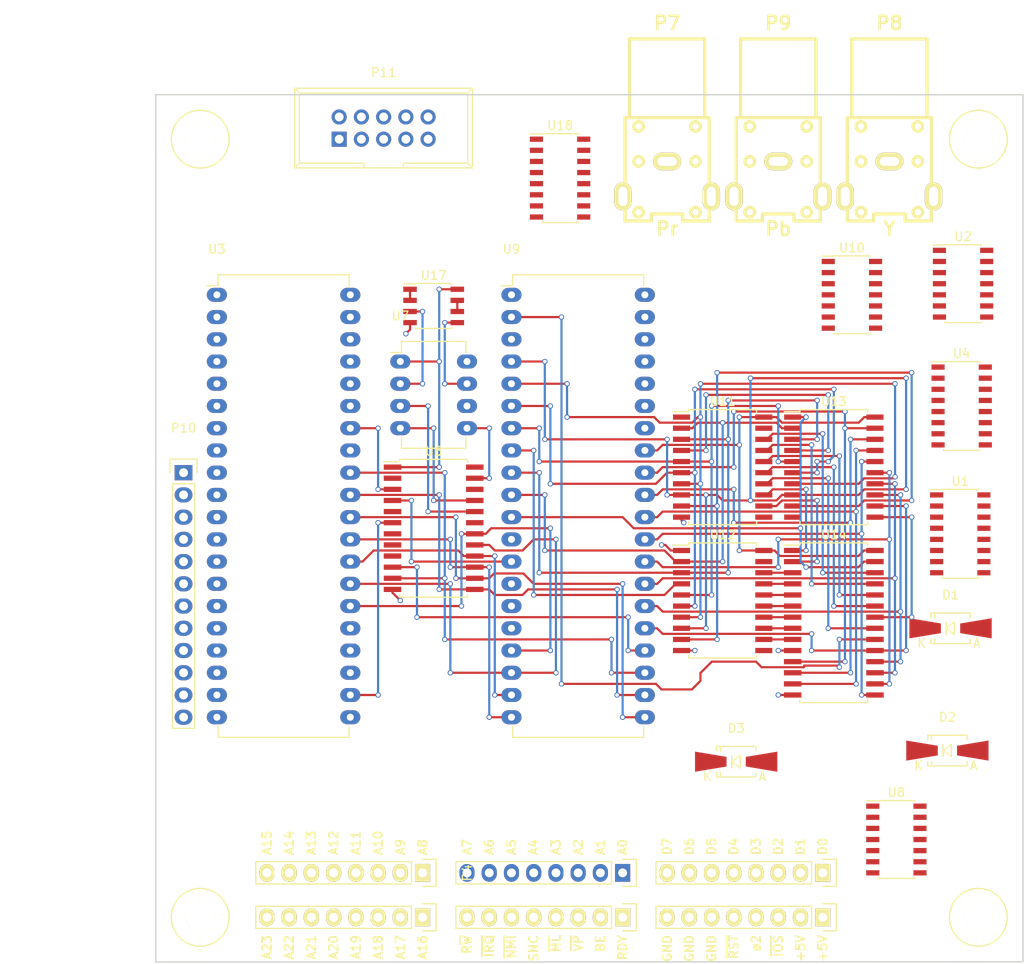
<source format=kicad_pcb>
(kicad_pcb (version 20171130) (host pcbnew 5.1.12-84ad8e8a86~92~ubuntu20.04.1)

  (general
    (thickness 1.6)
    (drawings 54)
    (tracks 557)
    (zones 0)
    (modules 33)
    (nets 96)
  )

  (page A4)
  (layers
    (0 F.Cu signal)
    (31 B.Cu signal)
    (32 B.Adhes user)
    (33 F.Adhes user)
    (34 B.Paste user)
    (35 F.Paste user)
    (36 B.SilkS user)
    (37 F.SilkS user)
    (38 B.Mask user)
    (39 F.Mask user)
    (40 Dwgs.User user)
    (41 Cmts.User user)
    (42 Eco1.User user)
    (43 Eco2.User user)
    (44 Edge.Cuts user)
    (45 Margin user)
    (46 B.CrtYd user)
    (47 F.CrtYd user)
    (48 B.Fab user)
    (49 F.Fab user)
  )

  (setup
    (last_trace_width 0.25)
    (trace_clearance 0.2)
    (zone_clearance 0.508)
    (zone_45_only no)
    (trace_min 0.2)
    (via_size 0.6)
    (via_drill 0.4)
    (via_min_size 0.4)
    (via_min_drill 0.3)
    (uvia_size 0.3)
    (uvia_drill 0.1)
    (uvias_allowed no)
    (uvia_min_size 0.2)
    (uvia_min_drill 0.1)
    (edge_width 0.15)
    (segment_width 0.2)
    (pcb_text_width 0.3)
    (pcb_text_size 1.5 1.5)
    (mod_edge_width 0.15)
    (mod_text_size 1 1)
    (mod_text_width 0.15)
    (pad_size 1.3208 1.3208)
    (pad_drill 0.8128)
    (pad_to_mask_clearance 0)
    (aux_axis_origin 90.805 142.24)
    (visible_elements FFFFFF7F)
    (pcbplotparams
      (layerselection 0x010f0_80000001)
      (usegerberextensions true)
      (usegerberattributes true)
      (usegerberadvancedattributes true)
      (creategerberjobfile true)
      (excludeedgelayer true)
      (linewidth 0.100000)
      (plotframeref false)
      (viasonmask false)
      (mode 1)
      (useauxorigin false)
      (hpglpennumber 1)
      (hpglpenspeed 20)
      (hpglpendiameter 15.000000)
      (psnegative false)
      (psa4output false)
      (plotreference true)
      (plotvalue true)
      (plotinvisibletext false)
      (padsonsilk false)
      (subtractmaskfromsilk true)
      (outputformat 1)
      (mirror false)
      (drillshape 0)
      (scaleselection 1)
      (outputdirectory "gerbers"))
  )

  (net 0 "")
  (net 1 +5V)
  (net 2 GND)
  (net 3 /D0)
  (net 4 /D1)
  (net 5 /D2)
  (net 6 /D3)
  (net 7 /D4)
  (net 8 /D5)
  (net 9 /D6)
  (net 10 /D7)
  (net 11 /A0)
  (net 12 /A1)
  (net 13 /A2)
  (net 14 /A3)
  (net 15 /A4)
  (net 16 /A5)
  (net 17 /A6)
  (net 18 /A7)
  (net 19 /R/~W)
  (net 20 /~IOPAGE)
  (net 21 /PHI2)
  (net 22 /~RST)
  (net 23 "Net-(U1-Pad15)")
  (net 24 "Net-(D1-Pad1)")
  (net 25 /~IRQ)
  (net 26 /Video/WR)
  (net 27 /Video/COL)
  (net 28 /Video/~CAS)
  (net 29 /Video/VD7)
  (net 30 /Video/VD5)
  (net 31 /Video/VD4)
  (net 32 /Video/VD3)
  (net 33 /Video/VD2)
  (net 34 /Video/VD1)
  (net 35 /Video/VD0)
  (net 36 /Video/VD6)
  (net 37 "Net-(D2-Pad1)")
  (net 38 /Video/~CSR)
  (net 39 /Video/~CSW)
  (net 40 "Net-(U11-Pad3)")
  (net 41 /Video/VR/~W)
  (net 42 "Net-(P7-Pad1)")
  (net 43 "Net-(P8-Pad1)")
  (net 44 "Net-(P9-Pad1)")
  (net 45 "Net-(C3-Pad1)")
  (net 46 "Net-(D3-Pad1)")
  (net 47 "Net-(U2-Pad3)")
  (net 48 /~SNDS)
  (net 49 /W/~R)
  (net 50 "Net-(U6-Pad20)")
  (net 51 "Net-(U6-Pad21)")
  (net 52 "Net-(U6-Pad23)")
  (net 53 "Net-(U17-Pad3)")
  (net 54 "Net-(U17-Pad6)")
  (net 55 "Net-(U8-Pad10)")
  (net 56 "Net-(U11-Pad9)")
  (net 57 "Net-(U11-Pad8)")
  (net 58 "Net-(U11-Pad7)")
  (net 59 "Net-(U11-Pad6)")
  (net 60 "Net-(U11-Pad5)")
  (net 61 "Net-(U11-Pad4)")
  (net 62 "Net-(U11-Pad2)")
  (net 63 /Video/SEL)
  (net 64 "Net-(U11-Pad12)")
  (net 65 "Net-(U11-Pad13)")
  (net 66 "Net-(U11-Pad14)")
  (net 67 "Net-(U11-Pad15)")
  (net 68 "Net-(U11-Pad16)")
  (net 69 "Net-(U11-Pad17)")
  (net 70 "Net-(U11-Pad18)")
  (net 71 "Net-(U12-Pad12)")
  (net 72 "Net-(U12-Pad13)")
  (net 73 "Net-(U12-Pad14)")
  (net 74 "Net-(U12-Pad15)")
  (net 75 "Net-(U12-Pad16)")
  (net 76 "Net-(U12-Pad17)")
  (net 77 "Net-(U12-Pad18)")
  (net 78 /Sound/OUT)
  (net 79 "Net-(P10-Pad2)")
  (net 80 "Net-(P10-Pad3)")
  (net 81 "Net-(P10-Pad4)")
  (net 82 "Net-(P10-Pad5)")
  (net 83 "Net-(P10-Pad6)")
  (net 84 "Net-(P10-Pad7)")
  (net 85 "Net-(P10-Pad8)")
  (net 86 "Net-(P10-Pad9)")
  (net 87 "Net-(P10-Pad10)")
  (net 88 "Net-(P10-Pad11)")
  (net 89 /SPIMISO)
  (net 90 /SPICLK)
  (net 91 /SPIMOSI)
  (net 92 /~SPIIRQ2)
  (net 93 "Net-(U18-Pad1)")
  (net 94 "Net-(U18-Pad2)")
  (net 95 "Net-(U18-Pad3)")

  (net_class Default "This is the default net class."
    (clearance 0.2)
    (trace_width 0.25)
    (via_dia 0.6)
    (via_drill 0.4)
    (uvia_dia 0.3)
    (uvia_drill 0.1)
    (add_net +5V)
    (add_net /A0)
    (add_net /A1)
    (add_net /A2)
    (add_net /A3)
    (add_net /A4)
    (add_net /A5)
    (add_net /A6)
    (add_net /A7)
    (add_net /D0)
    (add_net /D1)
    (add_net /D2)
    (add_net /D3)
    (add_net /D4)
    (add_net /D5)
    (add_net /D6)
    (add_net /D7)
    (add_net /PHI2)
    (add_net /R/~W)
    (add_net /SPICLK)
    (add_net /SPIMISO)
    (add_net /SPIMOSI)
    (add_net /Sound/OUT)
    (add_net /Video/COL)
    (add_net /Video/SEL)
    (add_net /Video/VD0)
    (add_net /Video/VD1)
    (add_net /Video/VD2)
    (add_net /Video/VD3)
    (add_net /Video/VD4)
    (add_net /Video/VD5)
    (add_net /Video/VD6)
    (add_net /Video/VD7)
    (add_net /Video/VR/~W)
    (add_net /Video/WR)
    (add_net /Video/~CAS)
    (add_net /Video/~CSR)
    (add_net /Video/~CSW)
    (add_net /W/~R)
    (add_net /~IOPAGE)
    (add_net /~IRQ)
    (add_net /~RST)
    (add_net /~SNDS)
    (add_net /~SPIIRQ2)
    (add_net GND)
    (add_net "Net-(C3-Pad1)")
    (add_net "Net-(D1-Pad1)")
    (add_net "Net-(D2-Pad1)")
    (add_net "Net-(D3-Pad1)")
    (add_net "Net-(P10-Pad10)")
    (add_net "Net-(P10-Pad11)")
    (add_net "Net-(P10-Pad2)")
    (add_net "Net-(P10-Pad3)")
    (add_net "Net-(P10-Pad4)")
    (add_net "Net-(P10-Pad5)")
    (add_net "Net-(P10-Pad6)")
    (add_net "Net-(P10-Pad7)")
    (add_net "Net-(P10-Pad8)")
    (add_net "Net-(P10-Pad9)")
    (add_net "Net-(P7-Pad1)")
    (add_net "Net-(P8-Pad1)")
    (add_net "Net-(P9-Pad1)")
    (add_net "Net-(U1-Pad15)")
    (add_net "Net-(U11-Pad12)")
    (add_net "Net-(U11-Pad13)")
    (add_net "Net-(U11-Pad14)")
    (add_net "Net-(U11-Pad15)")
    (add_net "Net-(U11-Pad16)")
    (add_net "Net-(U11-Pad17)")
    (add_net "Net-(U11-Pad18)")
    (add_net "Net-(U11-Pad2)")
    (add_net "Net-(U11-Pad3)")
    (add_net "Net-(U11-Pad4)")
    (add_net "Net-(U11-Pad5)")
    (add_net "Net-(U11-Pad6)")
    (add_net "Net-(U11-Pad7)")
    (add_net "Net-(U11-Pad8)")
    (add_net "Net-(U11-Pad9)")
    (add_net "Net-(U12-Pad12)")
    (add_net "Net-(U12-Pad13)")
    (add_net "Net-(U12-Pad14)")
    (add_net "Net-(U12-Pad15)")
    (add_net "Net-(U12-Pad16)")
    (add_net "Net-(U12-Pad17)")
    (add_net "Net-(U12-Pad18)")
    (add_net "Net-(U17-Pad3)")
    (add_net "Net-(U17-Pad6)")
    (add_net "Net-(U18-Pad1)")
    (add_net "Net-(U18-Pad2)")
    (add_net "Net-(U18-Pad3)")
    (add_net "Net-(U2-Pad3)")
    (add_net "Net-(U6-Pad20)")
    (add_net "Net-(U6-Pad21)")
    (add_net "Net-(U6-Pad23)")
    (add_net "Net-(U8-Pad10)")
  )

  (module Housings_DIP:DIP-8_W7.62mm_LongPads (layer F.Cu) (tedit 54130A77) (tstamp 5852CF9E)
    (at 113.665 78.74)
    (descr "8-lead dip package, row spacing 7.62 mm (300 mils), longer pads")
    (tags "dil dip 2.54 300")
    (path /5852CC0E/5852CC77)
    (fp_text reference U7 (at 0 -5.22) (layer F.SilkS)
      (effects (font (size 1 1) (thickness 0.15)))
    )
    (fp_text value YM3014 (at 0 -3.72) (layer F.Fab)
      (effects (font (size 1 1) (thickness 0.15)))
    )
    (fp_line (start -1.4 -2.45) (end -1.4 10.1) (layer F.CrtYd) (width 0.05))
    (fp_line (start 9 -2.45) (end 9 10.1) (layer F.CrtYd) (width 0.05))
    (fp_line (start -1.4 -2.45) (end 9 -2.45) (layer F.CrtYd) (width 0.05))
    (fp_line (start -1.4 10.1) (end 9 10.1) (layer F.CrtYd) (width 0.05))
    (fp_line (start 0.135 -2.295) (end 0.135 -1.025) (layer F.SilkS) (width 0.15))
    (fp_line (start 7.485 -2.295) (end 7.485 -1.025) (layer F.SilkS) (width 0.15))
    (fp_line (start 7.485 9.915) (end 7.485 8.645) (layer F.SilkS) (width 0.15))
    (fp_line (start 0.135 9.915) (end 0.135 8.645) (layer F.SilkS) (width 0.15))
    (fp_line (start 0.135 -2.295) (end 7.485 -2.295) (layer F.SilkS) (width 0.15))
    (fp_line (start 0.135 9.915) (end 7.485 9.915) (layer F.SilkS) (width 0.15))
    (fp_line (start 0.135 -1.025) (end -1.15 -1.025) (layer F.SilkS) (width 0.15))
    (pad 1 thru_hole oval (at 0 0) (size 2.3 1.6) (drill 0.8) (layers *.Cu *.Mask)
      (net 1 +5V))
    (pad 2 thru_hole oval (at 0 2.54) (size 2.3 1.6) (drill 0.8) (layers *.Cu *.Mask)
      (net 53 "Net-(U17-Pad3)"))
    (pad 3 thru_hole oval (at 0 5.08) (size 2.3 1.6) (drill 0.8) (layers *.Cu *.Mask)
      (net 50 "Net-(U6-Pad20)"))
    (pad 4 thru_hole oval (at 0 7.62) (size 2.3 1.6) (drill 0.8) (layers *.Cu *.Mask)
      (net 51 "Net-(U6-Pad21)"))
    (pad 5 thru_hole oval (at 7.62 7.62) (size 2.3 1.6) (drill 0.8) (layers *.Cu *.Mask)
      (net 52 "Net-(U6-Pad23)"))
    (pad 6 thru_hole oval (at 7.62 5.08) (size 2.3 1.6) (drill 0.8) (layers *.Cu *.Mask)
      (net 2 GND))
    (pad 7 thru_hole oval (at 7.62 2.54) (size 2.3 1.6) (drill 0.8) (layers *.Cu *.Mask)
      (net 45 "Net-(C3-Pad1)"))
    (pad 8 thru_hole oval (at 7.62 0) (size 2.3 1.6) (drill 0.8) (layers *.Cu *.Mask)
      (net 54 "Net-(U17-Pad6)"))
    (model Housings_DIP.3dshapes/DIP-8_W7.62mm_LongPads.wrl
      (at (xyz 0 0 0))
      (scale (xyz 1 1 1))
      (rotate (xyz 0 0 0))
    )
  )

  (module Housings_DIP:DIP-40_W15.24mm_LongPads (layer F.Cu) (tedit 54130A77) (tstamp 584EB7F9)
    (at 126.365 71.12)
    (descr "40-lead dip package, row spacing 15.24 mm (600 mils), longer pads")
    (tags "dil dip 2.54 600")
    (path /584EB0A1/584EB0CD)
    (fp_text reference U9 (at 0 -5.22) (layer F.SilkS)
      (effects (font (size 1 1) (thickness 0.15)))
    )
    (fp_text value TMS9929 (at 0 -3.72) (layer F.Fab)
      (effects (font (size 1 1) (thickness 0.15)))
    )
    (fp_line (start -1.4 -2.45) (end -1.4 50.75) (layer F.CrtYd) (width 0.05))
    (fp_line (start 16.65 -2.45) (end 16.65 50.75) (layer F.CrtYd) (width 0.05))
    (fp_line (start -1.4 -2.45) (end 16.65 -2.45) (layer F.CrtYd) (width 0.05))
    (fp_line (start -1.4 50.75) (end 16.65 50.75) (layer F.CrtYd) (width 0.05))
    (fp_line (start 0.135 -2.295) (end 0.135 -1.025) (layer F.SilkS) (width 0.15))
    (fp_line (start 15.105 -2.295) (end 15.105 -1.025) (layer F.SilkS) (width 0.15))
    (fp_line (start 15.105 50.555) (end 15.105 49.285) (layer F.SilkS) (width 0.15))
    (fp_line (start 0.135 50.555) (end 0.135 49.285) (layer F.SilkS) (width 0.15))
    (fp_line (start 0.135 -2.295) (end 15.105 -2.295) (layer F.SilkS) (width 0.15))
    (fp_line (start 0.135 50.555) (end 15.105 50.555) (layer F.SilkS) (width 0.15))
    (fp_line (start 0.135 -1.025) (end -1.15 -1.025) (layer F.SilkS) (width 0.15))
    (pad 1 thru_hole oval (at 0 0) (size 2.3 1.6) (drill 0.8) (layers *.Cu *.Mask))
    (pad 2 thru_hole oval (at 0 2.54) (size 2.3 1.6) (drill 0.8) (layers *.Cu *.Mask)
      (net 28 /Video/~CAS))
    (pad 3 thru_hole oval (at 0 5.08) (size 2.3 1.6) (drill 0.8) (layers *.Cu *.Mask)
      (net 56 "Net-(U11-Pad9)"))
    (pad 4 thru_hole oval (at 0 7.62) (size 2.3 1.6) (drill 0.8) (layers *.Cu *.Mask)
      (net 57 "Net-(U11-Pad8)"))
    (pad 5 thru_hole oval (at 0 10.16) (size 2.3 1.6) (drill 0.8) (layers *.Cu *.Mask)
      (net 58 "Net-(U11-Pad7)"))
    (pad 6 thru_hole oval (at 0 12.7) (size 2.3 1.6) (drill 0.8) (layers *.Cu *.Mask)
      (net 59 "Net-(U11-Pad6)"))
    (pad 7 thru_hole oval (at 0 15.24) (size 2.3 1.6) (drill 0.8) (layers *.Cu *.Mask)
      (net 60 "Net-(U11-Pad5)"))
    (pad 8 thru_hole oval (at 0 17.78) (size 2.3 1.6) (drill 0.8) (layers *.Cu *.Mask)
      (net 61 "Net-(U11-Pad4)"))
    (pad 9 thru_hole oval (at 0 20.32) (size 2.3 1.6) (drill 0.8) (layers *.Cu *.Mask)
      (net 40 "Net-(U11-Pad3)"))
    (pad 10 thru_hole oval (at 0 22.86) (size 2.3 1.6) (drill 0.8) (layers *.Cu *.Mask)
      (net 62 "Net-(U11-Pad2)"))
    (pad 11 thru_hole oval (at 0 25.4) (size 2.3 1.6) (drill 0.8) (layers *.Cu *.Mask)
      (net 41 /Video/VR/~W))
    (pad 12 thru_hole oval (at 0 27.94) (size 2.3 1.6) (drill 0.8) (layers *.Cu *.Mask)
      (net 2 GND))
    (pad 13 thru_hole oval (at 0 30.48) (size 2.3 1.6) (drill 0.8) (layers *.Cu *.Mask)
      (net 11 /A0))
    (pad 14 thru_hole oval (at 0 33.02) (size 2.3 1.6) (drill 0.8) (layers *.Cu *.Mask)
      (net 39 /Video/~CSW))
    (pad 15 thru_hole oval (at 0 35.56) (size 2.3 1.6) (drill 0.8) (layers *.Cu *.Mask)
      (net 38 /Video/~CSR))
    (pad 16 thru_hole oval (at 0 38.1) (size 2.3 1.6) (drill 0.8) (layers *.Cu *.Mask)
      (net 46 "Net-(D3-Pad1)"))
    (pad 17 thru_hole oval (at 0 40.64) (size 2.3 1.6) (drill 0.8) (layers *.Cu *.Mask)
      (net 10 /D7))
    (pad 18 thru_hole oval (at 0 43.18) (size 2.3 1.6) (drill 0.8) (layers *.Cu *.Mask)
      (net 9 /D6))
    (pad 19 thru_hole oval (at 0 45.72) (size 2.3 1.6) (drill 0.8) (layers *.Cu *.Mask)
      (net 8 /D5))
    (pad 20 thru_hole oval (at 0 48.26) (size 2.3 1.6) (drill 0.8) (layers *.Cu *.Mask)
      (net 7 /D4))
    (pad 21 thru_hole oval (at 15.24 48.26) (size 2.3 1.6) (drill 0.8) (layers *.Cu *.Mask)
      (net 6 /D3))
    (pad 22 thru_hole oval (at 15.24 45.72) (size 2.3 1.6) (drill 0.8) (layers *.Cu *.Mask)
      (net 5 /D2))
    (pad 23 thru_hole oval (at 15.24 43.18) (size 2.3 1.6) (drill 0.8) (layers *.Cu *.Mask)
      (net 4 /D1))
    (pad 24 thru_hole oval (at 15.24 40.64) (size 2.3 1.6) (drill 0.8) (layers *.Cu *.Mask)
      (net 3 /D0))
    (pad 25 thru_hole oval (at 15.24 38.1) (size 2.3 1.6) (drill 0.8) (layers *.Cu *.Mask)
      (net 29 /Video/VD7))
    (pad 26 thru_hole oval (at 15.24 35.56) (size 2.3 1.6) (drill 0.8) (layers *.Cu *.Mask)
      (net 36 /Video/VD6))
    (pad 27 thru_hole oval (at 15.24 33.02) (size 2.3 1.6) (drill 0.8) (layers *.Cu *.Mask)
      (net 30 /Video/VD5))
    (pad 28 thru_hole oval (at 15.24 30.48) (size 2.3 1.6) (drill 0.8) (layers *.Cu *.Mask)
      (net 31 /Video/VD4))
    (pad 29 thru_hole oval (at 15.24 27.94) (size 2.3 1.6) (drill 0.8) (layers *.Cu *.Mask)
      (net 32 /Video/VD3))
    (pad 30 thru_hole oval (at 15.24 25.4) (size 2.3 1.6) (drill 0.8) (layers *.Cu *.Mask)
      (net 33 /Video/VD2))
    (pad 31 thru_hole oval (at 15.24 22.86) (size 2.3 1.6) (drill 0.8) (layers *.Cu *.Mask)
      (net 34 /Video/VD1))
    (pad 32 thru_hole oval (at 15.24 20.32) (size 2.3 1.6) (drill 0.8) (layers *.Cu *.Mask)
      (net 35 /Video/VD0))
    (pad 33 thru_hole oval (at 15.24 17.78) (size 2.3 1.6) (drill 0.8) (layers *.Cu *.Mask)
      (net 1 +5V))
    (pad 34 thru_hole oval (at 15.24 15.24) (size 2.3 1.6) (drill 0.8) (layers *.Cu *.Mask)
      (net 22 /~RST))
    (pad 35 thru_hole oval (at 15.24 12.7) (size 2.3 1.6) (drill 0.8) (layers *.Cu *.Mask))
    (pad 36 thru_hole oval (at 15.24 10.16) (size 2.3 1.6) (drill 0.8) (layers *.Cu *.Mask))
    (pad 37 thru_hole oval (at 15.24 7.62) (size 2.3 1.6) (drill 0.8) (layers *.Cu *.Mask))
    (pad 38 thru_hole oval (at 15.24 5.08) (size 2.3 1.6) (drill 0.8) (layers *.Cu *.Mask))
    (pad 39 thru_hole oval (at 15.24 2.54) (size 2.3 1.6) (drill 0.8) (layers *.Cu *.Mask))
    (pad 40 thru_hole oval (at 15.24 0) (size 2.3 1.6) (drill 0.8) (layers *.Cu *.Mask))
    (model Housings_DIP.3dshapes/DIP-40_W15.24mm_LongPads.wrl
      (at (xyz 0 0 0))
      (scale (xyz 1 1 1))
      (rotate (xyz 0 0 0))
    )
  )

  (module buri3:M3_MOUNT (layer F.Cu) (tedit 53DC1522) (tstamp 57449566)
    (at 90.805 142.24)
    (path /584EA837)
    (fp_text reference W1 (at 0 -4) (layer F.SilkS) hide
      (effects (font (size 1 1) (thickness 0.15)))
    )
    (fp_text value MOUNTING (at 0 4) (layer F.SilkS) hide
      (effects (font (size 1 1) (thickness 0.15)))
    )
    (fp_circle (center 0 0) (end 3.3 0) (layer F.SilkS) (width 0.15))
    (pad "" np_thru_hole circle (at 0 0) (size 3.3 3.3) (drill 3.3) (layers *.Cu *.Mask F.Paste F.SilkS)
      (solder_mask_margin 1.5) (clearance 1.65))
    (pad "" np_thru_hole circle (at 0 -2.5) (size 0.6 0.6) (drill 0.6) (layers *.Cu *.Mask F.SilkS))
    (pad "" np_thru_hole circle (at 2.5 0) (size 0.6 0.6) (drill 0.6) (layers *.Cu *.Mask F.SilkS))
    (pad "" np_thru_hole circle (at 0 2.5) (size 0.6 0.6) (drill 0.6) (layers *.Cu *.Mask F.SilkS))
    (pad "" np_thru_hole circle (at -2.5 0) (size 0.6 0.6) (drill 0.6) (layers *.Cu *.Mask F.SilkS))
    (pad "" np_thru_hole circle (at -1.8 -1.8) (size 0.6 0.6) (drill 0.6) (layers *.Cu *.Mask F.SilkS))
    (pad "" np_thru_hole circle (at 1.8 -1.8) (size 0.6 0.6) (drill 0.6) (layers *.Cu *.Mask F.SilkS))
    (pad "" np_thru_hole circle (at -1.8 1.8) (size 0.6 0.6) (drill 0.6) (layers *.Cu *.Mask F.SilkS))
    (pad "" np_thru_hole circle (at 1.8 1.8) (size 0.6 0.6) (drill 0.6) (layers *.Cu *.Mask F.SilkS))
  )

  (module buri3:M3_MOUNT (layer F.Cu) (tedit 53DC1522) (tstamp 57449574)
    (at 179.705 142.24)
    (path /584EA839)
    (fp_text reference W2 (at 0 -4) (layer F.SilkS) hide
      (effects (font (size 1 1) (thickness 0.15)))
    )
    (fp_text value MOUNTING (at 0 4) (layer F.SilkS) hide
      (effects (font (size 1 1) (thickness 0.15)))
    )
    (fp_circle (center 0 0) (end 3.3 0) (layer F.SilkS) (width 0.15))
    (pad "" np_thru_hole circle (at 0 0) (size 3.3 3.3) (drill 3.3) (layers *.Cu *.Mask F.Paste F.SilkS)
      (solder_mask_margin 1.5) (clearance 1.65))
    (pad "" np_thru_hole circle (at 0 -2.5) (size 0.6 0.6) (drill 0.6) (layers *.Cu *.Mask F.SilkS))
    (pad "" np_thru_hole circle (at 2.5 0) (size 0.6 0.6) (drill 0.6) (layers *.Cu *.Mask F.SilkS))
    (pad "" np_thru_hole circle (at 0 2.5) (size 0.6 0.6) (drill 0.6) (layers *.Cu *.Mask F.SilkS))
    (pad "" np_thru_hole circle (at -2.5 0) (size 0.6 0.6) (drill 0.6) (layers *.Cu *.Mask F.SilkS))
    (pad "" np_thru_hole circle (at -1.8 -1.8) (size 0.6 0.6) (drill 0.6) (layers *.Cu *.Mask F.SilkS))
    (pad "" np_thru_hole circle (at 1.8 -1.8) (size 0.6 0.6) (drill 0.6) (layers *.Cu *.Mask F.SilkS))
    (pad "" np_thru_hole circle (at -1.8 1.8) (size 0.6 0.6) (drill 0.6) (layers *.Cu *.Mask F.SilkS))
    (pad "" np_thru_hole circle (at 1.8 1.8) (size 0.6 0.6) (drill 0.6) (layers *.Cu *.Mask F.SilkS))
  )

  (module buri3:M3_MOUNT (layer F.Cu) (tedit 53DC1522) (tstamp 57449582)
    (at 179.705 53.34)
    (path /584EA83B)
    (fp_text reference W3 (at 0 -4) (layer F.SilkS) hide
      (effects (font (size 1 1) (thickness 0.15)))
    )
    (fp_text value MOUNTING (at 0 4) (layer F.SilkS) hide
      (effects (font (size 1 1) (thickness 0.15)))
    )
    (fp_circle (center 0 0) (end 3.3 0) (layer F.SilkS) (width 0.15))
    (pad "" np_thru_hole circle (at 0 0) (size 3.3 3.3) (drill 3.3) (layers *.Cu *.Mask F.Paste F.SilkS)
      (solder_mask_margin 1.5) (clearance 1.65))
    (pad "" np_thru_hole circle (at 0 -2.5) (size 0.6 0.6) (drill 0.6) (layers *.Cu *.Mask F.SilkS))
    (pad "" np_thru_hole circle (at 2.5 0) (size 0.6 0.6) (drill 0.6) (layers *.Cu *.Mask F.SilkS))
    (pad "" np_thru_hole circle (at 0 2.5) (size 0.6 0.6) (drill 0.6) (layers *.Cu *.Mask F.SilkS))
    (pad "" np_thru_hole circle (at -2.5 0) (size 0.6 0.6) (drill 0.6) (layers *.Cu *.Mask F.SilkS))
    (pad "" np_thru_hole circle (at -1.8 -1.8) (size 0.6 0.6) (drill 0.6) (layers *.Cu *.Mask F.SilkS))
    (pad "" np_thru_hole circle (at 1.8 -1.8) (size 0.6 0.6) (drill 0.6) (layers *.Cu *.Mask F.SilkS))
    (pad "" np_thru_hole circle (at -1.8 1.8) (size 0.6 0.6) (drill 0.6) (layers *.Cu *.Mask F.SilkS))
    (pad "" np_thru_hole circle (at 1.8 1.8) (size 0.6 0.6) (drill 0.6) (layers *.Cu *.Mask F.SilkS))
  )

  (module buri3:M3_MOUNT (layer F.Cu) (tedit 53DC1522) (tstamp 57449590)
    (at 90.805 53.34)
    (path /584EA83D)
    (fp_text reference W4 (at 0 -4) (layer F.SilkS) hide
      (effects (font (size 1 1) (thickness 0.15)))
    )
    (fp_text value MOUNTING (at 0 4) (layer F.SilkS) hide
      (effects (font (size 1 1) (thickness 0.15)))
    )
    (fp_circle (center 0 0) (end 3.3 0) (layer F.SilkS) (width 0.15))
    (pad "" np_thru_hole circle (at 0 0) (size 3.3 3.3) (drill 3.3) (layers *.Cu *.Mask F.Paste F.SilkS)
      (solder_mask_margin 1.5) (clearance 1.65))
    (pad "" np_thru_hole circle (at 0 -2.5) (size 0.6 0.6) (drill 0.6) (layers *.Cu *.Mask F.SilkS))
    (pad "" np_thru_hole circle (at 2.5 0) (size 0.6 0.6) (drill 0.6) (layers *.Cu *.Mask F.SilkS))
    (pad "" np_thru_hole circle (at 0 2.5) (size 0.6 0.6) (drill 0.6) (layers *.Cu *.Mask F.SilkS))
    (pad "" np_thru_hole circle (at -2.5 0) (size 0.6 0.6) (drill 0.6) (layers *.Cu *.Mask F.SilkS))
    (pad "" np_thru_hole circle (at -1.8 -1.8) (size 0.6 0.6) (drill 0.6) (layers *.Cu *.Mask F.SilkS))
    (pad "" np_thru_hole circle (at 1.8 -1.8) (size 0.6 0.6) (drill 0.6) (layers *.Cu *.Mask F.SilkS))
    (pad "" np_thru_hole circle (at -1.8 1.8) (size 0.6 0.6) (drill 0.6) (layers *.Cu *.Mask F.SilkS))
    (pad "" np_thru_hole circle (at 1.8 1.8) (size 0.6 0.6) (drill 0.6) (layers *.Cu *.Mask F.SilkS))
  )

  (module Pin_Headers:Pin_Header_Straight_1x08 (layer F.Cu) (tedit 57A0CC3B) (tstamp 57A0B3C8)
    (at 161.925 137.16 270)
    (descr "Through hole pin header")
    (tags "pin header")
    (path /584EA855)
    (fp_text reference P1 (at 0 -5.1 270) (layer F.SilkS) hide
      (effects (font (size 1 1) (thickness 0.15)))
    )
    (fp_text value D0..D7 (at 0 -3.1 270) (layer F.Fab)
      (effects (font (size 1 1) (thickness 0.15)))
    )
    (fp_line (start -1.75 -1.75) (end -1.75 19.55) (layer F.CrtYd) (width 0.05))
    (fp_line (start 1.75 -1.75) (end 1.75 19.55) (layer F.CrtYd) (width 0.05))
    (fp_line (start -1.75 -1.75) (end 1.75 -1.75) (layer F.CrtYd) (width 0.05))
    (fp_line (start -1.75 19.55) (end 1.75 19.55) (layer F.CrtYd) (width 0.05))
    (fp_line (start 1.27 1.27) (end 1.27 19.05) (layer F.SilkS) (width 0.15))
    (fp_line (start 1.27 19.05) (end -1.27 19.05) (layer F.SilkS) (width 0.15))
    (fp_line (start -1.27 19.05) (end -1.27 1.27) (layer F.SilkS) (width 0.15))
    (fp_line (start 1.55 -1.55) (end 1.55 0) (layer F.SilkS) (width 0.15))
    (fp_line (start 1.27 1.27) (end -1.27 1.27) (layer F.SilkS) (width 0.15))
    (fp_line (start -1.55 0) (end -1.55 -1.55) (layer F.SilkS) (width 0.15))
    (fp_line (start -1.55 -1.55) (end 1.55 -1.55) (layer F.SilkS) (width 0.15))
    (pad 1 thru_hole rect (at 0 0 270) (size 2.032 1.7272) (drill 1.016) (layers *.Cu *.Mask F.SilkS)
      (net 3 /D0))
    (pad 2 thru_hole oval (at 0 2.54 270) (size 2.032 1.7272) (drill 1.016) (layers *.Cu *.Mask F.SilkS)
      (net 4 /D1))
    (pad 3 thru_hole oval (at 0 5.08 270) (size 2.032 1.7272) (drill 1.016) (layers *.Cu *.Mask F.SilkS)
      (net 5 /D2))
    (pad 4 thru_hole oval (at 0 7.62 270) (size 2.032 1.7272) (drill 1.016) (layers *.Cu *.Mask F.SilkS)
      (net 6 /D3))
    (pad 5 thru_hole oval (at 0 10.16 270) (size 2.032 1.7272) (drill 1.016) (layers *.Cu *.Mask F.SilkS)
      (net 7 /D4))
    (pad 6 thru_hole oval (at 0 12.7 270) (size 2.032 1.7272) (drill 1.016) (layers *.Cu *.Mask F.SilkS)
      (net 8 /D5))
    (pad 7 thru_hole oval (at 0 15.24 270) (size 2.032 1.7272) (drill 1.016) (layers *.Cu *.Mask F.SilkS)
      (net 9 /D6))
    (pad 8 thru_hole oval (at 0 17.78 270) (size 2.032 1.7272) (drill 1.016) (layers *.Cu *.Mask F.SilkS)
      (net 10 /D7))
    (model Pin_Headers.3dshapes/Pin_Header_Straight_1x08.wrl
      (offset (xyz 0 -8.889999866485596 0))
      (scale (xyz 1 1 1))
      (rotate (xyz 0 0 90))
    )
  )

  (module Pin_Headers:Pin_Header_Straight_1x08 (layer F.Cu) (tedit 0) (tstamp 57A0B3DE)
    (at 139.065 142.24 270)
    (descr "Through hole pin header")
    (tags "pin header")
    (path /584EA859)
    (fp_text reference P3 (at 0 -5.1 270) (layer F.SilkS)
      (effects (font (size 1 1) (thickness 0.15)))
    )
    (fp_text value CTRL1 (at 0 -3.1 270) (layer F.Fab)
      (effects (font (size 1 1) (thickness 0.15)))
    )
    (fp_line (start -1.75 -1.75) (end -1.75 19.55) (layer F.CrtYd) (width 0.05))
    (fp_line (start 1.75 -1.75) (end 1.75 19.55) (layer F.CrtYd) (width 0.05))
    (fp_line (start -1.75 -1.75) (end 1.75 -1.75) (layer F.CrtYd) (width 0.05))
    (fp_line (start -1.75 19.55) (end 1.75 19.55) (layer F.CrtYd) (width 0.05))
    (fp_line (start 1.27 1.27) (end 1.27 19.05) (layer F.SilkS) (width 0.15))
    (fp_line (start 1.27 19.05) (end -1.27 19.05) (layer F.SilkS) (width 0.15))
    (fp_line (start -1.27 19.05) (end -1.27 1.27) (layer F.SilkS) (width 0.15))
    (fp_line (start 1.55 -1.55) (end 1.55 0) (layer F.SilkS) (width 0.15))
    (fp_line (start 1.27 1.27) (end -1.27 1.27) (layer F.SilkS) (width 0.15))
    (fp_line (start -1.55 0) (end -1.55 -1.55) (layer F.SilkS) (width 0.15))
    (fp_line (start -1.55 -1.55) (end 1.55 -1.55) (layer F.SilkS) (width 0.15))
    (pad 1 thru_hole rect (at 0 0 270) (size 2.032 1.7272) (drill 1.016) (layers *.Cu *.Mask F.SilkS))
    (pad 2 thru_hole oval (at 0 2.54 270) (size 2.032 1.7272) (drill 1.016) (layers *.Cu *.Mask F.SilkS))
    (pad 3 thru_hole oval (at 0 5.08 270) (size 2.032 1.7272) (drill 1.016) (layers *.Cu *.Mask F.SilkS))
    (pad 4 thru_hole oval (at 0 7.62 270) (size 2.032 1.7272) (drill 1.016) (layers *.Cu *.Mask F.SilkS))
    (pad 5 thru_hole oval (at 0 10.16 270) (size 2.032 1.7272) (drill 1.016) (layers *.Cu *.Mask F.SilkS))
    (pad 6 thru_hole oval (at 0 12.7 270) (size 2.032 1.7272) (drill 1.016) (layers *.Cu *.Mask F.SilkS))
    (pad 7 thru_hole oval (at 0 15.24 270) (size 2.032 1.7272) (drill 1.016) (layers *.Cu *.Mask F.SilkS)
      (net 25 /~IRQ))
    (pad 8 thru_hole oval (at 0 17.78 270) (size 2.032 1.7272) (drill 1.016) (layers *.Cu *.Mask F.SilkS)
      (net 19 /R/~W))
    (model Pin_Headers.3dshapes/Pin_Header_Straight_1x08.wrl
      (offset (xyz 0 -8.889999866485596 0))
      (scale (xyz 1 1 1))
      (rotate (xyz 0 0 90))
    )
  )

  (module Pin_Headers:Pin_Header_Straight_1x08 (layer F.Cu) (tedit 0) (tstamp 57A0B3EA)
    (at 116.205 137.16 270)
    (descr "Through hole pin header")
    (tags "pin header")
    (path /584EA857)
    (fp_text reference P4 (at 0 -5.1 270) (layer F.SilkS)
      (effects (font (size 1 1) (thickness 0.15)))
    )
    (fp_text value A8..A15 (at 0 -3.1 270) (layer F.Fab)
      (effects (font (size 1 1) (thickness 0.15)))
    )
    (fp_line (start -1.75 -1.75) (end -1.75 19.55) (layer F.CrtYd) (width 0.05))
    (fp_line (start 1.75 -1.75) (end 1.75 19.55) (layer F.CrtYd) (width 0.05))
    (fp_line (start -1.75 -1.75) (end 1.75 -1.75) (layer F.CrtYd) (width 0.05))
    (fp_line (start -1.75 19.55) (end 1.75 19.55) (layer F.CrtYd) (width 0.05))
    (fp_line (start 1.27 1.27) (end 1.27 19.05) (layer F.SilkS) (width 0.15))
    (fp_line (start 1.27 19.05) (end -1.27 19.05) (layer F.SilkS) (width 0.15))
    (fp_line (start -1.27 19.05) (end -1.27 1.27) (layer F.SilkS) (width 0.15))
    (fp_line (start 1.55 -1.55) (end 1.55 0) (layer F.SilkS) (width 0.15))
    (fp_line (start 1.27 1.27) (end -1.27 1.27) (layer F.SilkS) (width 0.15))
    (fp_line (start -1.55 0) (end -1.55 -1.55) (layer F.SilkS) (width 0.15))
    (fp_line (start -1.55 -1.55) (end 1.55 -1.55) (layer F.SilkS) (width 0.15))
    (pad 1 thru_hole rect (at 0 0 270) (size 2.032 1.7272) (drill 1.016) (layers *.Cu *.Mask F.SilkS))
    (pad 2 thru_hole oval (at 0 2.54 270) (size 2.032 1.7272) (drill 1.016) (layers *.Cu *.Mask F.SilkS))
    (pad 3 thru_hole oval (at 0 5.08 270) (size 2.032 1.7272) (drill 1.016) (layers *.Cu *.Mask F.SilkS))
    (pad 4 thru_hole oval (at 0 7.62 270) (size 2.032 1.7272) (drill 1.016) (layers *.Cu *.Mask F.SilkS))
    (pad 5 thru_hole oval (at 0 10.16 270) (size 2.032 1.7272) (drill 1.016) (layers *.Cu *.Mask F.SilkS))
    (pad 6 thru_hole oval (at 0 12.7 270) (size 2.032 1.7272) (drill 1.016) (layers *.Cu *.Mask F.SilkS))
    (pad 7 thru_hole oval (at 0 15.24 270) (size 2.032 1.7272) (drill 1.016) (layers *.Cu *.Mask F.SilkS))
    (pad 8 thru_hole oval (at 0 17.78 270) (size 2.032 1.7272) (drill 1.016) (layers *.Cu *.Mask F.SilkS))
    (model Pin_Headers.3dshapes/Pin_Header_Straight_1x08.wrl
      (offset (xyz 0 -8.889999866485596 0))
      (scale (xyz 1 1 1))
      (rotate (xyz 0 0 90))
    )
  )

  (module Pin_Headers:Pin_Header_Straight_1x08 (layer F.Cu) (tedit 0) (tstamp 57A0B3F6)
    (at 116.205 142.24 270)
    (descr "Through hole pin header")
    (tags "pin header")
    (path /584EA858)
    (fp_text reference P5 (at 0 -5.1 270) (layer F.SilkS)
      (effects (font (size 1 1) (thickness 0.15)))
    )
    (fp_text value A16..A23 (at 0 -3.1 270) (layer F.Fab)
      (effects (font (size 1 1) (thickness 0.15)))
    )
    (fp_line (start -1.75 -1.75) (end -1.75 19.55) (layer F.CrtYd) (width 0.05))
    (fp_line (start 1.75 -1.75) (end 1.75 19.55) (layer F.CrtYd) (width 0.05))
    (fp_line (start -1.75 -1.75) (end 1.75 -1.75) (layer F.CrtYd) (width 0.05))
    (fp_line (start -1.75 19.55) (end 1.75 19.55) (layer F.CrtYd) (width 0.05))
    (fp_line (start 1.27 1.27) (end 1.27 19.05) (layer F.SilkS) (width 0.15))
    (fp_line (start 1.27 19.05) (end -1.27 19.05) (layer F.SilkS) (width 0.15))
    (fp_line (start -1.27 19.05) (end -1.27 1.27) (layer F.SilkS) (width 0.15))
    (fp_line (start 1.55 -1.55) (end 1.55 0) (layer F.SilkS) (width 0.15))
    (fp_line (start 1.27 1.27) (end -1.27 1.27) (layer F.SilkS) (width 0.15))
    (fp_line (start -1.55 0) (end -1.55 -1.55) (layer F.SilkS) (width 0.15))
    (fp_line (start -1.55 -1.55) (end 1.55 -1.55) (layer F.SilkS) (width 0.15))
    (pad 1 thru_hole rect (at 0 0 270) (size 2.032 1.7272) (drill 1.016) (layers *.Cu *.Mask F.SilkS))
    (pad 2 thru_hole oval (at 0 2.54 270) (size 2.032 1.7272) (drill 1.016) (layers *.Cu *.Mask F.SilkS))
    (pad 3 thru_hole oval (at 0 5.08 270) (size 2.032 1.7272) (drill 1.016) (layers *.Cu *.Mask F.SilkS))
    (pad 4 thru_hole oval (at 0 7.62 270) (size 2.032 1.7272) (drill 1.016) (layers *.Cu *.Mask F.SilkS))
    (pad 5 thru_hole oval (at 0 10.16 270) (size 2.032 1.7272) (drill 1.016) (layers *.Cu *.Mask F.SilkS))
    (pad 6 thru_hole oval (at 0 12.7 270) (size 2.032 1.7272) (drill 1.016) (layers *.Cu *.Mask F.SilkS))
    (pad 7 thru_hole oval (at 0 15.24 270) (size 2.032 1.7272) (drill 1.016) (layers *.Cu *.Mask F.SilkS))
    (pad 8 thru_hole oval (at 0 17.78 270) (size 2.032 1.7272) (drill 1.016) (layers *.Cu *.Mask F.SilkS))
    (model Pin_Headers.3dshapes/Pin_Header_Straight_1x08.wrl
      (offset (xyz 0 -8.889999866485596 0))
      (scale (xyz 1 1 1))
      (rotate (xyz 0 0 90))
    )
  )

  (module Pin_Headers:Pin_Header_Straight_1x08 (layer F.Cu) (tedit 584EA62A) (tstamp 57A0B402)
    (at 161.925 142.24 270)
    (descr "Through hole pin header")
    (tags "pin header")
    (path /584EA85A)
    (fp_text reference P6 (at 0 -5.1 270) (layer F.SilkS) hide
      (effects (font (size 1 1) (thickness 0.15)))
    )
    (fp_text value CTRL2 (at 0 -3.1 270) (layer F.Fab)
      (effects (font (size 1 1) (thickness 0.15)))
    )
    (fp_line (start -1.75 -1.75) (end -1.75 19.55) (layer F.CrtYd) (width 0.05))
    (fp_line (start 1.75 -1.75) (end 1.75 19.55) (layer F.CrtYd) (width 0.05))
    (fp_line (start -1.75 -1.75) (end 1.75 -1.75) (layer F.CrtYd) (width 0.05))
    (fp_line (start -1.75 19.55) (end 1.75 19.55) (layer F.CrtYd) (width 0.05))
    (fp_line (start 1.27 1.27) (end 1.27 19.05) (layer F.SilkS) (width 0.15))
    (fp_line (start 1.27 19.05) (end -1.27 19.05) (layer F.SilkS) (width 0.15))
    (fp_line (start -1.27 19.05) (end -1.27 1.27) (layer F.SilkS) (width 0.15))
    (fp_line (start 1.55 -1.55) (end 1.55 0) (layer F.SilkS) (width 0.15))
    (fp_line (start 1.27 1.27) (end -1.27 1.27) (layer F.SilkS) (width 0.15))
    (fp_line (start -1.55 0) (end -1.55 -1.55) (layer F.SilkS) (width 0.15))
    (fp_line (start -1.55 -1.55) (end 1.55 -1.55) (layer F.SilkS) (width 0.15))
    (pad 1 thru_hole rect (at 0 0 270) (size 2.032 1.7272) (drill 1.016) (layers *.Cu *.Mask F.SilkS)
      (net 1 +5V))
    (pad 2 thru_hole oval (at 0 2.54 270) (size 2.032 1.7272) (drill 1.016) (layers *.Cu *.Mask F.SilkS)
      (net 1 +5V))
    (pad 3 thru_hole oval (at 0 5.08 270) (size 2.032 1.7272) (drill 1.016) (layers *.Cu *.Mask F.SilkS)
      (net 20 /~IOPAGE))
    (pad 4 thru_hole oval (at 0 7.62 270) (size 2.032 1.7272) (drill 1.016) (layers *.Cu *.Mask F.SilkS)
      (net 21 /PHI2))
    (pad 5 thru_hole oval (at 0 10.16 270) (size 2.032 1.7272) (drill 1.016) (layers *.Cu *.Mask F.SilkS)
      (net 22 /~RST))
    (pad 6 thru_hole oval (at 0 12.7 270) (size 2.032 1.7272) (drill 1.016) (layers *.Cu *.Mask F.SilkS)
      (net 2 GND))
    (pad 7 thru_hole oval (at 0 15.24 270) (size 2.032 1.7272) (drill 1.016) (layers *.Cu *.Mask F.SilkS)
      (net 2 GND))
    (pad 8 thru_hole oval (at 0 17.78 270) (size 2.032 1.7272) (drill 1.016) (layers *.Cu *.Mask F.SilkS)
      (net 2 GND))
    (model Pin_Headers.3dshapes/Pin_Header_Straight_1x08.wrl
      (offset (xyz 0 -8.889999866485596 0))
      (scale (xyz 1 1 1))
      (rotate (xyz 0 0 90))
    )
  )

  (module Pin_Headers:Pin_Header_Straight_1x08 (layer F.Cu) (tedit 0) (tstamp 584EA5B9)
    (at 139.065 137.16 270)
    (descr "Through hole pin header")
    (tags "pin header")
    (path /584EA856)
    (fp_text reference P2 (at 0 -5.1 270) (layer F.SilkS)
      (effects (font (size 1 1) (thickness 0.15)))
    )
    (fp_text value A0..A7 (at 0 -3.1 270) (layer F.Fab)
      (effects (font (size 1 1) (thickness 0.15)))
    )
    (fp_line (start -1.75 -1.75) (end -1.75 19.55) (layer F.CrtYd) (width 0.05))
    (fp_line (start 1.75 -1.75) (end 1.75 19.55) (layer F.CrtYd) (width 0.05))
    (fp_line (start -1.75 -1.75) (end 1.75 -1.75) (layer F.CrtYd) (width 0.05))
    (fp_line (start -1.75 19.55) (end 1.75 19.55) (layer F.CrtYd) (width 0.05))
    (fp_line (start 1.27 1.27) (end 1.27 19.05) (layer F.SilkS) (width 0.15))
    (fp_line (start 1.27 19.05) (end -1.27 19.05) (layer F.SilkS) (width 0.15))
    (fp_line (start -1.27 19.05) (end -1.27 1.27) (layer F.SilkS) (width 0.15))
    (fp_line (start 1.55 -1.55) (end 1.55 0) (layer F.SilkS) (width 0.15))
    (fp_line (start 1.27 1.27) (end -1.27 1.27) (layer F.SilkS) (width 0.15))
    (fp_line (start -1.55 0) (end -1.55 -1.55) (layer F.SilkS) (width 0.15))
    (fp_line (start -1.55 -1.55) (end 1.55 -1.55) (layer F.SilkS) (width 0.15))
    (pad 1 thru_hole rect (at 0 0 270) (size 2.032 1.7272) (drill 1.016) (layers *.Cu *.Mask)
      (net 11 /A0))
    (pad 2 thru_hole oval (at 0 2.54 270) (size 2.032 1.7272) (drill 1.016) (layers *.Cu *.Mask)
      (net 12 /A1))
    (pad 3 thru_hole oval (at 0 5.08 270) (size 2.032 1.7272) (drill 1.016) (layers *.Cu *.Mask)
      (net 13 /A2))
    (pad 4 thru_hole oval (at 0 7.62 270) (size 2.032 1.7272) (drill 1.016) (layers *.Cu *.Mask)
      (net 14 /A3))
    (pad 5 thru_hole oval (at 0 10.16 270) (size 2.032 1.7272) (drill 1.016) (layers *.Cu *.Mask)
      (net 15 /A4))
    (pad 6 thru_hole oval (at 0 12.7 270) (size 2.032 1.7272) (drill 1.016) (layers *.Cu *.Mask)
      (net 16 /A5))
    (pad 7 thru_hole oval (at 0 15.24 270) (size 2.032 1.7272) (drill 1.016) (layers *.Cu *.Mask)
      (net 17 /A6))
    (pad 8 thru_hole oval (at 0 17.78 270) (size 2.032 1.7272) (drill 1.016) (layers *.Cu *.Mask)
      (net 18 /A7))
    (model Pin_Headers.3dshapes/Pin_Header_Straight_1x08.wrl
      (offset (xyz 0 -8.889999866485596 0))
      (scale (xyz 1 1 1))
      (rotate (xyz 0 0 90))
    )
  )

  (module Housings_SOIC:SOIC-16_3.9x9.9mm_Pitch1.27mm (layer F.Cu) (tedit 574D979F) (tstamp 584EAD6A)
    (at 177.64 98.425)
    (descr "16-Lead Plastic Small Outline (SL) - Narrow, 3.90 mm Body [SOIC] (see Microchip Packaging Specification 00000049BS.pdf)")
    (tags "SOIC 1.27")
    (path /584EC276)
    (attr smd)
    (fp_text reference U1 (at 0 -6) (layer F.SilkS)
      (effects (font (size 1 1) (thickness 0.15)))
    )
    (fp_text value 74HC138 (at 0 6) (layer F.Fab)
      (effects (font (size 1 1) (thickness 0.15)))
    )
    (fp_line (start -0.95 -4.95) (end 1.95 -4.95) (layer F.Fab) (width 0.15))
    (fp_line (start 1.95 -4.95) (end 1.95 4.95) (layer F.Fab) (width 0.15))
    (fp_line (start 1.95 4.95) (end -1.95 4.95) (layer F.Fab) (width 0.15))
    (fp_line (start -1.95 4.95) (end -1.95 -3.95) (layer F.Fab) (width 0.15))
    (fp_line (start -1.95 -3.95) (end -0.95 -4.95) (layer F.Fab) (width 0.15))
    (fp_line (start -3.7 -5.25) (end -3.7 5.25) (layer F.CrtYd) (width 0.05))
    (fp_line (start 3.7 -5.25) (end 3.7 5.25) (layer F.CrtYd) (width 0.05))
    (fp_line (start -3.7 -5.25) (end 3.7 -5.25) (layer F.CrtYd) (width 0.05))
    (fp_line (start -3.7 5.25) (end 3.7 5.25) (layer F.CrtYd) (width 0.05))
    (fp_line (start -2.075 -5.075) (end -2.075 -5.05) (layer F.SilkS) (width 0.15))
    (fp_line (start 2.075 -5.075) (end 2.075 -4.97) (layer F.SilkS) (width 0.15))
    (fp_line (start 2.075 5.075) (end 2.075 4.97) (layer F.SilkS) (width 0.15))
    (fp_line (start -2.075 5.075) (end -2.075 4.97) (layer F.SilkS) (width 0.15))
    (fp_line (start -2.075 -5.075) (end 2.075 -5.075) (layer F.SilkS) (width 0.15))
    (fp_line (start -2.075 5.075) (end 2.075 5.075) (layer F.SilkS) (width 0.15))
    (fp_line (start -2.075 -5.05) (end -3.45 -5.05) (layer F.SilkS) (width 0.15))
    (pad 1 smd rect (at -2.7 -4.445) (size 1.5 0.6) (layers F.Cu F.Paste F.Mask)
      (net 15 /A4))
    (pad 2 smd rect (at -2.7 -3.175) (size 1.5 0.6) (layers F.Cu F.Paste F.Mask)
      (net 16 /A5))
    (pad 3 smd rect (at -2.7 -1.905) (size 1.5 0.6) (layers F.Cu F.Paste F.Mask)
      (net 17 /A6))
    (pad 4 smd rect (at -2.7 -0.635) (size 1.5 0.6) (layers F.Cu F.Paste F.Mask)
      (net 20 /~IOPAGE))
    (pad 5 smd rect (at -2.7 0.635) (size 1.5 0.6) (layers F.Cu F.Paste F.Mask)
      (net 18 /A7))
    (pad 6 smd rect (at -2.7 1.905) (size 1.5 0.6) (layers F.Cu F.Paste F.Mask)
      (net 1 +5V))
    (pad 7 smd rect (at -2.7 3.175) (size 1.5 0.6) (layers F.Cu F.Paste F.Mask))
    (pad 8 smd rect (at -2.7 4.445) (size 1.5 0.6) (layers F.Cu F.Paste F.Mask)
      (net 2 GND))
    (pad 9 smd rect (at 2.7 4.445) (size 1.5 0.6) (layers F.Cu F.Paste F.Mask))
    (pad 10 smd rect (at 2.7 3.175) (size 1.5 0.6) (layers F.Cu F.Paste F.Mask))
    (pad 11 smd rect (at 2.7 1.905) (size 1.5 0.6) (layers F.Cu F.Paste F.Mask))
    (pad 12 smd rect (at 2.7 0.635) (size 1.5 0.6) (layers F.Cu F.Paste F.Mask))
    (pad 13 smd rect (at 2.7 -0.635) (size 1.5 0.6) (layers F.Cu F.Paste F.Mask))
    (pad 14 smd rect (at 2.7 -1.905) (size 1.5 0.6) (layers F.Cu F.Paste F.Mask))
    (pad 15 smd rect (at 2.7 -3.175) (size 1.5 0.6) (layers F.Cu F.Paste F.Mask)
      (net 23 "Net-(U1-Pad15)"))
    (pad 16 smd rect (at 2.7 -4.445) (size 1.5 0.6) (layers F.Cu F.Paste F.Mask)
      (net 1 +5V))
    (model Housings_SOIC.3dshapes/SOIC-16_3.9x9.9mm_Pitch1.27mm.wrl
      (at (xyz 0 0 0))
      (scale (xyz 1 1 1))
      (rotate (xyz 0 0 0))
    )
  )

  (module Housings_DIP:DIP-40_W15.24mm_LongPads (layer F.Cu) (tedit 54130A77) (tstamp 584EADA1)
    (at 92.71 71.12)
    (descr "40-lead dip package, row spacing 15.24 mm (600 mils), longer pads")
    (tags "dil dip 2.54 600")
    (path /584EA68F)
    (fp_text reference U3 (at 0 -5.22) (layer F.SilkS)
      (effects (font (size 1 1) (thickness 0.15)))
    )
    (fp_text value WD65C22 (at 0 -3.72) (layer F.Fab)
      (effects (font (size 1 1) (thickness 0.15)))
    )
    (fp_line (start -1.4 -2.45) (end -1.4 50.75) (layer F.CrtYd) (width 0.05))
    (fp_line (start 16.65 -2.45) (end 16.65 50.75) (layer F.CrtYd) (width 0.05))
    (fp_line (start -1.4 -2.45) (end 16.65 -2.45) (layer F.CrtYd) (width 0.05))
    (fp_line (start -1.4 50.75) (end 16.65 50.75) (layer F.CrtYd) (width 0.05))
    (fp_line (start 0.135 -2.295) (end 0.135 -1.025) (layer F.SilkS) (width 0.15))
    (fp_line (start 15.105 -2.295) (end 15.105 -1.025) (layer F.SilkS) (width 0.15))
    (fp_line (start 15.105 50.555) (end 15.105 49.285) (layer F.SilkS) (width 0.15))
    (fp_line (start 0.135 50.555) (end 0.135 49.285) (layer F.SilkS) (width 0.15))
    (fp_line (start 0.135 -2.295) (end 15.105 -2.295) (layer F.SilkS) (width 0.15))
    (fp_line (start 0.135 50.555) (end 15.105 50.555) (layer F.SilkS) (width 0.15))
    (fp_line (start 0.135 -1.025) (end -1.15 -1.025) (layer F.SilkS) (width 0.15))
    (pad 1 thru_hole oval (at 0 0) (size 2.3 1.6) (drill 0.8) (layers *.Cu *.Mask)
      (net 2 GND))
    (pad 2 thru_hole oval (at 0 2.54) (size 2.3 1.6) (drill 0.8) (layers *.Cu *.Mask)
      (net 90 /SPICLK))
    (pad 3 thru_hole oval (at 0 5.08) (size 2.3 1.6) (drill 0.8) (layers *.Cu *.Mask)
      (net 91 /SPIMOSI))
    (pad 4 thru_hole oval (at 0 7.62) (size 2.3 1.6) (drill 0.8) (layers *.Cu *.Mask)
      (net 93 "Net-(U18-Pad1)"))
    (pad 5 thru_hole oval (at 0 10.16) (size 2.3 1.6) (drill 0.8) (layers *.Cu *.Mask)
      (net 94 "Net-(U18-Pad2)"))
    (pad 6 thru_hole oval (at 0 12.7) (size 2.3 1.6) (drill 0.8) (layers *.Cu *.Mask)
      (net 95 "Net-(U18-Pad3)"))
    (pad 7 thru_hole oval (at 0 15.24) (size 2.3 1.6) (drill 0.8) (layers *.Cu *.Mask))
    (pad 8 thru_hole oval (at 0 17.78) (size 2.3 1.6) (drill 0.8) (layers *.Cu *.Mask))
    (pad 9 thru_hole oval (at 0 20.32) (size 2.3 1.6) (drill 0.8) (layers *.Cu *.Mask)
      (net 89 /SPIMISO))
    (pad 10 thru_hole oval (at 0 22.86) (size 2.3 1.6) (drill 0.8) (layers *.Cu *.Mask)
      (net 79 "Net-(P10-Pad2)"))
    (pad 11 thru_hole oval (at 0 25.4) (size 2.3 1.6) (drill 0.8) (layers *.Cu *.Mask)
      (net 80 "Net-(P10-Pad3)"))
    (pad 12 thru_hole oval (at 0 27.94) (size 2.3 1.6) (drill 0.8) (layers *.Cu *.Mask)
      (net 81 "Net-(P10-Pad4)"))
    (pad 13 thru_hole oval (at 0 30.48) (size 2.3 1.6) (drill 0.8) (layers *.Cu *.Mask)
      (net 82 "Net-(P10-Pad5)"))
    (pad 14 thru_hole oval (at 0 33.02) (size 2.3 1.6) (drill 0.8) (layers *.Cu *.Mask)
      (net 83 "Net-(P10-Pad6)"))
    (pad 15 thru_hole oval (at 0 35.56) (size 2.3 1.6) (drill 0.8) (layers *.Cu *.Mask)
      (net 84 "Net-(P10-Pad7)"))
    (pad 16 thru_hole oval (at 0 38.1) (size 2.3 1.6) (drill 0.8) (layers *.Cu *.Mask)
      (net 85 "Net-(P10-Pad8)"))
    (pad 17 thru_hole oval (at 0 40.64) (size 2.3 1.6) (drill 0.8) (layers *.Cu *.Mask)
      (net 86 "Net-(P10-Pad9)"))
    (pad 18 thru_hole oval (at 0 43.18) (size 2.3 1.6) (drill 0.8) (layers *.Cu *.Mask)
      (net 87 "Net-(P10-Pad10)"))
    (pad 19 thru_hole oval (at 0 45.72) (size 2.3 1.6) (drill 0.8) (layers *.Cu *.Mask)
      (net 88 "Net-(P10-Pad11)"))
    (pad 20 thru_hole oval (at 0 48.26) (size 2.3 1.6) (drill 0.8) (layers *.Cu *.Mask)
      (net 1 +5V))
    (pad 21 thru_hole oval (at 15.24 48.26) (size 2.3 1.6) (drill 0.8) (layers *.Cu *.Mask)
      (net 24 "Net-(D1-Pad1)"))
    (pad 22 thru_hole oval (at 15.24 45.72) (size 2.3 1.6) (drill 0.8) (layers *.Cu *.Mask)
      (net 19 /R/~W))
    (pad 23 thru_hole oval (at 15.24 43.18) (size 2.3 1.6) (drill 0.8) (layers *.Cu *.Mask)
      (net 23 "Net-(U1-Pad15)"))
    (pad 24 thru_hole oval (at 15.24 40.64) (size 2.3 1.6) (drill 0.8) (layers *.Cu *.Mask)
      (net 1 +5V))
    (pad 25 thru_hole oval (at 15.24 38.1) (size 2.3 1.6) (drill 0.8) (layers *.Cu *.Mask)
      (net 21 /PHI2))
    (pad 26 thru_hole oval (at 15.24 35.56) (size 2.3 1.6) (drill 0.8) (layers *.Cu *.Mask)
      (net 10 /D7))
    (pad 27 thru_hole oval (at 15.24 33.02) (size 2.3 1.6) (drill 0.8) (layers *.Cu *.Mask)
      (net 9 /D6))
    (pad 28 thru_hole oval (at 15.24 30.48) (size 2.3 1.6) (drill 0.8) (layers *.Cu *.Mask)
      (net 8 /D5))
    (pad 29 thru_hole oval (at 15.24 27.94) (size 2.3 1.6) (drill 0.8) (layers *.Cu *.Mask)
      (net 7 /D4))
    (pad 30 thru_hole oval (at 15.24 25.4) (size 2.3 1.6) (drill 0.8) (layers *.Cu *.Mask)
      (net 6 /D3))
    (pad 31 thru_hole oval (at 15.24 22.86) (size 2.3 1.6) (drill 0.8) (layers *.Cu *.Mask)
      (net 5 /D2))
    (pad 32 thru_hole oval (at 15.24 20.32) (size 2.3 1.6) (drill 0.8) (layers *.Cu *.Mask)
      (net 4 /D1))
    (pad 33 thru_hole oval (at 15.24 17.78) (size 2.3 1.6) (drill 0.8) (layers *.Cu *.Mask)
      (net 3 /D0))
    (pad 34 thru_hole oval (at 15.24 15.24) (size 2.3 1.6) (drill 0.8) (layers *.Cu *.Mask)
      (net 22 /~RST))
    (pad 35 thru_hole oval (at 15.24 12.7) (size 2.3 1.6) (drill 0.8) (layers *.Cu *.Mask)
      (net 14 /A3))
    (pad 36 thru_hole oval (at 15.24 10.16) (size 2.3 1.6) (drill 0.8) (layers *.Cu *.Mask)
      (net 13 /A2))
    (pad 37 thru_hole oval (at 15.24 7.62) (size 2.3 1.6) (drill 0.8) (layers *.Cu *.Mask)
      (net 12 /A1))
    (pad 38 thru_hole oval (at 15.24 5.08) (size 2.3 1.6) (drill 0.8) (layers *.Cu *.Mask)
      (net 11 /A0))
    (pad 39 thru_hole oval (at 15.24 2.54) (size 2.3 1.6) (drill 0.8) (layers *.Cu *.Mask)
      (net 92 /~SPIIRQ2))
    (pad 40 thru_hole oval (at 15.24 0) (size 2.3 1.6) (drill 0.8) (layers *.Cu *.Mask))
    (model Housings_DIP.3dshapes/DIP-40_W15.24mm_LongPads.wrl
      (at (xyz 0 0 0))
      (scale (xyz 1 1 1))
      (rotate (xyz 0 0 0))
    )
  )

  (module Housings_SOIC:SOIC-16_3.9x9.9mm_Pitch1.27mm (layer F.Cu) (tedit 574D979F) (tstamp 584EADC5)
    (at 177.8 83.82)
    (descr "16-Lead Plastic Small Outline (SL) - Narrow, 3.90 mm Body [SOIC] (see Microchip Packaging Specification 00000049BS.pdf)")
    (tags "SOIC 1.27")
    (path /584EAE30)
    (attr smd)
    (fp_text reference U4 (at 0 -6) (layer F.SilkS)
      (effects (font (size 1 1) (thickness 0.15)))
    )
    (fp_text value 74HC138 (at 0 6) (layer F.Fab)
      (effects (font (size 1 1) (thickness 0.15)))
    )
    (fp_line (start -0.95 -4.95) (end 1.95 -4.95) (layer F.Fab) (width 0.15))
    (fp_line (start 1.95 -4.95) (end 1.95 4.95) (layer F.Fab) (width 0.15))
    (fp_line (start 1.95 4.95) (end -1.95 4.95) (layer F.Fab) (width 0.15))
    (fp_line (start -1.95 4.95) (end -1.95 -3.95) (layer F.Fab) (width 0.15))
    (fp_line (start -1.95 -3.95) (end -0.95 -4.95) (layer F.Fab) (width 0.15))
    (fp_line (start -3.7 -5.25) (end -3.7 5.25) (layer F.CrtYd) (width 0.05))
    (fp_line (start 3.7 -5.25) (end 3.7 5.25) (layer F.CrtYd) (width 0.05))
    (fp_line (start -3.7 -5.25) (end 3.7 -5.25) (layer F.CrtYd) (width 0.05))
    (fp_line (start -3.7 5.25) (end 3.7 5.25) (layer F.CrtYd) (width 0.05))
    (fp_line (start -2.075 -5.075) (end -2.075 -5.05) (layer F.SilkS) (width 0.15))
    (fp_line (start 2.075 -5.075) (end 2.075 -4.97) (layer F.SilkS) (width 0.15))
    (fp_line (start 2.075 5.075) (end 2.075 4.97) (layer F.SilkS) (width 0.15))
    (fp_line (start -2.075 5.075) (end -2.075 4.97) (layer F.SilkS) (width 0.15))
    (fp_line (start -2.075 -5.075) (end 2.075 -5.075) (layer F.SilkS) (width 0.15))
    (fp_line (start -2.075 5.075) (end 2.075 5.075) (layer F.SilkS) (width 0.15))
    (fp_line (start -2.075 -5.05) (end -3.45 -5.05) (layer F.SilkS) (width 0.15))
    (pad 1 smd rect (at -2.7 -4.445) (size 1.5 0.6) (layers F.Cu F.Paste F.Mask)
      (net 13 /A2))
    (pad 2 smd rect (at -2.7 -3.175) (size 1.5 0.6) (layers F.Cu F.Paste F.Mask)
      (net 14 /A3))
    (pad 3 smd rect (at -2.7 -1.905) (size 1.5 0.6) (layers F.Cu F.Paste F.Mask)
      (net 15 /A4))
    (pad 4 smd rect (at -2.7 -0.635) (size 1.5 0.6) (layers F.Cu F.Paste F.Mask)
      (net 20 /~IOPAGE))
    (pad 5 smd rect (at -2.7 0.635) (size 1.5 0.6) (layers F.Cu F.Paste F.Mask)
      (net 47 "Net-(U2-Pad3)"))
    (pad 6 smd rect (at -2.7 1.905) (size 1.5 0.6) (layers F.Cu F.Paste F.Mask)
      (net 16 /A5))
    (pad 7 smd rect (at -2.7 3.175) (size 1.5 0.6) (layers F.Cu F.Paste F.Mask))
    (pad 8 smd rect (at -2.7 4.445) (size 1.5 0.6) (layers F.Cu F.Paste F.Mask)
      (net 2 GND))
    (pad 9 smd rect (at 2.7 4.445) (size 1.5 0.6) (layers F.Cu F.Paste F.Mask))
    (pad 10 smd rect (at 2.7 3.175) (size 1.5 0.6) (layers F.Cu F.Paste F.Mask))
    (pad 11 smd rect (at 2.7 1.905) (size 1.5 0.6) (layers F.Cu F.Paste F.Mask))
    (pad 12 smd rect (at 2.7 0.635) (size 1.5 0.6) (layers F.Cu F.Paste F.Mask))
    (pad 13 smd rect (at 2.7 -0.635) (size 1.5 0.6) (layers F.Cu F.Paste F.Mask))
    (pad 14 smd rect (at 2.7 -1.905) (size 1.5 0.6) (layers F.Cu F.Paste F.Mask)
      (net 48 /~SNDS))
    (pad 15 smd rect (at 2.7 -3.175) (size 1.5 0.6) (layers F.Cu F.Paste F.Mask))
    (pad 16 smd rect (at 2.7 -4.445) (size 1.5 0.6) (layers F.Cu F.Paste F.Mask)
      (net 1 +5V))
    (model Housings_SOIC.3dshapes/SOIC-16_3.9x9.9mm_Pitch1.27mm.wrl
      (at (xyz 0 0 0))
      (scale (xyz 1 1 1))
      (rotate (xyz 0 0 0))
    )
  )

  (module Diodes_SMD:SMA-SMB_Universal_Handsoldering (layer F.Cu) (tedit 552FF496) (tstamp 584EAE5F)
    (at 176.53 109.22)
    (descr "Diode, Universal, SMA, SMB, Handsoldering,")
    (tags "Diode Universal SMA SMB Handsoldering ")
    (path /584EAAA4)
    (attr smd)
    (fp_text reference D1 (at 0 -3.81) (layer F.SilkS)
      (effects (font (size 1 1) (thickness 0.15)))
    )
    (fp_text value D_Small (at 0 3.81) (layer F.Fab)
      (effects (font (size 1 1) (thickness 0.15)))
    )
    (fp_line (start -0.49958 0) (end 0.45038 -0.70104) (layer F.SilkS) (width 0.15))
    (fp_line (start 0.45038 -0.70104) (end 0.45038 0.70104) (layer F.SilkS) (width 0.15))
    (fp_line (start 0.45038 0.70104) (end -0.49958 0) (layer F.SilkS) (width 0.15))
    (fp_line (start -0.49958 -0.70104) (end -0.49958 0.70104) (layer F.SilkS) (width 0.15))
    (fp_line (start -2.25044 1.39954) (end -2.25044 1.24968) (layer F.SilkS) (width 0.15))
    (fp_line (start -2.25044 -1.39954) (end -2.25044 -1.24968) (layer F.SilkS) (width 0.15))
    (fp_line (start -1.79914 1.39954) (end -1.79914 1.19888) (layer F.SilkS) (width 0.15))
    (fp_line (start 2.25044 1.34874) (end 2.25044 1.24968) (layer F.SilkS) (width 0.15))
    (fp_line (start -1.79914 -1.34874) (end -1.79914 -1.19888) (layer F.SilkS) (width 0.15))
    (fp_line (start 2.25044 -1.39954) (end 2.25044 -1.24968) (layer F.SilkS) (width 0.15))
    (fp_line (start -1.79914 1.75006) (end -1.79914 1.39954) (layer F.SilkS) (width 0.15))
    (fp_line (start -1.79914 -1.75006) (end -1.79914 -1.39954) (layer F.SilkS) (width 0.15))
    (fp_line (start 2.25044 1.75006) (end 2.25044 1.39954) (layer F.SilkS) (width 0.15))
    (fp_line (start -2.25044 1.75006) (end -2.25044 1.39954) (layer F.SilkS) (width 0.15))
    (fp_line (start -2.25044 -1.75006) (end -2.25044 -1.39954) (layer F.SilkS) (width 0.15))
    (fp_line (start 2.25044 -1.75006) (end 2.25044 -1.39954) (layer F.SilkS) (width 0.15))
    (fp_line (start -2.25044 1.75006) (end 2.25044 1.75006) (layer F.SilkS) (width 0.15))
    (fp_line (start -2.25044 -1.75006) (end 2.25044 -1.75006) (layer F.SilkS) (width 0.15))
    (fp_text user K (at -3.3 1.7) (layer F.SilkS)
      (effects (font (size 1 1) (thickness 0.15)))
    )
    (fp_text user A (at 2.99974 1.69926) (layer F.SilkS)
      (effects (font (size 1 1) (thickness 0.15)))
    )
    (pad 1 smd trapezoid (at -2.90068 0) (size 3.60172 1.69926) (rect_delta 0.59944 0 ) (layers F.Cu F.Paste F.Mask)
      (net 24 "Net-(D1-Pad1)"))
    (pad 2 smd trapezoid (at 2.90068 0 180) (size 3.60172 1.69926) (rect_delta 0.59944 0 ) (layers F.Cu F.Paste F.Mask)
      (net 25 /~IRQ))
    (model Diodes_SMD.3dshapes/SMA-SMB_Universal_Handsoldering.wrl
      (at (xyz 0 0 0))
      (scale (xyz 0.3937 0.3937 0.3937))
      (rotate (xyz 0 0 180))
    )
  )

  (module Housings_SOIC:SOIC-14_3.9x8.7mm_Pitch1.27mm (layer F.Cu) (tedit 574D9791) (tstamp 584EAF14)
    (at 177.96 69.85)
    (descr "14-Lead Plastic Small Outline (SL) - Narrow, 3.90 mm Body [SOIC] (see Microchip Packaging Specification 00000049BS.pdf)")
    (tags "SOIC 1.27")
    (path /584EBCE5)
    (attr smd)
    (fp_text reference U2 (at 0 -5.375) (layer F.SilkS)
      (effects (font (size 1 1) (thickness 0.15)))
    )
    (fp_text value 74HC00 (at 0 5.375) (layer F.Fab)
      (effects (font (size 1 1) (thickness 0.15)))
    )
    (fp_line (start -0.95 -4.35) (end 1.95 -4.35) (layer F.Fab) (width 0.15))
    (fp_line (start 1.95 -4.35) (end 1.95 4.35) (layer F.Fab) (width 0.15))
    (fp_line (start 1.95 4.35) (end -1.95 4.35) (layer F.Fab) (width 0.15))
    (fp_line (start -1.95 4.35) (end -1.95 -3.35) (layer F.Fab) (width 0.15))
    (fp_line (start -1.95 -3.35) (end -0.95 -4.35) (layer F.Fab) (width 0.15))
    (fp_line (start -3.7 -4.65) (end -3.7 4.65) (layer F.CrtYd) (width 0.05))
    (fp_line (start 3.7 -4.65) (end 3.7 4.65) (layer F.CrtYd) (width 0.05))
    (fp_line (start -3.7 -4.65) (end 3.7 -4.65) (layer F.CrtYd) (width 0.05))
    (fp_line (start -3.7 4.65) (end 3.7 4.65) (layer F.CrtYd) (width 0.05))
    (fp_line (start -2.075 -4.45) (end -2.075 -4.425) (layer F.SilkS) (width 0.15))
    (fp_line (start 2.075 -4.45) (end 2.075 -4.335) (layer F.SilkS) (width 0.15))
    (fp_line (start 2.075 4.45) (end 2.075 4.335) (layer F.SilkS) (width 0.15))
    (fp_line (start -2.075 4.45) (end -2.075 4.335) (layer F.SilkS) (width 0.15))
    (fp_line (start -2.075 -4.45) (end 2.075 -4.45) (layer F.SilkS) (width 0.15))
    (fp_line (start -2.075 4.45) (end 2.075 4.45) (layer F.SilkS) (width 0.15))
    (fp_line (start -2.075 -4.425) (end -3.45 -4.425) (layer F.SilkS) (width 0.15))
    (pad 1 smd rect (at -2.7 -3.81) (size 1.5 0.6) (layers F.Cu F.Paste F.Mask)
      (net 17 /A6))
    (pad 2 smd rect (at -2.7 -2.54) (size 1.5 0.6) (layers F.Cu F.Paste F.Mask)
      (net 18 /A7))
    (pad 3 smd rect (at -2.7 -1.27) (size 1.5 0.6) (layers F.Cu F.Paste F.Mask)
      (net 47 "Net-(U2-Pad3)"))
    (pad 4 smd rect (at -2.7 0) (size 1.5 0.6) (layers F.Cu F.Paste F.Mask))
    (pad 5 smd rect (at -2.7 1.27) (size 1.5 0.6) (layers F.Cu F.Paste F.Mask))
    (pad 6 smd rect (at -2.7 2.54) (size 1.5 0.6) (layers F.Cu F.Paste F.Mask))
    (pad 7 smd rect (at -2.7 3.81) (size 1.5 0.6) (layers F.Cu F.Paste F.Mask)
      (net 2 GND))
    (pad 8 smd rect (at 2.7 3.81) (size 1.5 0.6) (layers F.Cu F.Paste F.Mask))
    (pad 9 smd rect (at 2.7 2.54) (size 1.5 0.6) (layers F.Cu F.Paste F.Mask))
    (pad 10 smd rect (at 2.7 1.27) (size 1.5 0.6) (layers F.Cu F.Paste F.Mask))
    (pad 11 smd rect (at 2.7 0) (size 1.5 0.6) (layers F.Cu F.Paste F.Mask))
    (pad 12 smd rect (at 2.7 -1.27) (size 1.5 0.6) (layers F.Cu F.Paste F.Mask))
    (pad 13 smd rect (at 2.7 -2.54) (size 1.5 0.6) (layers F.Cu F.Paste F.Mask))
    (pad 14 smd rect (at 2.7 -3.81) (size 1.5 0.6) (layers F.Cu F.Paste F.Mask)
      (net 1 +5V))
    (model Housings_SOIC.3dshapes/SOIC-14_3.9x8.7mm_Pitch1.27mm.wrl
      (at (xyz 0 0 0))
      (scale (xyz 1 1 1))
      (rotate (xyz 0 0 0))
    )
  )

  (module Housings_SOIC:SOIC-20W_7.5x12.8mm_Pitch1.27mm (layer F.Cu) (tedit 57503549) (tstamp 584EB821)
    (at 150.495 90.805)
    (descr "20-Lead Plastic Small Outline (SO) - Wide, 7.50 mm Body [SOIC] (see Microchip Packaging Specification 00000049BS.pdf)")
    (tags "SOIC 1.27")
    (path /584EB0A1/584EB54D)
    (attr smd)
    (fp_text reference U11 (at 0 -7.5) (layer F.SilkS)
      (effects (font (size 1 1) (thickness 0.15)))
    )
    (fp_text value 74LS574 (at 0 7.5) (layer F.Fab)
      (effects (font (size 1 1) (thickness 0.15)))
    )
    (fp_line (start -2.75 -6.4) (end 3.75 -6.4) (layer F.Fab) (width 0.15))
    (fp_line (start 3.75 -6.4) (end 3.75 6.4) (layer F.Fab) (width 0.15))
    (fp_line (start 3.75 6.4) (end -3.75 6.4) (layer F.Fab) (width 0.15))
    (fp_line (start -3.75 6.4) (end -3.75 -5.4) (layer F.Fab) (width 0.15))
    (fp_line (start -3.75 -5.4) (end -2.75 -6.4) (layer F.Fab) (width 0.15))
    (fp_line (start -5.95 -6.75) (end -5.95 6.75) (layer F.CrtYd) (width 0.05))
    (fp_line (start 5.95 -6.75) (end 5.95 6.75) (layer F.CrtYd) (width 0.05))
    (fp_line (start -5.95 -6.75) (end 5.95 -6.75) (layer F.CrtYd) (width 0.05))
    (fp_line (start -5.95 6.75) (end 5.95 6.75) (layer F.CrtYd) (width 0.05))
    (fp_line (start -3.875 -6.575) (end -3.875 -6.325) (layer F.SilkS) (width 0.15))
    (fp_line (start 3.875 -6.575) (end 3.875 -6.24) (layer F.SilkS) (width 0.15))
    (fp_line (start 3.875 6.575) (end 3.875 6.24) (layer F.SilkS) (width 0.15))
    (fp_line (start -3.875 6.575) (end -3.875 6.24) (layer F.SilkS) (width 0.15))
    (fp_line (start -3.875 -6.575) (end 3.875 -6.575) (layer F.SilkS) (width 0.15))
    (fp_line (start -3.875 6.575) (end 3.875 6.575) (layer F.SilkS) (width 0.15))
    (fp_line (start -3.875 -6.325) (end -5.675 -6.325) (layer F.SilkS) (width 0.15))
    (pad 1 smd rect (at -4.7 -5.715) (size 1.95 0.6) (layers F.Cu F.Paste F.Mask)
      (net 2 GND))
    (pad 2 smd rect (at -4.7 -4.445) (size 1.95 0.6) (layers F.Cu F.Paste F.Mask)
      (net 62 "Net-(U11-Pad2)"))
    (pad 3 smd rect (at -4.7 -3.175) (size 1.95 0.6) (layers F.Cu F.Paste F.Mask)
      (net 40 "Net-(U11-Pad3)"))
    (pad 4 smd rect (at -4.7 -1.905) (size 1.95 0.6) (layers F.Cu F.Paste F.Mask)
      (net 61 "Net-(U11-Pad4)"))
    (pad 5 smd rect (at -4.7 -0.635) (size 1.95 0.6) (layers F.Cu F.Paste F.Mask)
      (net 60 "Net-(U11-Pad5)"))
    (pad 6 smd rect (at -4.7 0.635) (size 1.95 0.6) (layers F.Cu F.Paste F.Mask)
      (net 59 "Net-(U11-Pad6)"))
    (pad 7 smd rect (at -4.7 1.905) (size 1.95 0.6) (layers F.Cu F.Paste F.Mask)
      (net 58 "Net-(U11-Pad7)"))
    (pad 8 smd rect (at -4.7 3.175) (size 1.95 0.6) (layers F.Cu F.Paste F.Mask)
      (net 57 "Net-(U11-Pad8)"))
    (pad 9 smd rect (at -4.7 4.445) (size 1.95 0.6) (layers F.Cu F.Paste F.Mask)
      (net 56 "Net-(U11-Pad9)"))
    (pad 10 smd rect (at -4.7 5.715) (size 1.95 0.6) (layers F.Cu F.Paste F.Mask)
      (net 2 GND))
    (pad 11 smd rect (at 4.7 5.715) (size 1.95 0.6) (layers F.Cu F.Paste F.Mask))
    (pad 12 smd rect (at 4.7 4.445) (size 1.95 0.6) (layers F.Cu F.Paste F.Mask)
      (net 64 "Net-(U11-Pad12)"))
    (pad 13 smd rect (at 4.7 3.175) (size 1.95 0.6) (layers F.Cu F.Paste F.Mask)
      (net 65 "Net-(U11-Pad13)"))
    (pad 14 smd rect (at 4.7 1.905) (size 1.95 0.6) (layers F.Cu F.Paste F.Mask)
      (net 66 "Net-(U11-Pad14)"))
    (pad 15 smd rect (at 4.7 0.635) (size 1.95 0.6) (layers F.Cu F.Paste F.Mask)
      (net 67 "Net-(U11-Pad15)"))
    (pad 16 smd rect (at 4.7 -0.635) (size 1.95 0.6) (layers F.Cu F.Paste F.Mask)
      (net 68 "Net-(U11-Pad16)"))
    (pad 17 smd rect (at 4.7 -1.905) (size 1.95 0.6) (layers F.Cu F.Paste F.Mask)
      (net 69 "Net-(U11-Pad17)"))
    (pad 18 smd rect (at 4.7 -3.175) (size 1.95 0.6) (layers F.Cu F.Paste F.Mask)
      (net 70 "Net-(U11-Pad18)"))
    (pad 19 smd rect (at 4.7 -4.445) (size 1.95 0.6) (layers F.Cu F.Paste F.Mask))
    (pad 20 smd rect (at 4.7 -5.715) (size 1.95 0.6) (layers F.Cu F.Paste F.Mask)
      (net 1 +5V))
    (model Housings_SOIC.3dshapes/SOIC-20_7.5x12.8mm_Pitch1.27mm.wrl
      (at (xyz 0 0 0))
      (scale (xyz 1 1 1))
      (rotate (xyz 0 0 0))
    )
  )

  (module Housings_SOIC:SOIC-20W_7.5x12.8mm_Pitch1.27mm (layer F.Cu) (tedit 57503549) (tstamp 584EB849)
    (at 150.495 106.045)
    (descr "20-Lead Plastic Small Outline (SO) - Wide, 7.50 mm Body [SOIC] (see Microchip Packaging Specification 00000049BS.pdf)")
    (tags "SOIC 1.27")
    (path /584EB0A1/584EB5CF)
    (attr smd)
    (fp_text reference U12 (at 0 -7.5) (layer F.SilkS)
      (effects (font (size 1 1) (thickness 0.15)))
    )
    (fp_text value 74LS574 (at 0 7.5) (layer F.Fab)
      (effects (font (size 1 1) (thickness 0.15)))
    )
    (fp_line (start -2.75 -6.4) (end 3.75 -6.4) (layer F.Fab) (width 0.15))
    (fp_line (start 3.75 -6.4) (end 3.75 6.4) (layer F.Fab) (width 0.15))
    (fp_line (start 3.75 6.4) (end -3.75 6.4) (layer F.Fab) (width 0.15))
    (fp_line (start -3.75 6.4) (end -3.75 -5.4) (layer F.Fab) (width 0.15))
    (fp_line (start -3.75 -5.4) (end -2.75 -6.4) (layer F.Fab) (width 0.15))
    (fp_line (start -5.95 -6.75) (end -5.95 6.75) (layer F.CrtYd) (width 0.05))
    (fp_line (start 5.95 -6.75) (end 5.95 6.75) (layer F.CrtYd) (width 0.05))
    (fp_line (start -5.95 -6.75) (end 5.95 -6.75) (layer F.CrtYd) (width 0.05))
    (fp_line (start -5.95 6.75) (end 5.95 6.75) (layer F.CrtYd) (width 0.05))
    (fp_line (start -3.875 -6.575) (end -3.875 -6.325) (layer F.SilkS) (width 0.15))
    (fp_line (start 3.875 -6.575) (end 3.875 -6.24) (layer F.SilkS) (width 0.15))
    (fp_line (start 3.875 6.575) (end 3.875 6.24) (layer F.SilkS) (width 0.15))
    (fp_line (start -3.875 6.575) (end -3.875 6.24) (layer F.SilkS) (width 0.15))
    (fp_line (start -3.875 -6.575) (end 3.875 -6.575) (layer F.SilkS) (width 0.15))
    (fp_line (start -3.875 6.575) (end 3.875 6.575) (layer F.SilkS) (width 0.15))
    (fp_line (start -3.875 -6.325) (end -5.675 -6.325) (layer F.SilkS) (width 0.15))
    (pad 1 smd rect (at -4.7 -5.715) (size 1.95 0.6) (layers F.Cu F.Paste F.Mask)
      (net 2 GND))
    (pad 2 smd rect (at -4.7 -4.445) (size 1.95 0.6) (layers F.Cu F.Paste F.Mask)
      (net 62 "Net-(U11-Pad2)"))
    (pad 3 smd rect (at -4.7 -3.175) (size 1.95 0.6) (layers F.Cu F.Paste F.Mask)
      (net 40 "Net-(U11-Pad3)"))
    (pad 4 smd rect (at -4.7 -1.905) (size 1.95 0.6) (layers F.Cu F.Paste F.Mask)
      (net 61 "Net-(U11-Pad4)"))
    (pad 5 smd rect (at -4.7 -0.635) (size 1.95 0.6) (layers F.Cu F.Paste F.Mask)
      (net 60 "Net-(U11-Pad5)"))
    (pad 6 smd rect (at -4.7 0.635) (size 1.95 0.6) (layers F.Cu F.Paste F.Mask)
      (net 59 "Net-(U11-Pad6)"))
    (pad 7 smd rect (at -4.7 1.905) (size 1.95 0.6) (layers F.Cu F.Paste F.Mask)
      (net 58 "Net-(U11-Pad7)"))
    (pad 8 smd rect (at -4.7 3.175) (size 1.95 0.6) (layers F.Cu F.Paste F.Mask)
      (net 57 "Net-(U11-Pad8)"))
    (pad 9 smd rect (at -4.7 4.445) (size 1.95 0.6) (layers F.Cu F.Paste F.Mask)
      (net 56 "Net-(U11-Pad9)"))
    (pad 10 smd rect (at -4.7 5.715) (size 1.95 0.6) (layers F.Cu F.Paste F.Mask)
      (net 2 GND))
    (pad 11 smd rect (at 4.7 5.715) (size 1.95 0.6) (layers F.Cu F.Paste F.Mask)
      (net 27 /Video/COL))
    (pad 12 smd rect (at 4.7 4.445) (size 1.95 0.6) (layers F.Cu F.Paste F.Mask)
      (net 71 "Net-(U12-Pad12)"))
    (pad 13 smd rect (at 4.7 3.175) (size 1.95 0.6) (layers F.Cu F.Paste F.Mask)
      (net 72 "Net-(U12-Pad13)"))
    (pad 14 smd rect (at 4.7 1.905) (size 1.95 0.6) (layers F.Cu F.Paste F.Mask)
      (net 73 "Net-(U12-Pad14)"))
    (pad 15 smd rect (at 4.7 0.635) (size 1.95 0.6) (layers F.Cu F.Paste F.Mask)
      (net 74 "Net-(U12-Pad15)"))
    (pad 16 smd rect (at 4.7 -0.635) (size 1.95 0.6) (layers F.Cu F.Paste F.Mask)
      (net 75 "Net-(U12-Pad16)"))
    (pad 17 smd rect (at 4.7 -1.905) (size 1.95 0.6) (layers F.Cu F.Paste F.Mask)
      (net 76 "Net-(U12-Pad17)"))
    (pad 18 smd rect (at 4.7 -3.175) (size 1.95 0.6) (layers F.Cu F.Paste F.Mask)
      (net 77 "Net-(U12-Pad18)"))
    (pad 19 smd rect (at 4.7 -4.445) (size 1.95 0.6) (layers F.Cu F.Paste F.Mask))
    (pad 20 smd rect (at 4.7 -5.715) (size 1.95 0.6) (layers F.Cu F.Paste F.Mask)
      (net 1 +5V))
    (model Housings_SOIC.3dshapes/SOIC-20_7.5x12.8mm_Pitch1.27mm.wrl
      (at (xyz 0 0 0))
      (scale (xyz 1 1 1))
      (rotate (xyz 0 0 0))
    )
  )

  (module Housings_SOIC:SOIC-20W_7.5x12.8mm_Pitch1.27mm (layer F.Cu) (tedit 57503549) (tstamp 584EB871)
    (at 163.195 90.805)
    (descr "20-Lead Plastic Small Outline (SO) - Wide, 7.50 mm Body [SOIC] (see Microchip Packaging Specification 00000049BS.pdf)")
    (tags "SOIC 1.27")
    (path /584EB0A1/584EB265)
    (attr smd)
    (fp_text reference U13 (at 0 -7.5) (layer F.SilkS)
      (effects (font (size 1 1) (thickness 0.15)))
    )
    (fp_text value 74LS574 (at 0 7.5) (layer F.Fab)
      (effects (font (size 1 1) (thickness 0.15)))
    )
    (fp_line (start -2.75 -6.4) (end 3.75 -6.4) (layer F.Fab) (width 0.15))
    (fp_line (start 3.75 -6.4) (end 3.75 6.4) (layer F.Fab) (width 0.15))
    (fp_line (start 3.75 6.4) (end -3.75 6.4) (layer F.Fab) (width 0.15))
    (fp_line (start -3.75 6.4) (end -3.75 -5.4) (layer F.Fab) (width 0.15))
    (fp_line (start -3.75 -5.4) (end -2.75 -6.4) (layer F.Fab) (width 0.15))
    (fp_line (start -5.95 -6.75) (end -5.95 6.75) (layer F.CrtYd) (width 0.05))
    (fp_line (start 5.95 -6.75) (end 5.95 6.75) (layer F.CrtYd) (width 0.05))
    (fp_line (start -5.95 -6.75) (end 5.95 -6.75) (layer F.CrtYd) (width 0.05))
    (fp_line (start -5.95 6.75) (end 5.95 6.75) (layer F.CrtYd) (width 0.05))
    (fp_line (start -3.875 -6.575) (end -3.875 -6.325) (layer F.SilkS) (width 0.15))
    (fp_line (start 3.875 -6.575) (end 3.875 -6.24) (layer F.SilkS) (width 0.15))
    (fp_line (start 3.875 6.575) (end 3.875 6.24) (layer F.SilkS) (width 0.15))
    (fp_line (start -3.875 6.575) (end -3.875 6.24) (layer F.SilkS) (width 0.15))
    (fp_line (start -3.875 -6.575) (end 3.875 -6.575) (layer F.SilkS) (width 0.15))
    (fp_line (start -3.875 6.575) (end 3.875 6.575) (layer F.SilkS) (width 0.15))
    (fp_line (start -3.875 -6.325) (end -5.675 -6.325) (layer F.SilkS) (width 0.15))
    (pad 1 smd rect (at -4.7 -5.715) (size 1.95 0.6) (layers F.Cu F.Paste F.Mask)
      (net 41 /Video/VR/~W))
    (pad 2 smd rect (at -4.7 -4.445) (size 1.95 0.6) (layers F.Cu F.Paste F.Mask)
      (net 62 "Net-(U11-Pad2)"))
    (pad 3 smd rect (at -4.7 -3.175) (size 1.95 0.6) (layers F.Cu F.Paste F.Mask)
      (net 40 "Net-(U11-Pad3)"))
    (pad 4 smd rect (at -4.7 -1.905) (size 1.95 0.6) (layers F.Cu F.Paste F.Mask)
      (net 61 "Net-(U11-Pad4)"))
    (pad 5 smd rect (at -4.7 -0.635) (size 1.95 0.6) (layers F.Cu F.Paste F.Mask)
      (net 60 "Net-(U11-Pad5)"))
    (pad 6 smd rect (at -4.7 0.635) (size 1.95 0.6) (layers F.Cu F.Paste F.Mask)
      (net 59 "Net-(U11-Pad6)"))
    (pad 7 smd rect (at -4.7 1.905) (size 1.95 0.6) (layers F.Cu F.Paste F.Mask)
      (net 58 "Net-(U11-Pad7)"))
    (pad 8 smd rect (at -4.7 3.175) (size 1.95 0.6) (layers F.Cu F.Paste F.Mask)
      (net 57 "Net-(U11-Pad8)"))
    (pad 9 smd rect (at -4.7 4.445) (size 1.95 0.6) (layers F.Cu F.Paste F.Mask)
      (net 56 "Net-(U11-Pad9)"))
    (pad 10 smd rect (at -4.7 5.715) (size 1.95 0.6) (layers F.Cu F.Paste F.Mask)
      (net 2 GND))
    (pad 11 smd rect (at 4.7 5.715) (size 1.95 0.6) (layers F.Cu F.Paste F.Mask)
      (net 26 /Video/WR))
    (pad 12 smd rect (at 4.7 4.445) (size 1.95 0.6) (layers F.Cu F.Paste F.Mask)
      (net 29 /Video/VD7))
    (pad 13 smd rect (at 4.7 3.175) (size 1.95 0.6) (layers F.Cu F.Paste F.Mask)
      (net 36 /Video/VD6))
    (pad 14 smd rect (at 4.7 1.905) (size 1.95 0.6) (layers F.Cu F.Paste F.Mask)
      (net 30 /Video/VD5))
    (pad 15 smd rect (at 4.7 0.635) (size 1.95 0.6) (layers F.Cu F.Paste F.Mask)
      (net 31 /Video/VD4))
    (pad 16 smd rect (at 4.7 -0.635) (size 1.95 0.6) (layers F.Cu F.Paste F.Mask)
      (net 32 /Video/VD3))
    (pad 17 smd rect (at 4.7 -1.905) (size 1.95 0.6) (layers F.Cu F.Paste F.Mask)
      (net 33 /Video/VD2))
    (pad 18 smd rect (at 4.7 -3.175) (size 1.95 0.6) (layers F.Cu F.Paste F.Mask)
      (net 34 /Video/VD1))
    (pad 19 smd rect (at 4.7 -4.445) (size 1.95 0.6) (layers F.Cu F.Paste F.Mask)
      (net 35 /Video/VD0))
    (pad 20 smd rect (at 4.7 -5.715) (size 1.95 0.6) (layers F.Cu F.Paste F.Mask)
      (net 1 +5V))
    (model Housings_SOIC.3dshapes/SOIC-20_7.5x12.8mm_Pitch1.27mm.wrl
      (at (xyz 0 0 0))
      (scale (xyz 1 1 1))
      (rotate (xyz 0 0 0))
    )
  )

  (module Housings_SOIC:SOIC-28W_7.5x17.9mm_Pitch1.27mm (layer F.Cu) (tedit 57503567) (tstamp 584EB8A1)
    (at 163.195 108.585)
    (descr "28-Lead Plastic Small Outline (SO) - Wide, 7.50 mm Body [SOIC] (see Microchip Packaging Specification 00000049BS.pdf)")
    (tags "SOIC 1.27")
    (path /584EB0A1/584EB5E7)
    (attr smd)
    (fp_text reference U14 (at 0 -10.05) (layer F.SilkS)
      (effects (font (size 1 1) (thickness 0.15)))
    )
    (fp_text value CY62256 (at 0 10.05) (layer F.Fab)
      (effects (font (size 1 1) (thickness 0.15)))
    )
    (fp_line (start -2.75 -8.95) (end 3.75 -8.95) (layer F.Fab) (width 0.15))
    (fp_line (start 3.75 -8.95) (end 3.75 8.95) (layer F.Fab) (width 0.15))
    (fp_line (start 3.75 8.95) (end -3.75 8.95) (layer F.Fab) (width 0.15))
    (fp_line (start -3.75 8.95) (end -3.75 -7.95) (layer F.Fab) (width 0.15))
    (fp_line (start -3.75 -7.95) (end -2.75 -8.95) (layer F.Fab) (width 0.15))
    (fp_line (start -5.95 -9.3) (end -5.95 9.3) (layer F.CrtYd) (width 0.05))
    (fp_line (start 5.95 -9.3) (end 5.95 9.3) (layer F.CrtYd) (width 0.05))
    (fp_line (start -5.95 -9.3) (end 5.95 -9.3) (layer F.CrtYd) (width 0.05))
    (fp_line (start -5.95 9.3) (end 5.95 9.3) (layer F.CrtYd) (width 0.05))
    (fp_line (start -3.875 -9.125) (end -3.875 -8.875) (layer F.SilkS) (width 0.15))
    (fp_line (start 3.875 -9.125) (end 3.875 -8.78) (layer F.SilkS) (width 0.15))
    (fp_line (start 3.875 9.125) (end 3.875 8.78) (layer F.SilkS) (width 0.15))
    (fp_line (start -3.875 9.125) (end -3.875 8.78) (layer F.SilkS) (width 0.15))
    (fp_line (start -3.875 -9.125) (end 3.875 -9.125) (layer F.SilkS) (width 0.15))
    (fp_line (start -3.875 9.125) (end 3.875 9.125) (layer F.SilkS) (width 0.15))
    (fp_line (start -3.875 -8.875) (end -5.7 -8.875) (layer F.SilkS) (width 0.15))
    (pad 1 smd rect (at -4.7 -8.255) (size 2 0.6) (layers F.Cu F.Paste F.Mask)
      (net 65 "Net-(U11-Pad13)"))
    (pad 2 smd rect (at -4.7 -6.985) (size 2 0.6) (layers F.Cu F.Paste F.Mask)
      (net 64 "Net-(U11-Pad12)"))
    (pad 3 smd rect (at -4.7 -5.715) (size 2 0.6) (layers F.Cu F.Paste F.Mask)
      (net 77 "Net-(U12-Pad18)"))
    (pad 4 smd rect (at -4.7 -4.445) (size 2 0.6) (layers F.Cu F.Paste F.Mask)
      (net 76 "Net-(U12-Pad17)"))
    (pad 5 smd rect (at -4.7 -3.175) (size 2 0.6) (layers F.Cu F.Paste F.Mask)
      (net 75 "Net-(U12-Pad16)"))
    (pad 6 smd rect (at -4.7 -1.905) (size 2 0.6) (layers F.Cu F.Paste F.Mask)
      (net 74 "Net-(U12-Pad15)"))
    (pad 7 smd rect (at -4.7 -0.635) (size 2 0.6) (layers F.Cu F.Paste F.Mask)
      (net 73 "Net-(U12-Pad14)"))
    (pad 8 smd rect (at -4.7 0.635) (size 2 0.6) (layers F.Cu F.Paste F.Mask)
      (net 72 "Net-(U12-Pad13)"))
    (pad 9 smd rect (at -4.7 1.905) (size 2 0.6) (layers F.Cu F.Paste F.Mask)
      (net 71 "Net-(U12-Pad12)"))
    (pad 10 smd rect (at -4.7 3.175) (size 2 0.6) (layers F.Cu F.Paste F.Mask)
      (net 2 GND))
    (pad 11 smd rect (at -4.7 4.445) (size 2 0.6) (layers F.Cu F.Paste F.Mask)
      (net 35 /Video/VD0))
    (pad 12 smd rect (at -4.7 5.715) (size 2 0.6) (layers F.Cu F.Paste F.Mask)
      (net 34 /Video/VD1))
    (pad 13 smd rect (at -4.7 6.985) (size 2 0.6) (layers F.Cu F.Paste F.Mask)
      (net 33 /Video/VD2))
    (pad 14 smd rect (at -4.7 8.255) (size 2 0.6) (layers F.Cu F.Paste F.Mask)
      (net 2 GND))
    (pad 15 smd rect (at 4.7 8.255) (size 2 0.6) (layers F.Cu F.Paste F.Mask)
      (net 32 /Video/VD3))
    (pad 16 smd rect (at 4.7 6.985) (size 2 0.6) (layers F.Cu F.Paste F.Mask)
      (net 31 /Video/VD4))
    (pad 17 smd rect (at 4.7 5.715) (size 2 0.6) (layers F.Cu F.Paste F.Mask)
      (net 30 /Video/VD5))
    (pad 18 smd rect (at 4.7 4.445) (size 2 0.6) (layers F.Cu F.Paste F.Mask)
      (net 36 /Video/VD6))
    (pad 19 smd rect (at 4.7 3.175) (size 2 0.6) (layers F.Cu F.Paste F.Mask)
      (net 29 /Video/VD7))
    (pad 20 smd rect (at 4.7 1.905) (size 2 0.6) (layers F.Cu F.Paste F.Mask)
      (net 28 /Video/~CAS))
    (pad 21 smd rect (at 4.7 0.635) (size 2 0.6) (layers F.Cu F.Paste F.Mask)
      (net 66 "Net-(U11-Pad14)"))
    (pad 22 smd rect (at 4.7 -0.635) (size 2 0.6) (layers F.Cu F.Paste F.Mask)
      (net 26 /Video/WR))
    (pad 23 smd rect (at 4.7 -1.905) (size 2 0.6) (layers F.Cu F.Paste F.Mask)
      (net 67 "Net-(U11-Pad15)"))
    (pad 24 smd rect (at 4.7 -3.175) (size 2 0.6) (layers F.Cu F.Paste F.Mask)
      (net 68 "Net-(U11-Pad16)"))
    (pad 25 smd rect (at 4.7 -4.445) (size 2 0.6) (layers F.Cu F.Paste F.Mask)
      (net 69 "Net-(U11-Pad17)"))
    (pad 26 smd rect (at 4.7 -5.715) (size 2 0.6) (layers F.Cu F.Paste F.Mask)
      (net 70 "Net-(U11-Pad18)"))
    (pad 27 smd rect (at 4.7 -6.985) (size 2 0.6) (layers F.Cu F.Paste F.Mask)
      (net 41 /Video/VR/~W))
    (pad 28 smd rect (at 4.7 -8.255) (size 2 0.6) (layers F.Cu F.Paste F.Mask)
      (net 1 +5V))
    (model Housings_SOIC.3dshapes/SOIC-28_7.5x17.9mm_Pitch1.27mm.wrl
      (at (xyz 0 0 0))
      (scale (xyz 1 1 1))
      (rotate (xyz 0 0 0))
    )
  )

  (module Diodes_SMD:SMA-SMB_Universal_Handsoldering (layer F.Cu) (tedit 552FF496) (tstamp 584EC969)
    (at 152.03932 124.46)
    (descr "Diode, Universal, SMA, SMB, Handsoldering,")
    (tags "Diode Universal SMA SMB Handsoldering ")
    (path /584EB0A1/584F10CA)
    (attr smd)
    (fp_text reference D3 (at 0 -3.81) (layer F.SilkS)
      (effects (font (size 1 1) (thickness 0.15)))
    )
    (fp_text value D_Small (at 0 3.81) (layer F.Fab)
      (effects (font (size 1 1) (thickness 0.15)))
    )
    (fp_line (start -0.49958 0) (end 0.45038 -0.70104) (layer F.SilkS) (width 0.15))
    (fp_line (start 0.45038 -0.70104) (end 0.45038 0.70104) (layer F.SilkS) (width 0.15))
    (fp_line (start 0.45038 0.70104) (end -0.49958 0) (layer F.SilkS) (width 0.15))
    (fp_line (start -0.49958 -0.70104) (end -0.49958 0.70104) (layer F.SilkS) (width 0.15))
    (fp_line (start -2.25044 1.39954) (end -2.25044 1.24968) (layer F.SilkS) (width 0.15))
    (fp_line (start -2.25044 -1.39954) (end -2.25044 -1.24968) (layer F.SilkS) (width 0.15))
    (fp_line (start -1.79914 1.39954) (end -1.79914 1.19888) (layer F.SilkS) (width 0.15))
    (fp_line (start 2.25044 1.34874) (end 2.25044 1.24968) (layer F.SilkS) (width 0.15))
    (fp_line (start -1.79914 -1.34874) (end -1.79914 -1.19888) (layer F.SilkS) (width 0.15))
    (fp_line (start 2.25044 -1.39954) (end 2.25044 -1.24968) (layer F.SilkS) (width 0.15))
    (fp_line (start -1.79914 1.75006) (end -1.79914 1.39954) (layer F.SilkS) (width 0.15))
    (fp_line (start -1.79914 -1.75006) (end -1.79914 -1.39954) (layer F.SilkS) (width 0.15))
    (fp_line (start 2.25044 1.75006) (end 2.25044 1.39954) (layer F.SilkS) (width 0.15))
    (fp_line (start -2.25044 1.75006) (end -2.25044 1.39954) (layer F.SilkS) (width 0.15))
    (fp_line (start -2.25044 -1.75006) (end -2.25044 -1.39954) (layer F.SilkS) (width 0.15))
    (fp_line (start 2.25044 -1.75006) (end 2.25044 -1.39954) (layer F.SilkS) (width 0.15))
    (fp_line (start -2.25044 1.75006) (end 2.25044 1.75006) (layer F.SilkS) (width 0.15))
    (fp_line (start -2.25044 -1.75006) (end 2.25044 -1.75006) (layer F.SilkS) (width 0.15))
    (fp_text user K (at -3.3 1.7) (layer F.SilkS)
      (effects (font (size 1 1) (thickness 0.15)))
    )
    (fp_text user A (at 2.99974 1.69926) (layer F.SilkS)
      (effects (font (size 1 1) (thickness 0.15)))
    )
    (pad 1 smd trapezoid (at -2.90068 0) (size 3.60172 1.69926) (rect_delta 0.59944 0 ) (layers F.Cu F.Paste F.Mask)
      (net 46 "Net-(D3-Pad1)"))
    (pad 2 smd trapezoid (at 2.90068 0 180) (size 3.60172 1.69926) (rect_delta 0.59944 0 ) (layers F.Cu F.Paste F.Mask)
      (net 25 /~IRQ))
    (model Diodes_SMD.3dshapes/SMA-SMB_Universal_Handsoldering.wrl
      (at (xyz 0 0 0))
      (scale (xyz 0.3937 0.3937 0.3937))
      (rotate (xyz 0 0 180))
    )
  )

  (module w_conn_av:rca_black (layer F.Cu) (tedit 54B6CDBA) (tstamp 5852BA62)
    (at 144.145 55.88 180)
    (descr "RCA Audio connector, black, Pro Signal p/n PSG01544")
    (tags "rca, audio")
    (path /5852D431)
    (fp_text reference P7 (at 0 15.7988 180) (layer F.SilkS)
      (effects (font (size 1.524 1.524) (thickness 0.3048)))
    )
    (fp_text value Pr (at 0 -7.69874 180) (layer F.SilkS)
      (effects (font (size 1.524 1.524) (thickness 0.3048)))
    )
    (fp_circle (center -3.2512 -5.79882) (end -3.79984 -5.79882) (layer F.SilkS) (width 0.381))
    (fp_circle (center 3.2512 -5.79882) (end 2.70002 -5.84962) (layer F.SilkS) (width 0.381))
    (fp_circle (center 3.2512 4.0005) (end 2.70002 4.04876) (layer F.SilkS) (width 0.381))
    (fp_circle (center -3.2512 4.0005) (end -3.79984 3.9497) (layer F.SilkS) (width 0.381))
    (fp_circle (center -3.2512 0) (end -3.79984 0) (layer F.SilkS) (width 0.381))
    (fp_circle (center 3.2512 0) (end 2.70002 -0.0508) (layer F.SilkS) (width 0.381))
    (fp_line (start -4.30022 5.00126) (end -4.30022 14.00048) (layer F.SilkS) (width 0.381))
    (fp_line (start -4.30022 14.00048) (end 4.30022 14.00048) (layer F.SilkS) (width 0.381))
    (fp_line (start 4.30022 14.00048) (end 4.30022 5.00126) (layer F.SilkS) (width 0.381))
    (fp_line (start 4.8006 -4.89966) (end 5.40004 -4.89966) (layer F.SilkS) (width 0.381))
    (fp_line (start 5.40004 -4.89966) (end 5.40004 -3.0988) (layer F.SilkS) (width 0.381))
    (fp_line (start 5.40004 -3.0988) (end 4.8006 -3.0988) (layer F.SilkS) (width 0.381))
    (fp_line (start -5.40004 -4.89966) (end -4.8006 -4.89966) (layer F.SilkS) (width 0.381))
    (fp_line (start -4.8006 -3.0988) (end -5.40004 -3.0988) (layer F.SilkS) (width 0.381))
    (fp_line (start -5.40004 -3.0988) (end -5.40004 -4.89966) (layer F.SilkS) (width 0.381))
    (fp_line (start -4.8006 -6.79958) (end -1.80086 -6.79958) (layer F.SilkS) (width 0.381))
    (fp_line (start -1.80086 -6.79958) (end -1.80086 -5.99948) (layer F.SilkS) (width 0.381))
    (fp_line (start -1.80086 -5.99948) (end 1.80086 -5.99948) (layer F.SilkS) (width 0.381))
    (fp_line (start 1.80086 -5.99948) (end 1.80086 -6.79958) (layer F.SilkS) (width 0.381))
    (fp_line (start 1.80086 -6.79958) (end 4.8006 -6.79958) (layer F.SilkS) (width 0.381))
    (fp_line (start 4.8006 5.00126) (end -4.8006 5.00126) (layer F.SilkS) (width 0.381))
    (fp_line (start -4.8006 4.99872) (end -4.8006 -6.80212) (layer F.SilkS) (width 0.381))
    (fp_line (start 4.8006 -6.79958) (end 4.8006 5.00126) (layer F.SilkS) (width 0.381))
    (pad 2 thru_hole oval (at 5.05 -4 180) (size 2 3.2) (drill oval 1 2.2) (layers *.Cu *.Mask F.SilkS)
      (net 2 GND))
    (pad 1 thru_hole oval (at 0 0 180) (size 3.2 2) (drill oval 2.2 1) (layers *.Cu *.Mask F.SilkS)
      (net 42 "Net-(P7-Pad1)"))
    (pad 2 thru_hole oval (at -5.05 -4 180) (size 2 3.2) (drill oval 1 2.2) (layers *.Cu *.Mask F.SilkS)
      (net 2 GND))
    (model ${KIPRJMOD}/../lib/packages3d/walter/conn_av/rca_black.wrl
      (at (xyz 0 0 0))
      (scale (xyz 1 1 1))
      (rotate (xyz 0 0 0))
    )
  )

  (module w_conn_av:rca_black (layer F.Cu) (tedit 54B6CDBA) (tstamp 5852BA80)
    (at 169.545 55.88 180)
    (descr "RCA Audio connector, black, Pro Signal p/n PSG01544")
    (tags "rca, audio")
    (path /5852C219)
    (fp_text reference P8 (at 0 15.7988 180) (layer F.SilkS)
      (effects (font (size 1.524 1.524) (thickness 0.3048)))
    )
    (fp_text value Y (at 0 -7.69874 180) (layer F.SilkS)
      (effects (font (size 1.524 1.524) (thickness 0.3048)))
    )
    (fp_circle (center -3.2512 -5.79882) (end -3.79984 -5.79882) (layer F.SilkS) (width 0.381))
    (fp_circle (center 3.2512 -5.79882) (end 2.70002 -5.84962) (layer F.SilkS) (width 0.381))
    (fp_circle (center 3.2512 4.0005) (end 2.70002 4.04876) (layer F.SilkS) (width 0.381))
    (fp_circle (center -3.2512 4.0005) (end -3.79984 3.9497) (layer F.SilkS) (width 0.381))
    (fp_circle (center -3.2512 0) (end -3.79984 0) (layer F.SilkS) (width 0.381))
    (fp_circle (center 3.2512 0) (end 2.70002 -0.0508) (layer F.SilkS) (width 0.381))
    (fp_line (start -4.30022 5.00126) (end -4.30022 14.00048) (layer F.SilkS) (width 0.381))
    (fp_line (start -4.30022 14.00048) (end 4.30022 14.00048) (layer F.SilkS) (width 0.381))
    (fp_line (start 4.30022 14.00048) (end 4.30022 5.00126) (layer F.SilkS) (width 0.381))
    (fp_line (start 4.8006 -4.89966) (end 5.40004 -4.89966) (layer F.SilkS) (width 0.381))
    (fp_line (start 5.40004 -4.89966) (end 5.40004 -3.0988) (layer F.SilkS) (width 0.381))
    (fp_line (start 5.40004 -3.0988) (end 4.8006 -3.0988) (layer F.SilkS) (width 0.381))
    (fp_line (start -5.40004 -4.89966) (end -4.8006 -4.89966) (layer F.SilkS) (width 0.381))
    (fp_line (start -4.8006 -3.0988) (end -5.40004 -3.0988) (layer F.SilkS) (width 0.381))
    (fp_line (start -5.40004 -3.0988) (end -5.40004 -4.89966) (layer F.SilkS) (width 0.381))
    (fp_line (start -4.8006 -6.79958) (end -1.80086 -6.79958) (layer F.SilkS) (width 0.381))
    (fp_line (start -1.80086 -6.79958) (end -1.80086 -5.99948) (layer F.SilkS) (width 0.381))
    (fp_line (start -1.80086 -5.99948) (end 1.80086 -5.99948) (layer F.SilkS) (width 0.381))
    (fp_line (start 1.80086 -5.99948) (end 1.80086 -6.79958) (layer F.SilkS) (width 0.381))
    (fp_line (start 1.80086 -6.79958) (end 4.8006 -6.79958) (layer F.SilkS) (width 0.381))
    (fp_line (start 4.8006 5.00126) (end -4.8006 5.00126) (layer F.SilkS) (width 0.381))
    (fp_line (start -4.8006 4.99872) (end -4.8006 -6.80212) (layer F.SilkS) (width 0.381))
    (fp_line (start 4.8006 -6.79958) (end 4.8006 5.00126) (layer F.SilkS) (width 0.381))
    (pad 2 thru_hole oval (at 5.05 -4 180) (size 2 3.2) (drill oval 1 2.2) (layers *.Cu *.Mask F.SilkS)
      (net 2 GND))
    (pad 1 thru_hole oval (at 0 0 180) (size 3.2 2) (drill oval 2.2 1) (layers *.Cu *.Mask F.SilkS)
      (net 43 "Net-(P8-Pad1)"))
    (pad 2 thru_hole oval (at -5.05 -4 180) (size 2 3.2) (drill oval 1 2.2) (layers *.Cu *.Mask F.SilkS)
      (net 2 GND))
    (model ${KIPRJMOD}/../lib/packages3d/walter/conn_av/rca_black.wrl
      (at (xyz 0 0 0))
      (scale (xyz 1 1 1))
      (rotate (xyz 0 0 0))
    )
  )

  (module w_conn_av:rca_black (layer F.Cu) (tedit 54B6CDBA) (tstamp 5852BA9E)
    (at 156.845 55.88 180)
    (descr "RCA Audio connector, black, Pro Signal p/n PSG01544")
    (tags "rca, audio")
    (path /5852D083)
    (fp_text reference P9 (at 0 15.7988 180) (layer F.SilkS)
      (effects (font (size 1.524 1.524) (thickness 0.3048)))
    )
    (fp_text value Pb (at 0 -7.69874 180) (layer F.SilkS)
      (effects (font (size 1.524 1.524) (thickness 0.3048)))
    )
    (fp_circle (center -3.2512 -5.79882) (end -3.79984 -5.79882) (layer F.SilkS) (width 0.381))
    (fp_circle (center 3.2512 -5.79882) (end 2.70002 -5.84962) (layer F.SilkS) (width 0.381))
    (fp_circle (center 3.2512 4.0005) (end 2.70002 4.04876) (layer F.SilkS) (width 0.381))
    (fp_circle (center -3.2512 4.0005) (end -3.79984 3.9497) (layer F.SilkS) (width 0.381))
    (fp_circle (center -3.2512 0) (end -3.79984 0) (layer F.SilkS) (width 0.381))
    (fp_circle (center 3.2512 0) (end 2.70002 -0.0508) (layer F.SilkS) (width 0.381))
    (fp_line (start -4.30022 5.00126) (end -4.30022 14.00048) (layer F.SilkS) (width 0.381))
    (fp_line (start -4.30022 14.00048) (end 4.30022 14.00048) (layer F.SilkS) (width 0.381))
    (fp_line (start 4.30022 14.00048) (end 4.30022 5.00126) (layer F.SilkS) (width 0.381))
    (fp_line (start 4.8006 -4.89966) (end 5.40004 -4.89966) (layer F.SilkS) (width 0.381))
    (fp_line (start 5.40004 -4.89966) (end 5.40004 -3.0988) (layer F.SilkS) (width 0.381))
    (fp_line (start 5.40004 -3.0988) (end 4.8006 -3.0988) (layer F.SilkS) (width 0.381))
    (fp_line (start -5.40004 -4.89966) (end -4.8006 -4.89966) (layer F.SilkS) (width 0.381))
    (fp_line (start -4.8006 -3.0988) (end -5.40004 -3.0988) (layer F.SilkS) (width 0.381))
    (fp_line (start -5.40004 -3.0988) (end -5.40004 -4.89966) (layer F.SilkS) (width 0.381))
    (fp_line (start -4.8006 -6.79958) (end -1.80086 -6.79958) (layer F.SilkS) (width 0.381))
    (fp_line (start -1.80086 -6.79958) (end -1.80086 -5.99948) (layer F.SilkS) (width 0.381))
    (fp_line (start -1.80086 -5.99948) (end 1.80086 -5.99948) (layer F.SilkS) (width 0.381))
    (fp_line (start 1.80086 -5.99948) (end 1.80086 -6.79958) (layer F.SilkS) (width 0.381))
    (fp_line (start 1.80086 -6.79958) (end 4.8006 -6.79958) (layer F.SilkS) (width 0.381))
    (fp_line (start 4.8006 5.00126) (end -4.8006 5.00126) (layer F.SilkS) (width 0.381))
    (fp_line (start -4.8006 4.99872) (end -4.8006 -6.80212) (layer F.SilkS) (width 0.381))
    (fp_line (start 4.8006 -6.79958) (end 4.8006 5.00126) (layer F.SilkS) (width 0.381))
    (pad 2 thru_hole oval (at 5.05 -4 180) (size 2 3.2) (drill oval 1 2.2) (layers *.Cu *.Mask F.SilkS)
      (net 2 GND))
    (pad 1 thru_hole oval (at 0 0 180) (size 3.2 2) (drill oval 2.2 1) (layers *.Cu *.Mask F.SilkS)
      (net 44 "Net-(P9-Pad1)"))
    (pad 2 thru_hole oval (at -5.05 -4 180) (size 2 3.2) (drill oval 1 2.2) (layers *.Cu *.Mask F.SilkS)
      (net 2 GND))
    (model ${KIPRJMOD}/../lib/packages3d/walter/conn_av/rca_black.wrl
      (at (xyz 0 0 0))
      (scale (xyz 1 1 1))
      (rotate (xyz 0 0 0))
    )
  )

  (module Diodes_SMD:SMA-SMB_Universal_Handsoldering (layer F.Cu) (tedit 552FF496) (tstamp 5852CF3B)
    (at 176.16932 123.19)
    (descr "Diode, Universal, SMA, SMB, Handsoldering,")
    (tags "Diode Universal SMA SMB Handsoldering ")
    (path /5852CC0E/58535C07)
    (attr smd)
    (fp_text reference D2 (at 0 -3.81) (layer F.SilkS)
      (effects (font (size 1 1) (thickness 0.15)))
    )
    (fp_text value D_Small (at 0 3.81) (layer F.Fab)
      (effects (font (size 1 1) (thickness 0.15)))
    )
    (fp_line (start -0.49958 0) (end 0.45038 -0.70104) (layer F.SilkS) (width 0.15))
    (fp_line (start 0.45038 -0.70104) (end 0.45038 0.70104) (layer F.SilkS) (width 0.15))
    (fp_line (start 0.45038 0.70104) (end -0.49958 0) (layer F.SilkS) (width 0.15))
    (fp_line (start -0.49958 -0.70104) (end -0.49958 0.70104) (layer F.SilkS) (width 0.15))
    (fp_line (start -2.25044 1.39954) (end -2.25044 1.24968) (layer F.SilkS) (width 0.15))
    (fp_line (start -2.25044 -1.39954) (end -2.25044 -1.24968) (layer F.SilkS) (width 0.15))
    (fp_line (start -1.79914 1.39954) (end -1.79914 1.19888) (layer F.SilkS) (width 0.15))
    (fp_line (start 2.25044 1.34874) (end 2.25044 1.24968) (layer F.SilkS) (width 0.15))
    (fp_line (start -1.79914 -1.34874) (end -1.79914 -1.19888) (layer F.SilkS) (width 0.15))
    (fp_line (start 2.25044 -1.39954) (end 2.25044 -1.24968) (layer F.SilkS) (width 0.15))
    (fp_line (start -1.79914 1.75006) (end -1.79914 1.39954) (layer F.SilkS) (width 0.15))
    (fp_line (start -1.79914 -1.75006) (end -1.79914 -1.39954) (layer F.SilkS) (width 0.15))
    (fp_line (start 2.25044 1.75006) (end 2.25044 1.39954) (layer F.SilkS) (width 0.15))
    (fp_line (start -2.25044 1.75006) (end -2.25044 1.39954) (layer F.SilkS) (width 0.15))
    (fp_line (start -2.25044 -1.75006) (end -2.25044 -1.39954) (layer F.SilkS) (width 0.15))
    (fp_line (start 2.25044 -1.75006) (end 2.25044 -1.39954) (layer F.SilkS) (width 0.15))
    (fp_line (start -2.25044 1.75006) (end 2.25044 1.75006) (layer F.SilkS) (width 0.15))
    (fp_line (start -2.25044 -1.75006) (end 2.25044 -1.75006) (layer F.SilkS) (width 0.15))
    (fp_text user K (at -3.3 1.7) (layer F.SilkS)
      (effects (font (size 1 1) (thickness 0.15)))
    )
    (fp_text user A (at 2.99974 1.69926) (layer F.SilkS)
      (effects (font (size 1 1) (thickness 0.15)))
    )
    (pad 1 smd trapezoid (at -2.90068 0) (size 3.60172 1.69926) (rect_delta 0.59944 0 ) (layers F.Cu F.Paste F.Mask)
      (net 37 "Net-(D2-Pad1)"))
    (pad 2 smd trapezoid (at 2.90068 0 180) (size 3.60172 1.69926) (rect_delta 0.59944 0 ) (layers F.Cu F.Paste F.Mask)
      (net 25 /~IRQ))
    (model Diodes_SMD.3dshapes/SMA-SMB_Universal_Handsoldering.wrl
      (at (xyz 0 0 0))
      (scale (xyz 0.3937 0.3937 0.3937))
      (rotate (xyz 0 0 180))
    )
  )

  (module Housings_SOIC:SOIC-24W_7.5x15.4mm_Pitch1.27mm (layer F.Cu) (tedit 5750355D) (tstamp 5852CF87)
    (at 117.475 97.79)
    (descr "24-Lead Plastic Small Outline (SO) - Wide, 7.50 mm Body [SOIC] (see Microchip Packaging Specification 00000049BS.pdf)")
    (tags "SOIC 1.27")
    (path /5852CC0E/5852CCA5)
    (attr smd)
    (fp_text reference U6 (at 0 -8.8) (layer F.SilkS)
      (effects (font (size 1 1) (thickness 0.15)))
    )
    (fp_text value YM3812 (at 0 8.8) (layer F.Fab)
      (effects (font (size 1 1) (thickness 0.15)))
    )
    (fp_line (start -2.75 -7.7) (end 3.75 -7.7) (layer F.Fab) (width 0.15))
    (fp_line (start 3.75 -7.7) (end 3.75 7.7) (layer F.Fab) (width 0.15))
    (fp_line (start 3.75 7.7) (end -3.75 7.7) (layer F.Fab) (width 0.15))
    (fp_line (start -3.75 7.7) (end -3.75 -6.7) (layer F.Fab) (width 0.15))
    (fp_line (start -3.75 -6.7) (end -2.75 -7.7) (layer F.Fab) (width 0.15))
    (fp_line (start -5.95 -8.05) (end -5.95 8.05) (layer F.CrtYd) (width 0.05))
    (fp_line (start 5.95 -8.05) (end 5.95 8.05) (layer F.CrtYd) (width 0.05))
    (fp_line (start -5.95 -8.05) (end 5.95 -8.05) (layer F.CrtYd) (width 0.05))
    (fp_line (start -5.95 8.05) (end 5.95 8.05) (layer F.CrtYd) (width 0.05))
    (fp_line (start -3.875 -7.875) (end -3.875 -7.6) (layer F.SilkS) (width 0.15))
    (fp_line (start 3.875 -7.875) (end 3.875 -7.51) (layer F.SilkS) (width 0.15))
    (fp_line (start 3.875 7.875) (end 3.875 7.51) (layer F.SilkS) (width 0.15))
    (fp_line (start -3.875 7.875) (end -3.875 7.51) (layer F.SilkS) (width 0.15))
    (fp_line (start -3.875 -7.875) (end 3.875 -7.875) (layer F.SilkS) (width 0.15))
    (fp_line (start -3.875 7.875) (end 3.875 7.875) (layer F.SilkS) (width 0.15))
    (fp_line (start -3.875 -7.6) (end -5.7 -7.6) (layer F.SilkS) (width 0.15))
    (pad 1 smd rect (at -4.7 -6.985) (size 2 0.6) (layers F.Cu F.Paste F.Mask)
      (net 1 +5V))
    (pad 2 smd rect (at -4.7 -5.715) (size 2 0.6) (layers F.Cu F.Paste F.Mask)
      (net 37 "Net-(D2-Pad1)"))
    (pad 3 smd rect (at -4.7 -4.445) (size 2 0.6) (layers F.Cu F.Paste F.Mask)
      (net 22 /~RST))
    (pad 4 smd rect (at -4.7 -3.175) (size 2 0.6) (layers F.Cu F.Paste F.Mask)
      (net 11 /A0))
    (pad 5 smd rect (at -4.7 -1.905) (size 2 0.6) (layers F.Cu F.Paste F.Mask)
      (net 49 /W/~R))
    (pad 6 smd rect (at -4.7 -0.635) (size 2 0.6) (layers F.Cu F.Paste F.Mask)
      (net 19 /R/~W))
    (pad 7 smd rect (at -4.7 0.635) (size 2 0.6) (layers F.Cu F.Paste F.Mask)
      (net 48 /~SNDS))
    (pad 8 smd rect (at -4.7 1.905) (size 2 0.6) (layers F.Cu F.Paste F.Mask))
    (pad 9 smd rect (at -4.7 3.175) (size 2 0.6) (layers F.Cu F.Paste F.Mask))
    (pad 10 smd rect (at -4.7 4.445) (size 2 0.6) (layers F.Cu F.Paste F.Mask)
      (net 3 /D0))
    (pad 11 smd rect (at -4.7 5.715) (size 2 0.6) (layers F.Cu F.Paste F.Mask)
      (net 4 /D1))
    (pad 12 smd rect (at -4.7 6.985) (size 2 0.6) (layers F.Cu F.Paste F.Mask)
      (net 2 GND))
    (pad 13 smd rect (at 4.7 6.985) (size 2 0.6) (layers F.Cu F.Paste F.Mask)
      (net 5 /D2))
    (pad 14 smd rect (at 4.7 5.715) (size 2 0.6) (layers F.Cu F.Paste F.Mask)
      (net 6 /D3))
    (pad 15 smd rect (at 4.7 4.445) (size 2 0.6) (layers F.Cu F.Paste F.Mask)
      (net 7 /D4))
    (pad 16 smd rect (at 4.7 3.175) (size 2 0.6) (layers F.Cu F.Paste F.Mask)
      (net 8 /D5))
    (pad 17 smd rect (at 4.7 1.905) (size 2 0.6) (layers F.Cu F.Paste F.Mask)
      (net 9 /D6))
    (pad 18 smd rect (at 4.7 0.635) (size 2 0.6) (layers F.Cu F.Paste F.Mask)
      (net 10 /D7))
    (pad 19 smd rect (at 4.7 -0.635) (size 2 0.6) (layers F.Cu F.Paste F.Mask))
    (pad 20 smd rect (at 4.7 -1.905) (size 2 0.6) (layers F.Cu F.Paste F.Mask)
      (net 50 "Net-(U6-Pad20)"))
    (pad 21 smd rect (at 4.7 -3.175) (size 2 0.6) (layers F.Cu F.Paste F.Mask)
      (net 51 "Net-(U6-Pad21)"))
    (pad 22 smd rect (at 4.7 -4.445) (size 2 0.6) (layers F.Cu F.Paste F.Mask))
    (pad 23 smd rect (at 4.7 -5.715) (size 2 0.6) (layers F.Cu F.Paste F.Mask)
      (net 52 "Net-(U6-Pad23)"))
    (pad 24 smd rect (at 4.7 -6.985) (size 2 0.6) (layers F.Cu F.Paste F.Mask))
    (model Housings_SOIC.3dshapes/SOIC-24_7.5x15.4mm_Pitch1.27mm.wrl
      (at (xyz 0 0 0))
      (scale (xyz 1 1 1))
      (rotate (xyz 0 0 0))
    )
  )

  (module Housings_SOIC:SOIC-14_3.9x8.7mm_Pitch1.27mm (layer F.Cu) (tedit 574D9791) (tstamp 5852CFC0)
    (at 170.34 133.35)
    (descr "14-Lead Plastic Small Outline (SL) - Narrow, 3.90 mm Body [SOIC] (see Microchip Packaging Specification 00000049BS.pdf)")
    (tags "SOIC 1.27")
    (path /584EB0A1/584ECD28)
    (attr smd)
    (fp_text reference U8 (at 0 -5.375) (layer F.SilkS)
      (effects (font (size 1 1) (thickness 0.15)))
    )
    (fp_text value 74HC04 (at 0 5.375) (layer F.Fab)
      (effects (font (size 1 1) (thickness 0.15)))
    )
    (fp_line (start -0.95 -4.35) (end 1.95 -4.35) (layer F.Fab) (width 0.15))
    (fp_line (start 1.95 -4.35) (end 1.95 4.35) (layer F.Fab) (width 0.15))
    (fp_line (start 1.95 4.35) (end -1.95 4.35) (layer F.Fab) (width 0.15))
    (fp_line (start -1.95 4.35) (end -1.95 -3.35) (layer F.Fab) (width 0.15))
    (fp_line (start -1.95 -3.35) (end -0.95 -4.35) (layer F.Fab) (width 0.15))
    (fp_line (start -3.7 -4.65) (end -3.7 4.65) (layer F.CrtYd) (width 0.05))
    (fp_line (start 3.7 -4.65) (end 3.7 4.65) (layer F.CrtYd) (width 0.05))
    (fp_line (start -3.7 -4.65) (end 3.7 -4.65) (layer F.CrtYd) (width 0.05))
    (fp_line (start -3.7 4.65) (end 3.7 4.65) (layer F.CrtYd) (width 0.05))
    (fp_line (start -2.075 -4.45) (end -2.075 -4.425) (layer F.SilkS) (width 0.15))
    (fp_line (start 2.075 -4.45) (end 2.075 -4.335) (layer F.SilkS) (width 0.15))
    (fp_line (start 2.075 4.45) (end 2.075 4.335) (layer F.SilkS) (width 0.15))
    (fp_line (start -2.075 4.45) (end -2.075 4.335) (layer F.SilkS) (width 0.15))
    (fp_line (start -2.075 -4.45) (end 2.075 -4.45) (layer F.SilkS) (width 0.15))
    (fp_line (start -2.075 4.45) (end 2.075 4.45) (layer F.SilkS) (width 0.15))
    (fp_line (start -2.075 -4.425) (end -3.45 -4.425) (layer F.SilkS) (width 0.15))
    (pad 1 smd rect (at -2.7 -3.81) (size 1.5 0.6) (layers F.Cu F.Paste F.Mask))
    (pad 2 smd rect (at -2.7 -2.54) (size 1.5 0.6) (layers F.Cu F.Paste F.Mask))
    (pad 3 smd rect (at -2.7 -1.27) (size 1.5 0.6) (layers F.Cu F.Paste F.Mask))
    (pad 4 smd rect (at -2.7 0) (size 1.5 0.6) (layers F.Cu F.Paste F.Mask))
    (pad 5 smd rect (at -2.7 1.27) (size 1.5 0.6) (layers F.Cu F.Paste F.Mask))
    (pad 6 smd rect (at -2.7 2.54) (size 1.5 0.6) (layers F.Cu F.Paste F.Mask))
    (pad 7 smd rect (at -2.7 3.81) (size 1.5 0.6) (layers F.Cu F.Paste F.Mask)
      (net 2 GND))
    (pad 8 smd rect (at 2.7 3.81) (size 1.5 0.6) (layers F.Cu F.Paste F.Mask)
      (net 27 /Video/COL))
    (pad 9 smd rect (at 2.7 2.54) (size 1.5 0.6) (layers F.Cu F.Paste F.Mask)
      (net 55 "Net-(U8-Pad10)"))
    (pad 10 smd rect (at 2.7 1.27) (size 1.5 0.6) (layers F.Cu F.Paste F.Mask)
      (net 55 "Net-(U8-Pad10)"))
    (pad 11 smd rect (at 2.7 0) (size 1.5 0.6) (layers F.Cu F.Paste F.Mask))
    (pad 12 smd rect (at 2.7 -1.27) (size 1.5 0.6) (layers F.Cu F.Paste F.Mask))
    (pad 13 smd rect (at 2.7 -2.54) (size 1.5 0.6) (layers F.Cu F.Paste F.Mask))
    (pad 14 smd rect (at 2.7 -3.81) (size 1.5 0.6) (layers F.Cu F.Paste F.Mask)
      (net 1 +5V))
    (model Housings_SOIC.3dshapes/SOIC-14_3.9x8.7mm_Pitch1.27mm.wrl
      (at (xyz 0 0 0))
      (scale (xyz 1 1 1))
      (rotate (xyz 0 0 0))
    )
  )

  (module Housings_SOIC:SOIC-14_3.9x8.7mm_Pitch1.27mm (layer F.Cu) (tedit 574D9791) (tstamp 5852CFE2)
    (at 165.26 71.12)
    (descr "14-Lead Plastic Small Outline (SL) - Narrow, 3.90 mm Body [SOIC] (see Microchip Packaging Specification 00000049BS.pdf)")
    (tags "SOIC 1.27")
    (path /584EB0A1/58529F79)
    (attr smd)
    (fp_text reference U10 (at 0 -5.375) (layer F.SilkS)
      (effects (font (size 1 1) (thickness 0.15)))
    )
    (fp_text value 74HC00 (at 0 5.375) (layer F.Fab)
      (effects (font (size 1 1) (thickness 0.15)))
    )
    (fp_line (start -0.95 -4.35) (end 1.95 -4.35) (layer F.Fab) (width 0.15))
    (fp_line (start 1.95 -4.35) (end 1.95 4.35) (layer F.Fab) (width 0.15))
    (fp_line (start 1.95 4.35) (end -1.95 4.35) (layer F.Fab) (width 0.15))
    (fp_line (start -1.95 4.35) (end -1.95 -3.35) (layer F.Fab) (width 0.15))
    (fp_line (start -1.95 -3.35) (end -0.95 -4.35) (layer F.Fab) (width 0.15))
    (fp_line (start -3.7 -4.65) (end -3.7 4.65) (layer F.CrtYd) (width 0.05))
    (fp_line (start 3.7 -4.65) (end 3.7 4.65) (layer F.CrtYd) (width 0.05))
    (fp_line (start -3.7 -4.65) (end 3.7 -4.65) (layer F.CrtYd) (width 0.05))
    (fp_line (start -3.7 4.65) (end 3.7 4.65) (layer F.CrtYd) (width 0.05))
    (fp_line (start -2.075 -4.45) (end -2.075 -4.425) (layer F.SilkS) (width 0.15))
    (fp_line (start 2.075 -4.45) (end 2.075 -4.335) (layer F.SilkS) (width 0.15))
    (fp_line (start 2.075 4.45) (end 2.075 4.335) (layer F.SilkS) (width 0.15))
    (fp_line (start -2.075 4.45) (end -2.075 4.335) (layer F.SilkS) (width 0.15))
    (fp_line (start -2.075 -4.45) (end 2.075 -4.45) (layer F.SilkS) (width 0.15))
    (fp_line (start -2.075 4.45) (end 2.075 4.45) (layer F.SilkS) (width 0.15))
    (fp_line (start -2.075 -4.425) (end -3.45 -4.425) (layer F.SilkS) (width 0.15))
    (pad 1 smd rect (at -2.7 -3.81) (size 1.5 0.6) (layers F.Cu F.Paste F.Mask)
      (net 63 /Video/SEL))
    (pad 2 smd rect (at -2.7 -2.54) (size 1.5 0.6) (layers F.Cu F.Paste F.Mask)
      (net 49 /W/~R))
    (pad 3 smd rect (at -2.7 -1.27) (size 1.5 0.6) (layers F.Cu F.Paste F.Mask)
      (net 39 /Video/~CSW))
    (pad 4 smd rect (at -2.7 0) (size 1.5 0.6) (layers F.Cu F.Paste F.Mask))
    (pad 5 smd rect (at -2.7 1.27) (size 1.5 0.6) (layers F.Cu F.Paste F.Mask))
    (pad 6 smd rect (at -2.7 2.54) (size 1.5 0.6) (layers F.Cu F.Paste F.Mask))
    (pad 7 smd rect (at -2.7 3.81) (size 1.5 0.6) (layers F.Cu F.Paste F.Mask)
      (net 2 GND))
    (pad 8 smd rect (at 2.7 3.81) (size 1.5 0.6) (layers F.Cu F.Paste F.Mask))
    (pad 9 smd rect (at 2.7 2.54) (size 1.5 0.6) (layers F.Cu F.Paste F.Mask))
    (pad 10 smd rect (at 2.7 1.27) (size 1.5 0.6) (layers F.Cu F.Paste F.Mask))
    (pad 11 smd rect (at 2.7 0) (size 1.5 0.6) (layers F.Cu F.Paste F.Mask)
      (net 38 /Video/~CSR))
    (pad 12 smd rect (at 2.7 -1.27) (size 1.5 0.6) (layers F.Cu F.Paste F.Mask)
      (net 19 /R/~W))
    (pad 13 smd rect (at 2.7 -2.54) (size 1.5 0.6) (layers F.Cu F.Paste F.Mask)
      (net 63 /Video/SEL))
    (pad 14 smd rect (at 2.7 -3.81) (size 1.5 0.6) (layers F.Cu F.Paste F.Mask)
      (net 1 +5V))
    (model Housings_SOIC.3dshapes/SOIC-14_3.9x8.7mm_Pitch1.27mm.wrl
      (at (xyz 0 0 0))
      (scale (xyz 1 1 1))
      (rotate (xyz 0 0 0))
    )
  )

  (module Housings_SOIC:SOIC-8_3.9x4.9mm_Pitch1.27mm (layer F.Cu) (tedit 54130A77) (tstamp 5852CFFE)
    (at 117.475 72.39)
    (descr "8-Lead Plastic Small Outline (SN) - Narrow, 3.90 mm Body [SOIC] (see Microchip Packaging Specification 00000049BS.pdf)")
    (tags "SOIC 1.27")
    (path /5852CC0E/58543366)
    (attr smd)
    (fp_text reference U17 (at 0 -3.5) (layer F.SilkS)
      (effects (font (size 1 1) (thickness 0.15)))
    )
    (fp_text value TL072 (at 0 3.5) (layer F.Fab)
      (effects (font (size 1 1) (thickness 0.15)))
    )
    (fp_line (start -0.95 -2.45) (end 1.95 -2.45) (layer F.Fab) (width 0.15))
    (fp_line (start 1.95 -2.45) (end 1.95 2.45) (layer F.Fab) (width 0.15))
    (fp_line (start 1.95 2.45) (end -1.95 2.45) (layer F.Fab) (width 0.15))
    (fp_line (start -1.95 2.45) (end -1.95 -1.45) (layer F.Fab) (width 0.15))
    (fp_line (start -1.95 -1.45) (end -0.95 -2.45) (layer F.Fab) (width 0.15))
    (fp_line (start -3.75 -2.75) (end -3.75 2.75) (layer F.CrtYd) (width 0.05))
    (fp_line (start 3.75 -2.75) (end 3.75 2.75) (layer F.CrtYd) (width 0.05))
    (fp_line (start -3.75 -2.75) (end 3.75 -2.75) (layer F.CrtYd) (width 0.05))
    (fp_line (start -3.75 2.75) (end 3.75 2.75) (layer F.CrtYd) (width 0.05))
    (fp_line (start -2.075 -2.575) (end -2.075 -2.525) (layer F.SilkS) (width 0.15))
    (fp_line (start 2.075 -2.575) (end 2.075 -2.43) (layer F.SilkS) (width 0.15))
    (fp_line (start 2.075 2.575) (end 2.075 2.43) (layer F.SilkS) (width 0.15))
    (fp_line (start -2.075 2.575) (end -2.075 2.43) (layer F.SilkS) (width 0.15))
    (fp_line (start -2.075 -2.575) (end 2.075 -2.575) (layer F.SilkS) (width 0.15))
    (fp_line (start -2.075 2.575) (end 2.075 2.575) (layer F.SilkS) (width 0.15))
    (fp_line (start -2.075 -2.525) (end -3.475 -2.525) (layer F.SilkS) (width 0.15))
    (pad 1 smd rect (at -2.7 -1.905) (size 1.55 0.6) (layers F.Cu F.Paste F.Mask)
      (net 78 /Sound/OUT))
    (pad 2 smd rect (at -2.7 -0.635) (size 1.55 0.6) (layers F.Cu F.Paste F.Mask)
      (net 78 /Sound/OUT))
    (pad 3 smd rect (at -2.7 0.635) (size 1.55 0.6) (layers F.Cu F.Paste F.Mask)
      (net 53 "Net-(U17-Pad3)"))
    (pad 4 smd rect (at -2.7 1.905) (size 1.55 0.6) (layers F.Cu F.Paste F.Mask)
      (net 2 GND))
    (pad 5 smd rect (at 2.7 1.905) (size 1.55 0.6) (layers F.Cu F.Paste F.Mask)
      (net 45 "Net-(C3-Pad1)"))
    (pad 6 smd rect (at 2.7 0.635) (size 1.55 0.6) (layers F.Cu F.Paste F.Mask)
      (net 54 "Net-(U17-Pad6)"))
    (pad 7 smd rect (at 2.7 -0.635) (size 1.55 0.6) (layers F.Cu F.Paste F.Mask)
      (net 54 "Net-(U17-Pad6)"))
    (pad 8 smd rect (at 2.7 -1.905) (size 1.55 0.6) (layers F.Cu F.Paste F.Mask)
      (net 1 +5V))
    (model Housings_SOIC.3dshapes/SOIC-8_3.9x4.9mm_Pitch1.27mm.wrl
      (at (xyz 0 0 0))
      (scale (xyz 1 1 1))
      (rotate (xyz 0 0 0))
    )
  )

  (module Pin_Headers:Pin_Header_Straight_1x12 (layer F.Cu) (tedit 0) (tstamp 58540A4A)
    (at 88.9 91.44)
    (descr "Through hole pin header")
    (tags "pin header")
    (path /58546B96)
    (fp_text reference P10 (at 0 -5.1) (layer F.SilkS)
      (effects (font (size 1 1) (thickness 0.15)))
    )
    (fp_text value PARALLEL (at 0 -3.1) (layer F.Fab)
      (effects (font (size 1 1) (thickness 0.15)))
    )
    (fp_line (start -1.75 -1.75) (end -1.75 29.7) (layer F.CrtYd) (width 0.05))
    (fp_line (start 1.75 -1.75) (end 1.75 29.7) (layer F.CrtYd) (width 0.05))
    (fp_line (start -1.75 -1.75) (end 1.75 -1.75) (layer F.CrtYd) (width 0.05))
    (fp_line (start -1.75 29.7) (end 1.75 29.7) (layer F.CrtYd) (width 0.05))
    (fp_line (start 1.27 1.27) (end 1.27 29.21) (layer F.SilkS) (width 0.15))
    (fp_line (start 1.27 29.21) (end -1.27 29.21) (layer F.SilkS) (width 0.15))
    (fp_line (start -1.27 29.21) (end -1.27 1.27) (layer F.SilkS) (width 0.15))
    (fp_line (start 1.55 -1.55) (end 1.55 0) (layer F.SilkS) (width 0.15))
    (fp_line (start 1.27 1.27) (end -1.27 1.27) (layer F.SilkS) (width 0.15))
    (fp_line (start -1.55 0) (end -1.55 -1.55) (layer F.SilkS) (width 0.15))
    (fp_line (start -1.55 -1.55) (end 1.55 -1.55) (layer F.SilkS) (width 0.15))
    (pad 1 thru_hole rect (at 0 0) (size 2.032 1.7272) (drill 1.016) (layers *.Cu *.Mask)
      (net 1 +5V))
    (pad 2 thru_hole oval (at 0 2.54) (size 2.032 1.7272) (drill 1.016) (layers *.Cu *.Mask)
      (net 79 "Net-(P10-Pad2)"))
    (pad 3 thru_hole oval (at 0 5.08) (size 2.032 1.7272) (drill 1.016) (layers *.Cu *.Mask)
      (net 80 "Net-(P10-Pad3)"))
    (pad 4 thru_hole oval (at 0 7.62) (size 2.032 1.7272) (drill 1.016) (layers *.Cu *.Mask)
      (net 81 "Net-(P10-Pad4)"))
    (pad 5 thru_hole oval (at 0 10.16) (size 2.032 1.7272) (drill 1.016) (layers *.Cu *.Mask)
      (net 82 "Net-(P10-Pad5)"))
    (pad 6 thru_hole oval (at 0 12.7) (size 2.032 1.7272) (drill 1.016) (layers *.Cu *.Mask)
      (net 83 "Net-(P10-Pad6)"))
    (pad 7 thru_hole oval (at 0 15.24) (size 2.032 1.7272) (drill 1.016) (layers *.Cu *.Mask)
      (net 84 "Net-(P10-Pad7)"))
    (pad 8 thru_hole oval (at 0 17.78) (size 2.032 1.7272) (drill 1.016) (layers *.Cu *.Mask)
      (net 85 "Net-(P10-Pad8)"))
    (pad 9 thru_hole oval (at 0 20.32) (size 2.032 1.7272) (drill 1.016) (layers *.Cu *.Mask)
      (net 86 "Net-(P10-Pad9)"))
    (pad 10 thru_hole oval (at 0 22.86) (size 2.032 1.7272) (drill 1.016) (layers *.Cu *.Mask)
      (net 87 "Net-(P10-Pad10)"))
    (pad 11 thru_hole oval (at 0 25.4) (size 2.032 1.7272) (drill 1.016) (layers *.Cu *.Mask)
      (net 88 "Net-(P10-Pad11)"))
    (pad 12 thru_hole oval (at 0 27.94) (size 2.032 1.7272) (drill 1.016) (layers *.Cu *.Mask)
      (net 2 GND))
    (model Pin_Headers.3dshapes/Pin_Header_Straight_1x12.wrl
      (offset (xyz 0 -13.96999979019165 0))
      (scale (xyz 1 1 1))
      (rotate (xyz 0 0 90))
    )
  )

  (module Connect:IDC_Header_Straight_10pins (layer F.Cu) (tedit 0) (tstamp 58540A6B)
    (at 106.68 53.34)
    (descr "10 pins through hole IDC header")
    (tags "IDC header socket VASCH")
    (path /5854F73A)
    (fp_text reference P11 (at 5.08 -7.62) (layer F.SilkS)
      (effects (font (size 1 1) (thickness 0.15)))
    )
    (fp_text value KEYBOARD (at 5.08 5.223) (layer F.Fab)
      (effects (font (size 1 1) (thickness 0.15)))
    )
    (fp_line (start -5.08 -5.82) (end 15.24 -5.82) (layer F.SilkS) (width 0.15))
    (fp_line (start -4.54 -5.27) (end 14.68 -5.27) (layer F.SilkS) (width 0.15))
    (fp_line (start -5.08 3.28) (end 15.24 3.28) (layer F.SilkS) (width 0.15))
    (fp_line (start -4.54 2.73) (end 2.83 2.73) (layer F.SilkS) (width 0.15))
    (fp_line (start 7.33 2.73) (end 14.68 2.73) (layer F.SilkS) (width 0.15))
    (fp_line (start 2.83 2.73) (end 2.83 3.28) (layer F.SilkS) (width 0.15))
    (fp_line (start 7.33 2.73) (end 7.33 3.28) (layer F.SilkS) (width 0.15))
    (fp_line (start -5.08 -5.82) (end -5.08 3.28) (layer F.SilkS) (width 0.15))
    (fp_line (start -4.54 -5.27) (end -4.54 2.73) (layer F.SilkS) (width 0.15))
    (fp_line (start 15.24 -5.82) (end 15.24 3.28) (layer F.SilkS) (width 0.15))
    (fp_line (start 14.68 -5.27) (end 14.68 2.73) (layer F.SilkS) (width 0.15))
    (fp_line (start -5.08 -5.82) (end -4.54 -5.27) (layer F.SilkS) (width 0.15))
    (fp_line (start 15.24 -5.82) (end 14.68 -5.27) (layer F.SilkS) (width 0.15))
    (fp_line (start -5.08 3.28) (end -4.54 2.73) (layer F.SilkS) (width 0.15))
    (fp_line (start 15.24 3.28) (end 14.68 2.73) (layer F.SilkS) (width 0.15))
    (fp_line (start -5.35 -6.05) (end 15.5 -6.05) (layer F.CrtYd) (width 0.05))
    (fp_line (start 15.5 -6.05) (end 15.5 3.55) (layer F.CrtYd) (width 0.05))
    (fp_line (start 15.5 3.55) (end -5.35 3.55) (layer F.CrtYd) (width 0.05))
    (fp_line (start -5.35 3.55) (end -5.35 -6.05) (layer F.CrtYd) (width 0.05))
    (pad 1 thru_hole rect (at 0 0) (size 1.7272 1.7272) (drill 1.016) (layers *.Cu *.Mask)
      (net 89 /SPIMISO))
    (pad 2 thru_hole oval (at 0 -2.54) (size 1.7272 1.7272) (drill 1.016) (layers *.Cu *.Mask)
      (net 1 +5V))
    (pad 3 thru_hole oval (at 2.54 0) (size 1.7272 1.7272) (drill 1.016) (layers *.Cu *.Mask)
      (net 90 /SPICLK))
    (pad 4 thru_hole oval (at 2.54 -2.54) (size 1.7272 1.7272) (drill 1.016) (layers *.Cu *.Mask)
      (net 91 /SPIMOSI))
    (pad 5 thru_hole oval (at 5.08 0) (size 1.7272 1.7272) (drill 1.016) (layers *.Cu *.Mask))
    (pad 6 thru_hole oval (at 5.08 -2.54) (size 1.7272 1.7272) (drill 1.016) (layers *.Cu *.Mask)
      (net 2 GND))
    (pad 7 thru_hole oval (at 7.62 0) (size 1.7272 1.7272) (drill 1.016) (layers *.Cu *.Mask))
    (pad 8 thru_hole oval (at 7.62 -2.54) (size 1.7272 1.7272) (drill 1.016) (layers *.Cu *.Mask)
      (net 2 GND))
    (pad 9 thru_hole oval (at 10.16 0) (size 1.7272 1.7272) (drill 1.016) (layers *.Cu *.Mask)
      (net 92 /~SPIIRQ2))
    (pad 10 thru_hole oval (at 10.16 -2.54) (size 1.7272 1.7272) (drill 1.016) (layers *.Cu *.Mask)
      (net 2 GND))
  )

  (module Housings_SOIC:SOIC-16_3.9x9.9mm_Pitch1.27mm (layer F.Cu) (tedit 574D979F) (tstamp 58540A8F)
    (at 131.92 57.785)
    (descr "16-Lead Plastic Small Outline (SL) - Narrow, 3.90 mm Body [SOIC] (see Microchip Packaging Specification 00000049BS.pdf)")
    (tags "SOIC 1.27")
    (path /58542AB2)
    (attr smd)
    (fp_text reference U18 (at 0 -6) (layer F.SilkS)
      (effects (font (size 1 1) (thickness 0.15)))
    )
    (fp_text value 74HC138 (at 0 6) (layer F.Fab)
      (effects (font (size 1 1) (thickness 0.15)))
    )
    (fp_line (start -0.95 -4.95) (end 1.95 -4.95) (layer F.Fab) (width 0.15))
    (fp_line (start 1.95 -4.95) (end 1.95 4.95) (layer F.Fab) (width 0.15))
    (fp_line (start 1.95 4.95) (end -1.95 4.95) (layer F.Fab) (width 0.15))
    (fp_line (start -1.95 4.95) (end -1.95 -3.95) (layer F.Fab) (width 0.15))
    (fp_line (start -1.95 -3.95) (end -0.95 -4.95) (layer F.Fab) (width 0.15))
    (fp_line (start -3.7 -5.25) (end -3.7 5.25) (layer F.CrtYd) (width 0.05))
    (fp_line (start 3.7 -5.25) (end 3.7 5.25) (layer F.CrtYd) (width 0.05))
    (fp_line (start -3.7 -5.25) (end 3.7 -5.25) (layer F.CrtYd) (width 0.05))
    (fp_line (start -3.7 5.25) (end 3.7 5.25) (layer F.CrtYd) (width 0.05))
    (fp_line (start -2.075 -5.075) (end -2.075 -5.05) (layer F.SilkS) (width 0.15))
    (fp_line (start 2.075 -5.075) (end 2.075 -4.97) (layer F.SilkS) (width 0.15))
    (fp_line (start 2.075 5.075) (end 2.075 4.97) (layer F.SilkS) (width 0.15))
    (fp_line (start -2.075 5.075) (end -2.075 4.97) (layer F.SilkS) (width 0.15))
    (fp_line (start -2.075 -5.075) (end 2.075 -5.075) (layer F.SilkS) (width 0.15))
    (fp_line (start -2.075 5.075) (end 2.075 5.075) (layer F.SilkS) (width 0.15))
    (fp_line (start -2.075 -5.05) (end -3.45 -5.05) (layer F.SilkS) (width 0.15))
    (pad 1 smd rect (at -2.7 -4.445) (size 1.5 0.6) (layers F.Cu F.Paste F.Mask)
      (net 93 "Net-(U18-Pad1)"))
    (pad 2 smd rect (at -2.7 -3.175) (size 1.5 0.6) (layers F.Cu F.Paste F.Mask)
      (net 94 "Net-(U18-Pad2)"))
    (pad 3 smd rect (at -2.7 -1.905) (size 1.5 0.6) (layers F.Cu F.Paste F.Mask)
      (net 95 "Net-(U18-Pad3)"))
    (pad 4 smd rect (at -2.7 -0.635) (size 1.5 0.6) (layers F.Cu F.Paste F.Mask)
      (net 2 GND))
    (pad 5 smd rect (at -2.7 0.635) (size 1.5 0.6) (layers F.Cu F.Paste F.Mask)
      (net 2 GND))
    (pad 6 smd rect (at -2.7 1.905) (size 1.5 0.6) (layers F.Cu F.Paste F.Mask)
      (net 1 +5V))
    (pad 7 smd rect (at -2.7 3.175) (size 1.5 0.6) (layers F.Cu F.Paste F.Mask))
    (pad 8 smd rect (at -2.7 4.445) (size 1.5 0.6) (layers F.Cu F.Paste F.Mask)
      (net 2 GND))
    (pad 9 smd rect (at 2.7 4.445) (size 1.5 0.6) (layers F.Cu F.Paste F.Mask))
    (pad 10 smd rect (at 2.7 3.175) (size 1.5 0.6) (layers F.Cu F.Paste F.Mask))
    (pad 11 smd rect (at 2.7 1.905) (size 1.5 0.6) (layers F.Cu F.Paste F.Mask))
    (pad 12 smd rect (at 2.7 0.635) (size 1.5 0.6) (layers F.Cu F.Paste F.Mask))
    (pad 13 smd rect (at 2.7 -0.635) (size 1.5 0.6) (layers F.Cu F.Paste F.Mask))
    (pad 14 smd rect (at 2.7 -1.905) (size 1.5 0.6) (layers F.Cu F.Paste F.Mask))
    (pad 15 smd rect (at 2.7 -3.175) (size 1.5 0.6) (layers F.Cu F.Paste F.Mask))
    (pad 16 smd rect (at 2.7 -4.445) (size 1.5 0.6) (layers F.Cu F.Paste F.Mask)
      (net 1 +5V))
    (model Housings_SOIC.3dshapes/SOIC-16_3.9x9.9mm_Pitch1.27mm.wrl
      (at (xyz 0 0 0))
      (scale (xyz 1 1 1))
      (rotate (xyz 0 0 0))
    )
  )

  (gr_text +5V (at 161.925 144.145 90) (layer F.SilkS) (tstamp 57A0D3CB)
    (effects (font (size 1 1) (thickness 0.2)) (justify right))
  )
  (gr_text GND (at 149.225 144.145 90) (layer F.SilkS) (tstamp 57A0D3BE)
    (effects (font (size 1 1) (thickness 0.2)) (justify right))
  )
  (gr_text GND (at 146.685 144.145 90) (layer F.SilkS) (tstamp 57A0D3BD)
    (effects (font (size 1 1) (thickness 0.2)) (justify right))
  )
  (gr_text RDY (at 139.065 144.145 90) (layer F.SilkS) (tstamp 57A0CAEA)
    (effects (font (size 1 1) (thickness 0.2)) (justify right))
  )
  (gr_text BE (at 136.525 144.145 90) (layer F.SilkS) (tstamp 57A0CAE4)
    (effects (font (size 1 1) (thickness 0.2)) (justify right))
  )
  (gr_text ~VP (at 133.985 144.145 90) (layer F.SilkS) (tstamp 57A0CADF)
    (effects (font (size 1 1) (thickness 0.2)) (justify right))
  )
  (gr_text ~ML (at 131.445 144.145 90) (layer F.SilkS) (tstamp 57A0CAD5)
    (effects (font (size 1 1) (thickness 0.2)) (justify right))
  )
  (gr_text SNC (at 128.905 144.145 90) (layer F.SilkS) (tstamp 57A0CACE)
    (effects (font (size 1 1) (thickness 0.2)) (justify right))
  )
  (gr_text ~NMI (at 126.365 144.145 90) (layer F.SilkS) (tstamp 57A0CAC9)
    (effects (font (size 1 1) (thickness 0.2)) (justify right))
  )
  (gr_text ~IRQ (at 123.825 144.145 90) (layer F.SilkS) (tstamp 57A0CAC1)
    (effects (font (size 1 1) (thickness 0.2)) (justify right))
  )
  (gr_text R~W (at 121.285 144.145 90) (layer F.SilkS) (tstamp 57A0CAB3)
    (effects (font (size 1 1) (thickness 0.2)) (justify right))
  )
  (gr_text A16 (at 116.205 144.145 90) (layer F.SilkS) (tstamp 57A0CA9D)
    (effects (font (size 1 1) (thickness 0.2)) (justify right))
  )
  (gr_text A17 (at 113.665 144.145 90) (layer F.SilkS) (tstamp 57A0CA9C)
    (effects (font (size 1 1) (thickness 0.2)) (justify right))
  )
  (gr_text A18 (at 111.125 144.145 90) (layer F.SilkS) (tstamp 57A0CA9B)
    (effects (font (size 1 1) (thickness 0.2)) (justify right))
  )
  (gr_text A19 (at 108.585 144.145 90) (layer F.SilkS) (tstamp 57A0CA91)
    (effects (font (size 1 1) (thickness 0.2)) (justify right))
  )
  (gr_text A20 (at 106.045 144.145 90) (layer F.SilkS) (tstamp 57A0CA76)
    (effects (font (size 1 1) (thickness 0.2)) (justify right))
  )
  (gr_text A21 (at 103.505 144.145 90) (layer F.SilkS) (tstamp 57A0CA75)
    (effects (font (size 1 1) (thickness 0.2)) (justify right))
  )
  (gr_text A22 (at 100.965 144.145 90) (layer F.SilkS) (tstamp 57A0CA74)
    (effects (font (size 1 1) (thickness 0.2)) (justify right))
  )
  (gr_text A23 (at 98.425 144.145 90) (layer F.SilkS) (tstamp 57A0CA67)
    (effects (font (size 1 1) (thickness 0.2)) (justify right))
  )
  (gr_text ~RST (at 151.765 144.145 90) (layer F.SilkS) (tstamp 57A0CA11)
    (effects (font (size 1 1) (thickness 0.2)) (justify right))
  )
  (gr_text ø2 (at 154.305 144.145 90) (layer F.SilkS) (tstamp 57A0CA0B)
    (effects (font (size 1 1) (thickness 0.2)) (justify right))
  )
  (gr_text ~IOS (at 156.845 144.145 90) (layer F.SilkS) (tstamp 57A0CA04)
    (effects (font (size 1 1) (thickness 0.2)) (justify right))
  )
  (gr_text GND (at 144.145 144.145 90) (layer F.SilkS) (tstamp 57A0C9B8)
    (effects (font (size 1 1) (thickness 0.2)) (justify right))
  )
  (gr_text +5V (at 159.385 144.145 90) (layer F.SilkS) (tstamp 57A0C994)
    (effects (font (size 1 1) (thickness 0.2)) (justify right))
  )
  (gr_text A15 (at 98.425 135.255 90) (layer F.SilkS) (tstamp 57A0C974)
    (effects (font (size 1 1) (thickness 0.2)) (justify left))
  )
  (gr_text A14 (at 100.965 135.255 90) (layer F.SilkS) (tstamp 57A0C973)
    (effects (font (size 1 1) (thickness 0.2)) (justify left))
  )
  (gr_text A13 (at 103.505 135.255 90) (layer F.SilkS) (tstamp 57A0C972)
    (effects (font (size 1 1) (thickness 0.2)) (justify left))
  )
  (gr_text A12 (at 106.045 135.255 90) (layer F.SilkS) (tstamp 57A0C971)
    (effects (font (size 1 1) (thickness 0.2)) (justify left))
  )
  (gr_text A11 (at 108.585 135.255 90) (layer F.SilkS) (tstamp 57A0C970)
    (effects (font (size 1 1) (thickness 0.2)) (justify left))
  )
  (gr_text A10 (at 111.125 135.255 90) (layer F.SilkS) (tstamp 57A0C8E4)
    (effects (font (size 1 1) (thickness 0.2)) (justify left))
  )
  (gr_text A9 (at 113.665 135.255 90) (layer F.SilkS) (tstamp 57A0C8BC)
    (effects (font (size 1 1) (thickness 0.2)) (justify left))
  )
  (gr_text A8 (at 116.205 135.255 90) (layer F.SilkS) (tstamp 57A0C8B2)
    (effects (font (size 1 1) (thickness 0.2)) (justify left))
  )
  (gr_text D7 (at 144.145 135.255 90) (layer F.SilkS) (tstamp 57A0C893)
    (effects (font (size 1 1) (thickness 0.2)) (justify left))
  )
  (gr_text D6 (at 146.685 135.255 90) (layer F.SilkS) (tstamp 57A0C892)
    (effects (font (size 1 1) (thickness 0.2)) (justify left))
  )
  (gr_text D5 (at 149.225 135.255 90) (layer F.SilkS) (tstamp 57A0C891)
    (effects (font (size 1 1) (thickness 0.2)) (justify left))
  )
  (gr_text D4 (at 151.765 135.255 90) (layer F.SilkS) (tstamp 57A0C890)
    (effects (font (size 1 1) (thickness 0.2)) (justify left))
  )
  (gr_text D3 (at 154.305 135.255 90) (layer F.SilkS) (tstamp 57A0C88F)
    (effects (font (size 1 1) (thickness 0.2)) (justify left))
  )
  (gr_text D2 (at 156.845 135.255 90) (layer F.SilkS) (tstamp 57A0C88E)
    (effects (font (size 1 1) (thickness 0.2)) (justify left))
  )
  (gr_text D1 (at 159.385 135.255 90) (layer F.SilkS) (tstamp 57A0C880)
    (effects (font (size 1 1) (thickness 0.2)) (justify left))
  )
  (gr_text D0 (at 161.925 135.255 90) (layer F.SilkS) (tstamp 57A0C87F)
    (effects (font (size 1 1) (thickness 0.2)) (justify left))
  )
  (gr_text A7 (at 121.285 135.255 90) (layer F.SilkS) (tstamp 57A0C86E)
    (effects (font (size 1 1) (thickness 0.2)) (justify left))
  )
  (gr_text A6 (at 123.825 135.255 90) (layer F.SilkS) (tstamp 57A0C86D)
    (effects (font (size 1 1) (thickness 0.2)) (justify left))
  )
  (gr_text A5 (at 126.365 135.255 90) (layer F.SilkS) (tstamp 57A0C86C)
    (effects (font (size 1 1) (thickness 0.2)) (justify left))
  )
  (gr_text A4 (at 128.905 135.255 90) (layer F.SilkS) (tstamp 57A0C86B)
    (effects (font (size 1 1) (thickness 0.2)) (justify left))
  )
  (gr_text A3 (at 131.445 135.255 90) (layer F.SilkS) (tstamp 57A0C86A)
    (effects (font (size 1 1) (thickness 0.2)) (justify left))
  )
  (gr_text A2 (at 133.985 135.255 90) (layer F.SilkS) (tstamp 57A0C869)
    (effects (font (size 1 1) (thickness 0.2)) (justify left))
  )
  (gr_text A1 (at 136.525 135.255 90) (layer F.SilkS) (tstamp 57A0C868)
    (effects (font (size 1 1) (thickness 0.2)) (justify left))
  )
  (gr_text A0 (at 139.065 135.255 90) (layer F.SilkS)
    (effects (font (size 1 1) (thickness 0.2)) (justify left))
  )
  (dimension 99.06 (width 0.3) (layer Dwgs.User)
    (gr_text "99.060 mm" (at 74.215 97.79 270) (layer Dwgs.User)
      (effects (font (size 1.5 1.5) (thickness 0.3)))
    )
    (feature1 (pts (xy 80.645 147.32) (xy 72.865 147.32)))
    (feature2 (pts (xy 80.645 48.26) (xy 72.865 48.26)))
    (crossbar (pts (xy 75.565 48.26) (xy 75.565 147.32)))
    (arrow1a (pts (xy 75.565 147.32) (xy 74.978579 146.193496)))
    (arrow1b (pts (xy 75.565 147.32) (xy 76.151421 146.193496)))
    (arrow2a (pts (xy 75.565 48.26) (xy 74.978579 49.386504)))
    (arrow2b (pts (xy 75.565 48.26) (xy 76.151421 49.386504)))
  )
  (dimension 99.06 (width 0.3) (layer Dwgs.User)
    (gr_text "99.060 mm" (at 135.255 39.29) (layer Dwgs.User)
      (effects (font (size 1.5 1.5) (thickness 0.3)))
    )
    (feature1 (pts (xy 85.725 43.18) (xy 85.725 37.94)))
    (feature2 (pts (xy 184.785 43.18) (xy 184.785 37.94)))
    (crossbar (pts (xy 184.785 40.64) (xy 85.725 40.64)))
    (arrow1a (pts (xy 85.725 40.64) (xy 86.851504 40.053579)))
    (arrow1b (pts (xy 85.725 40.64) (xy 86.851504 41.226421)))
    (arrow2a (pts (xy 184.785 40.64) (xy 183.658496 40.053579)))
    (arrow2b (pts (xy 184.785 40.64) (xy 183.658496 41.226421)))
  )
  (gr_line (start 85.725 147.35) (end 85.725 48.25) (layer Edge.Cuts) (width 0.15))
  (gr_line (start 184.8 147.32) (end 85.725 147.35) (layer Edge.Cuts) (width 0.15))
  (gr_line (start 184.8 48.26) (end 184.8 147.32) (layer Edge.Cuts) (width 0.15))
  (gr_line (start 85.725 48.25) (end 184.8 48.26) (layer Edge.Cuts) (width 0.15))

  (segment (start 118.11 90.805) (end 118.11 78.74) (width 0.25) (layer B.Cu) (net 1))
  (segment (start 112.775 90.805) (end 118.11 90.805) (width 0.25) (layer F.Cu) (net 1) (status 10))
  (via (at 118.11 90.805) (size 0.6) (drill 0.4) (layers F.Cu B.Cu) (net 1))
  (segment (start 118.11 70.485) (end 120.175 70.485) (width 0.25) (layer F.Cu) (net 1) (status 20))
  (segment (start 118.11 78.74) (end 118.11 70.485) (width 0.25) (layer B.Cu) (net 1))
  (via (at 118.11 70.485) (size 0.6) (drill 0.4) (layers F.Cu B.Cu) (net 1))
  (segment (start 113.665 78.74) (end 118.11 78.74) (width 0.25) (layer F.Cu) (net 1) (status 10))
  (via (at 118.11 78.74) (size 0.6) (drill 0.4) (layers F.Cu B.Cu) (net 1))
  (segment (start 113.03 78.105) (end 113.665 78.74) (width 0.25) (layer F.Cu) (net 1) (status 30))
  (segment (start 155.195 100.33) (end 156.42 100.33) (width 0.25) (layer F.Cu) (net 1) (status 10))
  (segment (start 156.42 100.33) (end 157.045001 100.955001) (width 0.25) (layer F.Cu) (net 1))
  (segment (start 157.045001 100.955001) (end 166.019999 100.955001) (width 0.25) (layer F.Cu) (net 1))
  (segment (start 166.019999 100.955001) (end 166.645 100.33) (width 0.25) (layer F.Cu) (net 1))
  (segment (start 166.645 100.33) (end 167.895 100.33) (width 0.25) (layer F.Cu) (net 1) (status 20))
  (segment (start 152.4 100.33) (end 152.4 88.265) (width 0.25) (layer B.Cu) (net 1))
  (segment (start 155.195 100.33) (end 152.4 100.33) (width 0.25) (layer F.Cu) (net 1) (status 10))
  (via (at 152.4 100.33) (size 0.6) (drill 0.4) (layers F.Cu B.Cu) (net 1))
  (segment (start 167.895 85.09) (end 166.67 85.09) (width 0.25) (layer F.Cu) (net 1) (status 10))
  (segment (start 166.67 85.09) (end 166.035 85.725) (width 0.25) (layer F.Cu) (net 1))
  (segment (start 166.035 85.725) (end 157.27141 85.725) (width 0.25) (layer F.Cu) (net 1))
  (segment (start 157.27141 85.725) (end 156.63641 85.09) (width 0.25) (layer F.Cu) (net 1))
  (segment (start 156.63641 85.09) (end 155.195 85.09) (width 0.25) (layer F.Cu) (net 1) (status 20))
  (segment (start 152.4 85.09) (end 155.195 85.09) (width 0.25) (layer F.Cu) (net 1) (status 20))
  (segment (start 152.4 88.265) (end 152.4 85.09) (width 0.25) (layer B.Cu) (net 1))
  (via (at 152.4 85.09) (size 0.6) (drill 0.4) (layers F.Cu B.Cu) (net 1))
  (segment (start 141.605 88.9) (end 143.005 88.9) (width 0.25) (layer F.Cu) (net 1) (status 10))
  (segment (start 143.005 88.9) (end 143.64 88.265) (width 0.25) (layer F.Cu) (net 1))
  (segment (start 143.64 88.265) (end 152.4 88.265) (width 0.25) (layer F.Cu) (net 1))
  (via (at 152.4 88.265) (size 0.6) (drill 0.4) (layers F.Cu B.Cu) (net 1))
  (segment (start 112.775 104.775) (end 112.775 105.155) (width 0.25) (layer F.Cu) (net 2))
  (segment (start 112.775 105.155) (end 113.665 106.045) (width 0.25) (layer F.Cu) (net 2))
  (via (at 113.665 106.045) (size 0.6) (drill 0.4) (layers F.Cu B.Cu) (net 2))
  (segment (start 114.775 74.295) (end 114.775 75.09) (width 0.25) (layer F.Cu) (net 2) (status 10))
  (via (at 114.3 75.565) (size 0.6) (drill 0.4) (layers F.Cu B.Cu) (net 2))
  (segment (start 114.775 75.09) (end 114.3 75.565) (width 0.25) (layer F.Cu) (net 2))
  (segment (start 145.795 100.33) (end 144.57 100.33) (width 0.25) (layer F.Cu) (net 2) (status 10))
  (segment (start 144.57 100.33) (end 143.935 99.695) (width 0.25) (layer F.Cu) (net 2))
  (segment (start 143.935 99.695) (end 143.51 99.695) (width 0.25) (layer F.Cu) (net 2))
  (via (at 143.51 99.695) (size 0.6) (drill 0.4) (layers F.Cu B.Cu) (net 2))
  (segment (start 145.795 96.52) (end 145.795 96.9) (width 0.25) (layer F.Cu) (net 2) (status 10))
  (segment (start 145.795 96.9) (end 146.05 97.155) (width 0.25) (layer F.Cu) (net 2))
  (via (at 146.05 97.155) (size 0.6) (drill 0.4) (layers F.Cu B.Cu) (net 2))
  (segment (start 158.495 111.76) (end 156.845 111.76) (width 0.25) (layer F.Cu) (net 2) (status 10))
  (via (at 156.845 111.76) (size 0.6) (drill 0.4) (layers F.Cu B.Cu) (net 2))
  (segment (start 145.795 111.76) (end 147.32 111.76) (width 0.25) (layer F.Cu) (net 2) (status 10))
  (via (at 147.32 111.76) (size 0.6) (drill 0.4) (layers F.Cu B.Cu) (net 2))
  (segment (start 158.495 116.84) (end 156.845 116.84) (width 0.25) (layer F.Cu) (net 2) (status 10))
  (via (at 156.845 116.84) (size 0.6) (drill 0.4) (layers F.Cu B.Cu) (net 2))
  (segment (start 115.57 102.235) (end 112.775 102.235) (width 0.25) (layer F.Cu) (net 3))
  (segment (start 115.57 107.95) (end 115.57 102.235) (width 0.25) (layer B.Cu) (net 3))
  (via (at 115.57 102.235) (size 0.6) (drill 0.4) (layers F.Cu B.Cu) (net 3))
  (segment (start 139.7 107.95) (end 115.57 107.95) (width 0.25) (layer F.Cu) (net 3))
  (via (at 115.57 107.95) (size 0.6) (drill 0.4) (layers F.Cu B.Cu) (net 3))
  (segment (start 139.7 107.95) (end 139.7 108.374264) (width 0.25) (layer B.Cu) (net 3))
  (segment (start 139.7 108.374264) (end 139.7 111.76) (width 0.25) (layer B.Cu) (net 3))
  (segment (start 139.7 111.76) (end 141.605 111.76) (width 0.25) (layer F.Cu) (net 3))
  (via (at 139.7 111.76) (size 0.6) (drill 0.4) (layers F.Cu B.Cu) (net 3))
  (via (at 139.7 107.95) (size 0.6) (drill 0.4) (layers F.Cu B.Cu) (net 3))
  (segment (start 118.745 103.505) (end 118.745 110.49) (width 0.25) (layer B.Cu) (net 4))
  (segment (start 137.795 110.49) (end 118.745 110.49) (width 0.25) (layer F.Cu) (net 4))
  (via (at 118.745 110.49) (size 0.6) (drill 0.4) (layers F.Cu B.Cu) (net 4))
  (segment (start 112.775 103.505) (end 118.745 103.505) (width 0.25) (layer F.Cu) (net 4))
  (via (at 118.745 103.505) (size 0.6) (drill 0.4) (layers F.Cu B.Cu) (net 4))
  (segment (start 118.745 91.44) (end 118.745 103.505) (width 0.25) (layer B.Cu) (net 4))
  (segment (start 107.95 91.44) (end 118.745 91.44) (width 0.25) (layer F.Cu) (net 4))
  (via (at 118.745 91.44) (size 0.6) (drill 0.4) (layers F.Cu B.Cu) (net 4))
  (segment (start 137.795 110.914264) (end 137.795 114.3) (width 0.25) (layer B.Cu) (net 4))
  (segment (start 137.795 110.49) (end 137.795 110.914264) (width 0.25) (layer B.Cu) (net 4))
  (segment (start 141.605 114.3) (end 137.795 114.3) (width 0.25) (layer F.Cu) (net 4))
  (via (at 137.795 114.3) (size 0.6) (drill 0.4) (layers F.Cu B.Cu) (net 4))
  (via (at 137.795 110.49) (size 0.6) (drill 0.4) (layers F.Cu B.Cu) (net 4))
  (segment (start 118.11 104.350736) (end 118.11 93.98) (width 0.25) (layer B.Cu) (net 5))
  (segment (start 118.11 104.775) (end 118.11 104.350736) (width 0.25) (layer B.Cu) (net 5))
  (segment (start 107.95 93.98) (end 118.11 93.98) (width 0.25) (layer F.Cu) (net 5))
  (via (at 118.11 93.98) (size 0.6) (drill 0.4) (layers F.Cu B.Cu) (net 5))
  (segment (start 122.175 104.775) (end 118.11 104.775) (width 0.25) (layer F.Cu) (net 5))
  (via (at 118.11 104.775) (size 0.6) (drill 0.4) (layers F.Cu B.Cu) (net 5))
  (segment (start 138.43 105.199264) (end 138.43 104.775) (width 0.25) (layer B.Cu) (net 5))
  (segment (start 138.43 116.84) (end 138.43 105.199264) (width 0.25) (layer B.Cu) (net 5))
  (segment (start 138.43 104.775) (end 128.27 104.775) (width 0.25) (layer F.Cu) (net 5))
  (segment (start 128.27 104.775) (end 127.635 105.41) (width 0.25) (layer F.Cu) (net 5))
  (segment (start 123.825 104.775) (end 122.175 104.775) (width 0.25) (layer F.Cu) (net 5))
  (segment (start 127.635 105.41) (end 124.46 105.41) (width 0.25) (layer F.Cu) (net 5))
  (segment (start 124.46 105.41) (end 123.825 104.775) (width 0.25) (layer F.Cu) (net 5))
  (via (at 138.43 104.775) (size 0.6) (drill 0.4) (layers F.Cu B.Cu) (net 5))
  (segment (start 141.605 116.84) (end 138.43 116.84) (width 0.25) (layer F.Cu) (net 5))
  (via (at 138.43 116.84) (size 0.6) (drill 0.4) (layers F.Cu B.Cu) (net 5))
  (segment (start 120.015002 103.505) (end 120.015 103.504998) (width 0.25) (layer F.Cu) (net 6))
  (segment (start 122.175 103.505) (end 120.015002 103.505) (width 0.25) (layer F.Cu) (net 6))
  (segment (start 120.015 96.52) (end 120.015 103.504998) (width 0.25) (layer B.Cu) (net 6))
  (via (at 120.015 103.504998) (size 0.6) (drill 0.4) (layers F.Cu B.Cu) (net 6))
  (segment (start 107.95 96.52) (end 120.015 96.52) (width 0.25) (layer F.Cu) (net 6))
  (via (at 120.015 96.52) (size 0.6) (drill 0.4) (layers F.Cu B.Cu) (net 6))
  (segment (start 139.065 104.14) (end 139.065 118.955736) (width 0.25) (layer B.Cu) (net 6))
  (segment (start 139.065 118.955736) (end 139.065 119.38) (width 0.25) (layer B.Cu) (net 6))
  (segment (start 122.175 103.505) (end 123.825 103.505) (width 0.25) (layer F.Cu) (net 6))
  (segment (start 123.825 103.505) (end 124.375 102.955) (width 0.25) (layer F.Cu) (net 6))
  (segment (start 124.375 102.955) (end 127.72 102.955) (width 0.25) (layer F.Cu) (net 6))
  (segment (start 127.72 102.955) (end 128.905 104.14) (width 0.25) (layer F.Cu) (net 6))
  (segment (start 128.905 104.14) (end 139.065 104.14) (width 0.25) (layer F.Cu) (net 6))
  (segment (start 139.065 119.38) (end 141.605 119.38) (width 0.25) (layer F.Cu) (net 6))
  (via (at 139.065 119.38) (size 0.6) (drill 0.4) (layers F.Cu B.Cu) (net 6))
  (via (at 139.065 104.14) (size 0.6) (drill 0.4) (layers F.Cu B.Cu) (net 6))
  (segment (start 119.38 99.06) (end 107.95 99.06) (width 0.25) (layer F.Cu) (net 7))
  (segment (start 119.38 102.235) (end 119.38 99.06) (width 0.25) (layer B.Cu) (net 7))
  (via (at 119.38 99.06) (size 0.6) (drill 0.4) (layers F.Cu B.Cu) (net 7))
  (segment (start 122.175 102.235) (end 119.38 102.235) (width 0.25) (layer F.Cu) (net 7))
  (via (at 119.38 102.235) (size 0.6) (drill 0.4) (layers F.Cu B.Cu) (net 7))
  (segment (start 123.825 102.235) (end 122.175 102.235) (width 0.25) (layer F.Cu) (net 7))
  (segment (start 123.825 119.38) (end 123.825 102.235) (width 0.25) (layer B.Cu) (net 7))
  (via (at 123.825 102.235) (size 0.6) (drill 0.4) (layers F.Cu B.Cu) (net 7))
  (segment (start 126.365 119.38) (end 123.825 119.38) (width 0.25) (layer F.Cu) (net 7))
  (via (at 123.825 119.38) (size 0.6) (drill 0.4) (layers F.Cu B.Cu) (net 7))
  (segment (start 107.95 101.6) (end 109.35 101.6) (width 0.25) (layer F.Cu) (net 8))
  (segment (start 109.35 101.6) (end 110.62 100.33) (width 0.25) (layer F.Cu) (net 8))
  (segment (start 120.29 100.33) (end 120.925 100.965) (width 0.25) (layer F.Cu) (net 8))
  (segment (start 110.62 100.33) (end 120.29 100.33) (width 0.25) (layer F.Cu) (net 8))
  (segment (start 120.925 100.965) (end 122.175 100.965) (width 0.25) (layer F.Cu) (net 8))
  (segment (start 124.46 116.84) (end 126.365 116.84) (width 0.25) (layer F.Cu) (net 8))
  (segment (start 124.46 100.965) (end 124.46 116.84) (width 0.25) (layer B.Cu) (net 8))
  (via (at 124.46 116.84) (size 0.6) (drill 0.4) (layers F.Cu B.Cu) (net 8))
  (segment (start 122.175 100.965) (end 124.46 100.965) (width 0.25) (layer F.Cu) (net 8))
  (via (at 124.46 100.965) (size 0.6) (drill 0.4) (layers F.Cu B.Cu) (net 8))
  (segment (start 119.38 104.14) (end 119.38 114.3) (width 0.25) (layer B.Cu) (net 9))
  (segment (start 126.365 114.3) (end 119.38 114.3) (width 0.25) (layer F.Cu) (net 9))
  (via (at 119.38 114.3) (size 0.6) (drill 0.4) (layers F.Cu B.Cu) (net 9))
  (segment (start 107.95 104.14) (end 119.38 104.14) (width 0.25) (layer F.Cu) (net 9))
  (via (at 119.38 104.14) (size 0.6) (drill 0.4) (layers F.Cu B.Cu) (net 9))
  (segment (start 122.175 99.695) (end 123.825 99.695) (width 0.25) (layer F.Cu) (net 9))
  (segment (start 123.825 99.695) (end 124.46 100.33) (width 0.25) (layer F.Cu) (net 9))
  (segment (start 124.46 100.33) (end 127.635 100.33) (width 0.25) (layer F.Cu) (net 9))
  (segment (start 127.635 100.33) (end 128.905 99.06) (width 0.25) (layer F.Cu) (net 9))
  (segment (start 128.905 99.06) (end 131.445 99.06) (width 0.25) (layer F.Cu) (net 9))
  (segment (start 131.445 114.3) (end 126.365 114.3) (width 0.25) (layer F.Cu) (net 9))
  (segment (start 131.445 99.06) (end 131.445 114.3) (width 0.25) (layer B.Cu) (net 9))
  (via (at 131.445 114.3) (size 0.6) (drill 0.4) (layers F.Cu B.Cu) (net 9))
  (via (at 131.445 99.06) (size 0.6) (drill 0.4) (layers F.Cu B.Cu) (net 9))
  (segment (start 120.65 98.425) (end 122.175 98.425) (width 0.25) (layer F.Cu) (net 10))
  (segment (start 120.65 106.68) (end 120.65 98.425) (width 0.25) (layer B.Cu) (net 10))
  (via (at 120.65 98.425) (size 0.6) (drill 0.4) (layers F.Cu B.Cu) (net 10))
  (segment (start 107.95 106.68) (end 120.65 106.68) (width 0.25) (layer F.Cu) (net 10))
  (via (at 120.65 106.68) (size 0.6) (drill 0.4) (layers F.Cu B.Cu) (net 10))
  (segment (start 130.81 111.76) (end 126.365 111.76) (width 0.25) (layer F.Cu) (net 10))
  (segment (start 130.81 97.79) (end 130.81 111.76) (width 0.25) (layer B.Cu) (net 10))
  (via (at 130.81 111.76) (size 0.6) (drill 0.4) (layers F.Cu B.Cu) (net 10))
  (segment (start 122.175 98.425) (end 123.425 98.425) (width 0.25) (layer F.Cu) (net 10))
  (segment (start 123.425 98.425) (end 124.06 97.79) (width 0.25) (layer F.Cu) (net 10))
  (segment (start 124.06 97.79) (end 130.81 97.79) (width 0.25) (layer F.Cu) (net 10))
  (via (at 130.81 97.79) (size 0.6) (drill 0.4) (layers F.Cu B.Cu) (net 10))
  (segment (start 114.935 94.615) (end 112.775 94.615) (width 0.25) (layer F.Cu) (net 11))
  (segment (start 114.935 101.6) (end 114.935 94.615) (width 0.25) (layer B.Cu) (net 11))
  (via (at 114.935 94.615) (size 0.6) (drill 0.4) (layers F.Cu B.Cu) (net 11))
  (segment (start 126.365 101.6) (end 114.935 101.6) (width 0.25) (layer F.Cu) (net 11))
  (via (at 114.935 101.6) (size 0.6) (drill 0.4) (layers F.Cu B.Cu) (net 11))
  (segment (start 111.125 97.155) (end 112.775 97.155) (width 0.25) (layer F.Cu) (net 19))
  (segment (start 111.125 116.84) (end 111.125 97.155) (width 0.25) (layer B.Cu) (net 19))
  (via (at 111.125 97.155) (size 0.6) (drill 0.4) (layers F.Cu B.Cu) (net 19))
  (segment (start 107.95 116.84) (end 111.125 116.84) (width 0.25) (layer F.Cu) (net 19))
  (via (at 111.125 116.84) (size 0.6) (drill 0.4) (layers F.Cu B.Cu) (net 19))
  (segment (start 111.125 86.36) (end 107.95 86.36) (width 0.25) (layer F.Cu) (net 22))
  (segment (start 111.125 93.345) (end 111.125 86.36) (width 0.25) (layer B.Cu) (net 22))
  (via (at 111.125 86.36) (size 0.6) (drill 0.4) (layers F.Cu B.Cu) (net 22))
  (segment (start 112.775 93.345) (end 111.125 93.345) (width 0.25) (layer F.Cu) (net 22))
  (via (at 111.125 93.345) (size 0.6) (drill 0.4) (layers F.Cu B.Cu) (net 22))
  (segment (start 172.085 107.95) (end 167.895 107.95) (width 0.25) (layer F.Cu) (net 26) (status 20))
  (segment (start 172.085 96.52) (end 172.085 107.95) (width 0.25) (layer B.Cu) (net 26))
  (via (at 172.085 107.95) (size 0.6) (drill 0.4) (layers F.Cu B.Cu) (net 26))
  (segment (start 167.895 96.52) (end 172.085 96.52) (width 0.25) (layer F.Cu) (net 26) (status 10))
  (via (at 172.085 96.52) (size 0.6) (drill 0.4) (layers F.Cu B.Cu) (net 26))
  (segment (start 142.875 115.57) (end 132.08 115.57) (width 0.25) (layer F.Cu) (net 28))
  (segment (start 132.08 73.659992) (end 132.08 115.57) (width 0.25) (layer B.Cu) (net 28))
  (segment (start 143.51 116.205) (end 142.875 115.57) (width 0.25) (layer F.Cu) (net 28))
  (segment (start 146.975 116.205) (end 143.51 116.205) (width 0.25) (layer F.Cu) (net 28))
  (segment (start 147.955 115.225) (end 146.975 116.205) (width 0.25) (layer F.Cu) (net 28))
  (segment (start 147.955 114.325) (end 147.955 115.225) (width 0.25) (layer F.Cu) (net 28))
  (via (at 132.08 115.57) (size 0.6) (drill 0.4) (layers F.Cu B.Cu) (net 28))
  (segment (start 132.079992 73.66) (end 132.08 73.659992) (width 0.25) (layer F.Cu) (net 28))
  (segment (start 126.365 73.66) (end 132.079992 73.66) (width 0.25) (layer F.Cu) (net 28) (status 10))
  (via (at 132.08 73.659992) (size 0.6) (drill 0.4) (layers F.Cu B.Cu) (net 28))
  (segment (start 147.955 114.325) (end 149.25 113.03) (width 0.25) (layer F.Cu) (net 28))
  (segment (start 149.25 113.03) (end 154.305 113.03) (width 0.25) (layer F.Cu) (net 28))
  (segment (start 154.305 113.03) (end 154.94 113.665) (width 0.25) (layer F.Cu) (net 28))
  (segment (start 154.94 113.665) (end 159.745002 113.665) (width 0.25) (layer F.Cu) (net 28))
  (segment (start 159.745002 113.665) (end 159.820001 113.590001) (width 0.25) (layer F.Cu) (net 28))
  (segment (start 159.820001 113.590001) (end 159.820001 113.48001) (width 0.25) (layer F.Cu) (net 28))
  (segment (start 163.64501 113.48001) (end 163.83 113.665) (width 0.25) (layer F.Cu) (net 28))
  (segment (start 159.820001 113.48001) (end 163.64501 113.48001) (width 0.25) (layer F.Cu) (net 28))
  (segment (start 163.83 110.49) (end 163.83 113.665) (width 0.25) (layer B.Cu) (net 28))
  (via (at 163.83 113.665) (size 0.6) (drill 0.4) (layers F.Cu B.Cu) (net 28))
  (segment (start 163.83 110.49) (end 167.895 110.49) (width 0.25) (layer F.Cu) (net 28) (status 20))
  (via (at 163.83 110.49) (size 0.6) (drill 0.4) (layers F.Cu B.Cu) (net 28))
  (segment (start 160.655 111.76) (end 167.895 111.76) (width 0.25) (layer F.Cu) (net 29) (status 20))
  (segment (start 160.655 109.855) (end 160.655 111.76) (width 0.25) (layer B.Cu) (net 29))
  (via (at 160.655 111.76) (size 0.6) (drill 0.4) (layers F.Cu B.Cu) (net 29))
  (segment (start 143.64 109.855) (end 160.655 109.855) (width 0.25) (layer F.Cu) (net 29))
  (via (at 160.655 109.855) (size 0.6) (drill 0.4) (layers F.Cu B.Cu) (net 29))
  (segment (start 141.605 109.22) (end 143.005 109.22) (width 0.25) (layer F.Cu) (net 29) (status 10))
  (segment (start 143.005 109.22) (end 143.64 109.855) (width 0.25) (layer F.Cu) (net 29))
  (segment (start 171.45 111.76) (end 167.895 111.76) (width 0.25) (layer F.Cu) (net 29) (status 20))
  (segment (start 171.45 95.25) (end 171.45 111.76) (width 0.25) (layer B.Cu) (net 29))
  (via (at 171.45 111.76) (size 0.6) (drill 0.4) (layers F.Cu B.Cu) (net 29))
  (segment (start 167.895 95.25) (end 171.45 95.25) (width 0.25) (layer F.Cu) (net 29) (status 10))
  (via (at 171.45 95.25) (size 0.6) (drill 0.4) (layers F.Cu B.Cu) (net 29))
  (segment (start 141.605 104.14) (end 143.005 104.14) (width 0.25) (layer F.Cu) (net 30) (status 10))
  (segment (start 143.005 104.14) (end 143.64 103.505) (width 0.25) (layer F.Cu) (net 30))
  (segment (start 143.64 103.505) (end 170.18 103.505) (width 0.25) (layer F.Cu) (net 30))
  (segment (start 170.18 92.71) (end 170.18 103.505) (width 0.25) (layer B.Cu) (net 30))
  (segment (start 170.18 103.505) (end 170.18 114.3) (width 0.25) (layer B.Cu) (net 30))
  (via (at 170.18 103.505) (size 0.6) (drill 0.4) (layers F.Cu B.Cu) (net 30))
  (segment (start 170.18 114.3) (end 167.895 114.3) (width 0.25) (layer F.Cu) (net 30) (status 20))
  (via (at 170.18 114.3) (size 0.6) (drill 0.4) (layers F.Cu B.Cu) (net 30))
  (segment (start 167.895 92.71) (end 170.18 92.71) (width 0.25) (layer F.Cu) (net 30) (status 10))
  (via (at 170.18 92.71) (size 0.6) (drill 0.4) (layers F.Cu B.Cu) (net 30))
  (segment (start 141.605 101.6) (end 143.005 101.6) (width 0.25) (layer F.Cu) (net 31) (status 10))
  (segment (start 143.005 101.6) (end 143.64 102.235) (width 0.25) (layer F.Cu) (net 31))
  (segment (start 143.64 102.235) (end 156.845 102.235) (width 0.25) (layer F.Cu) (net 31))
  (segment (start 169.545 115.57) (end 169.545 99.06) (width 0.25) (layer B.Cu) (net 31))
  (segment (start 169.545 99.06) (end 169.545 91.44) (width 0.25) (layer B.Cu) (net 31))
  (segment (start 156.845 99.06) (end 169.545 99.06) (width 0.25) (layer F.Cu) (net 31))
  (via (at 169.545 99.06) (size 0.6) (drill 0.4) (layers F.Cu B.Cu) (net 31))
  (segment (start 156.845 102.235) (end 156.845 99.06) (width 0.25) (layer B.Cu) (net 31))
  (via (at 156.845 99.06) (size 0.6) (drill 0.4) (layers F.Cu B.Cu) (net 31))
  (via (at 156.845 102.235) (size 0.6) (drill 0.4) (layers F.Cu B.Cu) (net 31))
  (segment (start 169.545 91.44) (end 167.895 91.44) (width 0.25) (layer F.Cu) (net 31) (status 20))
  (via (at 169.545 91.44) (size 0.6) (drill 0.4) (layers F.Cu B.Cu) (net 31))
  (segment (start 167.895 115.57) (end 169.545 115.57) (width 0.25) (layer F.Cu) (net 31) (status 10))
  (via (at 169.545 115.57) (size 0.6) (drill 0.4) (layers F.Cu B.Cu) (net 31))
  (segment (start 166.37 90.17) (end 166.37 98.425) (width 0.25) (layer B.Cu) (net 32))
  (segment (start 166.37 98.425) (end 166.37 116.84) (width 0.25) (layer B.Cu) (net 32))
  (segment (start 143.64 98.425) (end 166.37 98.425) (width 0.25) (layer F.Cu) (net 32))
  (via (at 166.37 98.425) (size 0.6) (drill 0.4) (layers F.Cu B.Cu) (net 32))
  (segment (start 141.605 99.06) (end 143.005 99.06) (width 0.25) (layer F.Cu) (net 32) (status 10))
  (segment (start 143.005 99.06) (end 143.64 98.425) (width 0.25) (layer F.Cu) (net 32))
  (segment (start 166.37 116.84) (end 167.895 116.84) (width 0.25) (layer F.Cu) (net 32) (status 20))
  (via (at 166.37 116.84) (size 0.6) (drill 0.4) (layers F.Cu B.Cu) (net 32))
  (segment (start 167.895 90.17) (end 166.37 90.17) (width 0.25) (layer F.Cu) (net 32) (status 10))
  (via (at 166.37 90.17) (size 0.6) (drill 0.4) (layers F.Cu B.Cu) (net 32))
  (segment (start 165.735 115.57) (end 165.735 95.885) (width 0.25) (layer B.Cu) (net 33))
  (segment (start 165.735 95.885) (end 165.735 88.9) (width 0.25) (layer B.Cu) (net 33))
  (segment (start 143.64 95.885) (end 165.735 95.885) (width 0.25) (layer F.Cu) (net 33))
  (via (at 165.735 95.885) (size 0.6) (drill 0.4) (layers F.Cu B.Cu) (net 33))
  (segment (start 141.605 96.52) (end 143.005 96.52) (width 0.25) (layer F.Cu) (net 33) (status 10))
  (segment (start 143.005 96.52) (end 143.64 95.885) (width 0.25) (layer F.Cu) (net 33))
  (segment (start 165.735 88.9) (end 167.895 88.9) (width 0.25) (layer F.Cu) (net 33) (status 20))
  (via (at 165.735 88.9) (size 0.6) (drill 0.4) (layers F.Cu B.Cu) (net 33))
  (segment (start 158.495 115.57) (end 165.735 115.57) (width 0.25) (layer F.Cu) (net 33) (status 10))
  (via (at 165.735 115.57) (size 0.6) (drill 0.4) (layers F.Cu B.Cu) (net 33))
  (segment (start 165.1 87.63) (end 165.1 96.52) (width 0.25) (layer B.Cu) (net 34))
  (segment (start 165.1 96.52) (end 165.1 114.3) (width 0.25) (layer B.Cu) (net 34))
  (segment (start 165.1 97.155) (end 165.1 96.52) (width 0.25) (layer B.Cu) (net 34))
  (segment (start 151.765 97.155) (end 165.1 97.155) (width 0.25) (layer F.Cu) (net 34))
  (via (at 165.1 97.155) (size 0.6) (drill 0.4) (layers F.Cu B.Cu) (net 34))
  (segment (start 151.765 93.345) (end 151.765 97.155) (width 0.25) (layer B.Cu) (net 34))
  (via (at 151.765 97.155) (size 0.6) (drill 0.4) (layers F.Cu B.Cu) (net 34))
  (segment (start 143.64 93.345) (end 151.765 93.345) (width 0.25) (layer F.Cu) (net 34))
  (via (at 151.765 93.345) (size 0.6) (drill 0.4) (layers F.Cu B.Cu) (net 34))
  (segment (start 141.605 93.98) (end 143.005 93.98) (width 0.25) (layer F.Cu) (net 34) (status 10))
  (segment (start 143.005 93.98) (end 143.64 93.345) (width 0.25) (layer F.Cu) (net 34))
  (segment (start 141.605 93.98) (end 141.955 93.98) (width 0.25) (layer F.Cu) (net 34) (status 30))
  (segment (start 165.1 114.3) (end 158.495 114.3) (width 0.25) (layer F.Cu) (net 34) (status 20))
  (via (at 165.1 114.3) (size 0.6) (drill 0.4) (layers F.Cu B.Cu) (net 34))
  (segment (start 167.895 87.63) (end 165.1 87.63) (width 0.25) (layer F.Cu) (net 34) (status 10))
  (via (at 165.1 87.63) (size 0.6) (drill 0.4) (layers F.Cu B.Cu) (net 34))
  (segment (start 164.465 84.455) (end 164.465 86.36) (width 0.25) (layer B.Cu) (net 35))
  (segment (start 151.765 84.455) (end 164.465 84.455) (width 0.25) (layer F.Cu) (net 35))
  (via (at 164.465 84.455) (size 0.6) (drill 0.4) (layers F.Cu B.Cu) (net 35))
  (segment (start 151.765 90.805) (end 151.765 84.455) (width 0.25) (layer B.Cu) (net 35))
  (via (at 151.765 84.455) (size 0.6) (drill 0.4) (layers F.Cu B.Cu) (net 35))
  (segment (start 141.605 91.44) (end 143.005 91.44) (width 0.25) (layer F.Cu) (net 35) (status 10))
  (segment (start 143.005 91.44) (end 143.64 90.805) (width 0.25) (layer F.Cu) (net 35))
  (segment (start 143.64 90.805) (end 151.765 90.805) (width 0.25) (layer F.Cu) (net 35))
  (via (at 151.765 90.805) (size 0.6) (drill 0.4) (layers F.Cu B.Cu) (net 35))
  (segment (start 164.465 86.36) (end 167.895 86.36) (width 0.25) (layer F.Cu) (net 35) (status 20))
  (segment (start 164.465 113.03) (end 164.465 86.36) (width 0.25) (layer B.Cu) (net 35))
  (via (at 164.465 86.36) (size 0.6) (drill 0.4) (layers F.Cu B.Cu) (net 35))
  (segment (start 158.495 113.03) (end 164.465 113.03) (width 0.25) (layer F.Cu) (net 35) (status 10))
  (via (at 164.465 113.03) (size 0.6) (drill 0.4) (layers F.Cu B.Cu) (net 35))
  (segment (start 170.815 113.03) (end 170.815 107.315) (width 0.25) (layer B.Cu) (net 36))
  (segment (start 170.815 107.315) (end 170.815 93.98) (width 0.25) (layer B.Cu) (net 36))
  (via (at 170.815 107.315) (size 0.6) (drill 0.4) (layers F.Cu B.Cu) (net 36))
  (segment (start 141.605 106.68) (end 143.005 106.68) (width 0.25) (layer F.Cu) (net 36) (status 10))
  (segment (start 143.005 106.68) (end 143.64 107.315) (width 0.25) (layer F.Cu) (net 36))
  (segment (start 143.64 107.315) (end 170.815 107.315) (width 0.25) (layer F.Cu) (net 36))
  (segment (start 170.815 93.98) (end 167.895 93.98) (width 0.25) (layer F.Cu) (net 36) (status 20))
  (via (at 170.815 93.98) (size 0.6) (drill 0.4) (layers F.Cu B.Cu) (net 36))
  (segment (start 167.895 113.03) (end 170.815 113.03) (width 0.25) (layer F.Cu) (net 36) (status 10))
  (via (at 170.815 113.03) (size 0.6) (drill 0.4) (layers F.Cu B.Cu) (net 36))
  (segment (start 126.715 106.68) (end 126.365 106.68) (width 0.25) (layer B.Cu) (net 38) (status 30))
  (segment (start 151.13 102.87) (end 151.13 87.63) (width 0.25) (layer B.Cu) (net 40))
  (segment (start 151.13 87.63) (end 151.13 83.185) (width 0.25) (layer B.Cu) (net 40))
  (via (at 151.13 87.63) (size 0.6) (drill 0.4) (layers F.Cu B.Cu) (net 40))
  (segment (start 145.795 87.63) (end 151.13 87.63) (width 0.25) (layer F.Cu) (net 40) (status 10))
  (segment (start 161.29 83.185) (end 151.13 83.185) (width 0.25) (layer F.Cu) (net 40))
  (via (at 151.13 83.185) (size 0.6) (drill 0.4) (layers F.Cu B.Cu) (net 40))
  (segment (start 145.795 102.87) (end 151.13 102.87) (width 0.25) (layer F.Cu) (net 40) (status 10))
  (via (at 151.13 102.87) (size 0.6) (drill 0.4) (layers F.Cu B.Cu) (net 40))
  (segment (start 129.54 91.44) (end 126.365 91.44) (width 0.25) (layer F.Cu) (net 40) (status 20))
  (segment (start 129.54 102.87) (end 129.54 91.44) (width 0.25) (layer B.Cu) (net 40))
  (via (at 129.54 91.44) (size 0.6) (drill 0.4) (layers F.Cu B.Cu) (net 40))
  (segment (start 145.795 102.87) (end 129.54 102.87) (width 0.25) (layer F.Cu) (net 40) (status 10))
  (via (at 129.54 102.87) (size 0.6) (drill 0.4) (layers F.Cu B.Cu) (net 40))
  (segment (start 161.29 87.63) (end 161.29 83.185) (width 0.25) (layer B.Cu) (net 40))
  (via (at 161.29 83.185) (size 0.6) (drill 0.4) (layers F.Cu B.Cu) (net 40))
  (segment (start 158.495 87.63) (end 161.29 87.63) (width 0.25) (layer F.Cu) (net 40) (status 10))
  (via (at 161.29 87.63) (size 0.6) (drill 0.4) (layers F.Cu B.Cu) (net 40))
  (segment (start 159.394999 85.715001) (end 159.394999 97.79) (width 0.25) (layer B.Cu) (net 41))
  (segment (start 159.394999 97.79) (end 159.394999 101.609999) (width 0.25) (layer B.Cu) (net 41))
  (segment (start 140.335 97.79) (end 159.394999 97.79) (width 0.25) (layer F.Cu) (net 41))
  (via (at 159.394999 97.79) (size 0.6) (drill 0.4) (layers F.Cu B.Cu) (net 41))
  (segment (start 139.065 96.52) (end 140.335 97.79) (width 0.25) (layer F.Cu) (net 41))
  (segment (start 126.365 96.52) (end 139.065 96.52) (width 0.25) (layer F.Cu) (net 41) (status 10))
  (segment (start 160.02 85.09) (end 159.394999 85.715001) (width 0.25) (layer B.Cu) (net 41))
  (segment (start 159.394999 101.609999) (end 160.02 102.235) (width 0.25) (layer B.Cu) (net 41))
  (segment (start 158.495 85.09) (end 160.02 85.09) (width 0.25) (layer F.Cu) (net 41) (status 10))
  (via (at 160.02 85.09) (size 0.6) (drill 0.4) (layers F.Cu B.Cu) (net 41))
  (segment (start 167.895 101.6) (end 166.645 101.6) (width 0.25) (layer F.Cu) (net 41) (status 10))
  (segment (start 166.645 101.6) (end 166.01 102.235) (width 0.25) (layer F.Cu) (net 41))
  (segment (start 166.01 102.235) (end 160.02 102.235) (width 0.25) (layer F.Cu) (net 41))
  (via (at 160.02 102.235) (size 0.6) (drill 0.4) (layers F.Cu B.Cu) (net 41))
  (segment (start 118.745 81.28) (end 121.285 81.28) (width 0.25) (layer F.Cu) (net 45) (status 20))
  (segment (start 118.745 74.295) (end 118.745 81.28) (width 0.25) (layer B.Cu) (net 45))
  (via (at 118.745 81.28) (size 0.6) (drill 0.4) (layers F.Cu B.Cu) (net 45))
  (segment (start 120.175 74.295) (end 118.745 74.295) (width 0.25) (layer F.Cu) (net 45) (status 10))
  (via (at 118.745 74.295) (size 0.6) (drill 0.4) (layers F.Cu B.Cu) (net 45))
  (segment (start 116.84 83.82) (end 113.665 83.82) (width 0.25) (layer F.Cu) (net 50) (status 20))
  (segment (start 116.84 95.885) (end 116.84 83.82) (width 0.25) (layer B.Cu) (net 50))
  (via (at 116.84 83.82) (size 0.6) (drill 0.4) (layers F.Cu B.Cu) (net 50))
  (segment (start 122.175 95.885) (end 116.84 95.885) (width 0.25) (layer F.Cu) (net 50) (status 10))
  (via (at 116.84 95.885) (size 0.6) (drill 0.4) (layers F.Cu B.Cu) (net 50))
  (segment (start 117.475 86.36) (end 113.665 86.36) (width 0.25) (layer F.Cu) (net 51) (status 20))
  (segment (start 117.475 94.615) (end 117.475 86.36) (width 0.25) (layer B.Cu) (net 51))
  (via (at 117.475 86.36) (size 0.6) (drill 0.4) (layers F.Cu B.Cu) (net 51))
  (segment (start 122.175 94.615) (end 117.475 94.615) (width 0.25) (layer F.Cu) (net 51) (status 10))
  (via (at 117.475 94.615) (size 0.6) (drill 0.4) (layers F.Cu B.Cu) (net 51))
  (segment (start 122.175 92.075) (end 123.825 92.075) (width 0.25) (layer F.Cu) (net 52))
  (via (at 123.825 92.075) (size 0.6) (drill 0.4) (layers F.Cu B.Cu) (net 52))
  (segment (start 123.825 86.36) (end 123.825 92.075) (width 0.25) (layer B.Cu) (net 52))
  (segment (start 121.285 86.36) (end 123.825 86.36) (width 0.25) (layer F.Cu) (net 52))
  (via (at 123.825 86.36) (size 0.6) (drill 0.4) (layers F.Cu B.Cu) (net 52))
  (segment (start 116.205 81.28) (end 113.665 81.28) (width 0.25) (layer F.Cu) (net 53) (status 20))
  (segment (start 116.205 73.025) (end 116.205 81.28) (width 0.25) (layer B.Cu) (net 53))
  (via (at 116.205 81.28) (size 0.6) (drill 0.4) (layers F.Cu B.Cu) (net 53))
  (segment (start 114.775 73.025) (end 116.205 73.025) (width 0.25) (layer F.Cu) (net 53) (status 10))
  (via (at 116.205 73.025) (size 0.6) (drill 0.4) (layers F.Cu B.Cu) (net 53))
  (segment (start 120.175 71.755) (end 120.175 73.025) (width 0.25) (layer F.Cu) (net 54) (status 30))
  (segment (start 149.86 80.01) (end 172.085 80.01) (width 0.25) (layer F.Cu) (net 56))
  (segment (start 172.085 94.615) (end 172.085 80.01) (width 0.25) (layer B.Cu) (net 56))
  (via (at 172.085 80.01) (size 0.6) (drill 0.4) (layers F.Cu B.Cu) (net 56))
  (segment (start 158.495 95.25) (end 166.034998 95.25) (width 0.25) (layer F.Cu) (net 56) (status 10))
  (segment (start 166.034998 95.25) (end 166.669998 94.615) (width 0.25) (layer F.Cu) (net 56))
  (segment (start 166.669998 94.615) (end 172.085 94.615) (width 0.25) (layer F.Cu) (net 56))
  (via (at 172.085 94.615) (size 0.6) (drill 0.4) (layers F.Cu B.Cu) (net 56))
  (segment (start 149.86 80.01) (end 149.86 95.25) (width 0.25) (layer B.Cu) (net 56))
  (via (at 149.86 80.01) (size 0.6) (drill 0.4) (layers F.Cu B.Cu) (net 56))
  (segment (start 149.86 95.25) (end 145.795 95.25) (width 0.25) (layer F.Cu) (net 56) (status 20))
  (segment (start 149.86 110.49) (end 149.86 95.25) (width 0.25) (layer B.Cu) (net 56))
  (via (at 149.86 95.25) (size 0.6) (drill 0.4) (layers F.Cu B.Cu) (net 56))
  (segment (start 145.795 110.49) (end 149.86 110.49) (width 0.25) (layer F.Cu) (net 56) (status 10))
  (via (at 149.86 110.49) (size 0.6) (drill 0.4) (layers F.Cu B.Cu) (net 56))
  (segment (start 156.635 94.615) (end 153.67 94.615) (width 0.25) (layer F.Cu) (net 57))
  (segment (start 153.67 94.615) (end 150.495 94.615) (width 0.25) (layer F.Cu) (net 57))
  (segment (start 153.67 80.645) (end 153.67 94.615) (width 0.25) (layer B.Cu) (net 57))
  (via (at 153.67 94.615) (size 0.6) (drill 0.4) (layers F.Cu B.Cu) (net 57))
  (segment (start 171.45 80.645) (end 153.67 80.645) (width 0.25) (layer F.Cu) (net 57))
  (via (at 153.67 80.645) (size 0.6) (drill 0.4) (layers F.Cu B.Cu) (net 57))
  (segment (start 171.45 93.345) (end 171.45 80.645) (width 0.25) (layer B.Cu) (net 57))
  (via (at 171.45 80.645) (size 0.6) (drill 0.4) (layers F.Cu B.Cu) (net 57))
  (segment (start 158.495 93.98) (end 166.034998 93.98) (width 0.25) (layer F.Cu) (net 57) (status 10))
  (segment (start 166.034998 93.98) (end 166.669998 93.345) (width 0.25) (layer F.Cu) (net 57))
  (segment (start 166.669998 93.345) (end 171.45 93.345) (width 0.25) (layer F.Cu) (net 57))
  (via (at 171.45 93.345) (size 0.6) (drill 0.4) (layers F.Cu B.Cu) (net 57))
  (segment (start 130.175 87.63) (end 144.145 87.63) (width 0.25) (layer F.Cu) (net 57))
  (segment (start 144.145 93.98) (end 144.145 87.63) (width 0.25) (layer B.Cu) (net 57))
  (via (at 144.145 87.63) (size 0.6) (drill 0.4) (layers F.Cu B.Cu) (net 57))
  (segment (start 144.145 93.98) (end 145.795 93.98) (width 0.25) (layer F.Cu) (net 57) (status 20))
  (via (at 144.145 93.98) (size 0.6) (drill 0.4) (layers F.Cu B.Cu) (net 57))
  (segment (start 130.175 78.74) (end 130.175 87.63) (width 0.25) (layer B.Cu) (net 57))
  (via (at 130.175 87.63) (size 0.6) (drill 0.4) (layers F.Cu B.Cu) (net 57))
  (segment (start 126.365 78.74) (end 130.175 78.74) (width 0.25) (layer F.Cu) (net 57) (status 10))
  (via (at 130.175 78.74) (size 0.6) (drill 0.4) (layers F.Cu B.Cu) (net 57))
  (segment (start 158.495 93.98) (end 157.27 93.98) (width 0.25) (layer F.Cu) (net 57) (status 10))
  (segment (start 157.27 93.98) (end 156.635 94.615) (width 0.25) (layer F.Cu) (net 57))
  (segment (start 150.495 94.615) (end 149.86 93.98) (width 0.25) (layer F.Cu) (net 57))
  (segment (start 149.86 93.98) (end 148.59 93.98) (width 0.25) (layer F.Cu) (net 57))
  (segment (start 145.795 93.98) (end 148.59 93.98) (width 0.25) (layer F.Cu) (net 57) (status 10))
  (segment (start 148.59 109.22) (end 148.59 93.98) (width 0.25) (layer B.Cu) (net 57))
  (via (at 148.59 93.98) (size 0.6) (drill 0.4) (layers F.Cu B.Cu) (net 57))
  (segment (start 145.795 109.22) (end 148.59 109.22) (width 0.25) (layer F.Cu) (net 57) (status 10))
  (via (at 148.59 109.22) (size 0.6) (drill 0.4) (layers F.Cu B.Cu) (net 57))
  (segment (start 147.955 81.28) (end 147.955 85.09) (width 0.25) (layer B.Cu) (net 58))
  (segment (start 147.955 85.09) (end 147.955 92.71) (width 0.25) (layer B.Cu) (net 58))
  (via (at 147.955 85.09) (size 0.6) (drill 0.4) (layers F.Cu B.Cu) (net 58))
  (segment (start 132.715 85.09) (end 142.664998 85.09) (width 0.25) (layer F.Cu) (net 58))
  (segment (start 142.664998 85.09) (end 143.299998 85.725) (width 0.25) (layer F.Cu) (net 58))
  (segment (start 143.299998 85.725) (end 147.01859 85.725) (width 0.25) (layer F.Cu) (net 58))
  (segment (start 147.01859 85.725) (end 147.65359 85.09) (width 0.25) (layer F.Cu) (net 58))
  (segment (start 147.65359 85.09) (end 147.955 85.09) (width 0.25) (layer F.Cu) (net 58))
  (segment (start 132.715 81.28) (end 132.715 85.09) (width 0.25) (layer B.Cu) (net 58))
  (via (at 132.715 85.09) (size 0.6) (drill 0.4) (layers F.Cu B.Cu) (net 58))
  (segment (start 126.365 81.28) (end 132.715 81.28) (width 0.25) (layer F.Cu) (net 58) (status 10))
  (via (at 132.715 81.28) (size 0.6) (drill 0.4) (layers F.Cu B.Cu) (net 58))
  (segment (start 170.18 81.28) (end 147.955 81.28) (width 0.25) (layer F.Cu) (net 58))
  (via (at 147.955 81.28) (size 0.6) (drill 0.4) (layers F.Cu B.Cu) (net 58))
  (segment (start 170.192312 91.910093) (end 170.192312 81.292312) (width 0.25) (layer B.Cu) (net 58))
  (segment (start 170.192312 81.292312) (end 170.18 81.28) (width 0.25) (layer B.Cu) (net 58))
  (via (at 170.18 81.28) (size 0.6) (drill 0.4) (layers F.Cu B.Cu) (net 58))
  (segment (start 158.495 92.71) (end 166.034998 92.71) (width 0.25) (layer F.Cu) (net 58) (status 10))
  (segment (start 166.034998 92.71) (end 166.659999 92.084999) (width 0.25) (layer F.Cu) (net 58))
  (segment (start 170.017406 92.084999) (end 170.192312 91.910093) (width 0.25) (layer F.Cu) (net 58))
  (segment (start 166.659999 92.084999) (end 170.017406 92.084999) (width 0.25) (layer F.Cu) (net 58))
  (via (at 170.192312 91.910093) (size 0.6) (drill 0.4) (layers F.Cu B.Cu) (net 58))
  (segment (start 147.955 107.95) (end 147.955 92.71) (width 0.25) (layer B.Cu) (net 58))
  (segment (start 145.795 107.95) (end 147.955 107.95) (width 0.25) (layer F.Cu) (net 58) (status 10))
  (via (at 147.955 107.95) (size 0.6) (drill 0.4) (layers F.Cu B.Cu) (net 58))
  (segment (start 145.795 92.71) (end 147.955 92.71) (width 0.25) (layer F.Cu) (net 58) (status 10))
  (via (at 147.955 92.71) (size 0.6) (drill 0.4) (layers F.Cu B.Cu) (net 58))
  (segment (start 130.81 83.82) (end 130.81 92.71) (width 0.25) (layer B.Cu) (net 59))
  (segment (start 142.875 92.71) (end 130.81 92.71) (width 0.25) (layer F.Cu) (net 59))
  (segment (start 144.145 91.44) (end 142.875 92.71) (width 0.25) (layer F.Cu) (net 59))
  (segment (start 145.795 91.44) (end 144.145 91.44) (width 0.25) (layer F.Cu) (net 59) (status 10))
  (via (at 130.81 92.71) (size 0.6) (drill 0.4) (layers F.Cu B.Cu) (net 59))
  (via (at 130.81 83.82) (size 0.6) (drill 0.4) (layers F.Cu B.Cu) (net 59))
  (segment (start 126.365 83.82) (end 130.81 83.82) (width 0.25) (layer F.Cu) (net 59) (status 10))
  (segment (start 147.32 106.68) (end 147.32 91.44) (width 0.25) (layer B.Cu) (net 59))
  (segment (start 145.795 106.68) (end 147.32 106.68) (width 0.25) (layer F.Cu) (net 59) (status 10))
  (via (at 147.32 106.68) (size 0.6) (drill 0.4) (layers F.Cu B.Cu) (net 59))
  (segment (start 147.32 91.44) (end 145.795 91.44) (width 0.25) (layer F.Cu) (net 59) (status 20))
  (segment (start 147.32 81.915) (end 147.32 91.44) (width 0.25) (layer B.Cu) (net 59))
  (via (at 147.32 91.44) (size 0.6) (drill 0.4) (layers F.Cu B.Cu) (net 59))
  (segment (start 163.195 81.915) (end 147.32 81.915) (width 0.25) (layer F.Cu) (net 59))
  (via (at 147.32 81.915) (size 0.6) (drill 0.4) (layers F.Cu B.Cu) (net 59))
  (segment (start 162.56 90.17) (end 163.195 89.535) (width 0.25) (layer B.Cu) (net 59))
  (segment (start 163.195 89.535) (end 163.195 81.915) (width 0.25) (layer B.Cu) (net 59))
  (via (at 163.195 81.915) (size 0.6) (drill 0.4) (layers F.Cu B.Cu) (net 59))
  (segment (start 161.29 90.17) (end 162.56 90.17) (width 0.25) (layer F.Cu) (net 59))
  (via (at 162.56 90.17) (size 0.6) (drill 0.4) (layers F.Cu B.Cu) (net 59))
  (segment (start 161.29 91.44) (end 161.29 90.17) (width 0.25) (layer B.Cu) (net 59))
  (via (at 161.29 90.17) (size 0.6) (drill 0.4) (layers F.Cu B.Cu) (net 59))
  (segment (start 158.495 91.44) (end 161.29 91.44) (width 0.25) (layer F.Cu) (net 59) (status 10))
  (via (at 161.29 91.44) (size 0.6) (drill 0.4) (layers F.Cu B.Cu) (net 59))
  (segment (start 129.54 86.36) (end 126.365 86.36) (width 0.25) (layer F.Cu) (net 60) (status 20))
  (segment (start 129.54 90.17) (end 129.54 86.36) (width 0.25) (layer B.Cu) (net 60))
  (via (at 129.54 86.36) (size 0.6) (drill 0.4) (layers F.Cu B.Cu) (net 60))
  (segment (start 145.795 90.17) (end 129.54 90.17) (width 0.25) (layer F.Cu) (net 60) (status 10))
  (via (at 129.54 90.17) (size 0.6) (drill 0.4) (layers F.Cu B.Cu) (net 60))
  (segment (start 149.225 105.41) (end 149.225 90.17) (width 0.25) (layer B.Cu) (net 60))
  (segment (start 145.795 105.41) (end 149.225 105.41) (width 0.25) (layer F.Cu) (net 60) (status 10))
  (via (at 149.225 105.41) (size 0.6) (drill 0.4) (layers F.Cu B.Cu) (net 60))
  (segment (start 149.225 90.17) (end 145.795 90.17) (width 0.25) (layer F.Cu) (net 60) (status 20))
  (segment (start 149.225 83.82) (end 149.225 90.17) (width 0.25) (layer B.Cu) (net 60))
  (via (at 149.225 90.17) (size 0.6) (drill 0.4) (layers F.Cu B.Cu) (net 60))
  (segment (start 156.845 83.82) (end 149.225 83.82) (width 0.25) (layer F.Cu) (net 60))
  (via (at 149.225 83.82) (size 0.6) (drill 0.4) (layers F.Cu B.Cu) (net 60))
  (segment (start 156.845 90.17) (end 156.845 83.82) (width 0.25) (layer B.Cu) (net 60))
  (via (at 156.845 83.82) (size 0.6) (drill 0.4) (layers F.Cu B.Cu) (net 60))
  (segment (start 158.495 90.17) (end 156.845 90.17) (width 0.25) (layer F.Cu) (net 60) (status 10))
  (via (at 156.845 90.17) (size 0.6) (drill 0.4) (layers F.Cu B.Cu) (net 60))
  (segment (start 128.905 88.9) (end 126.365 88.9) (width 0.25) (layer F.Cu) (net 61) (status 20))
  (segment (start 128.905 105.41) (end 128.905 88.9) (width 0.25) (layer B.Cu) (net 61))
  (via (at 128.905 88.9) (size 0.6) (drill 0.4) (layers F.Cu B.Cu) (net 61))
  (segment (start 143.85 105.41) (end 128.905 105.41) (width 0.25) (layer F.Cu) (net 61))
  (via (at 128.905 105.41) (size 0.6) (drill 0.4) (layers F.Cu B.Cu) (net 61))
  (segment (start 145.795 104.14) (end 145.12 104.14) (width 0.25) (layer F.Cu) (net 61) (status 30))
  (segment (start 145.12 104.14) (end 143.85 105.41) (width 0.25) (layer F.Cu) (net 61) (status 10))
  (segment (start 148.59 88.9) (end 145.795 88.9) (width 0.25) (layer F.Cu) (net 61) (status 20))
  (segment (start 148.59 82.55) (end 148.59 88.9) (width 0.25) (layer B.Cu) (net 61))
  (via (at 148.59 88.9) (size 0.6) (drill 0.4) (layers F.Cu B.Cu) (net 61))
  (segment (start 162.56 82.55) (end 148.59 82.55) (width 0.25) (layer F.Cu) (net 61))
  (via (at 148.59 82.55) (size 0.6) (drill 0.4) (layers F.Cu B.Cu) (net 61))
  (segment (start 162.56 88.9) (end 162.56 82.55) (width 0.25) (layer B.Cu) (net 61))
  (via (at 162.56 82.55) (size 0.6) (drill 0.4) (layers F.Cu B.Cu) (net 61))
  (segment (start 158.495 88.9) (end 162.56 88.9) (width 0.25) (layer F.Cu) (net 61) (status 10))
  (via (at 162.56 88.9) (size 0.6) (drill 0.4) (layers F.Cu B.Cu) (net 61))
  (segment (start 147.645001 85.734999) (end 150.495 85.734999) (width 0.25) (layer F.Cu) (net 62))
  (segment (start 150.495 85.734999) (end 156.644999 85.734999) (width 0.25) (layer F.Cu) (net 62))
  (segment (start 150.495 101.6) (end 150.495 85.734999) (width 0.25) (layer B.Cu) (net 62))
  (via (at 150.495 85.734999) (size 0.6) (drill 0.4) (layers F.Cu B.Cu) (net 62))
  (segment (start 145.795 101.6) (end 150.495 101.6) (width 0.25) (layer F.Cu) (net 62) (status 10))
  (via (at 150.495 101.6) (size 0.6) (drill 0.4) (layers F.Cu B.Cu) (net 62))
  (segment (start 130.175 93.98) (end 126.365 93.98) (width 0.25) (layer F.Cu) (net 62) (status 20))
  (segment (start 130.175 100.33) (end 130.175 93.98) (width 0.25) (layer B.Cu) (net 62))
  (via (at 130.175 93.98) (size 0.6) (drill 0.4) (layers F.Cu B.Cu) (net 62))
  (segment (start 143.85 100.33) (end 130.175 100.33) (width 0.25) (layer F.Cu) (net 62))
  (via (at 130.175 100.33) (size 0.6) (drill 0.4) (layers F.Cu B.Cu) (net 62))
  (segment (start 145.795 101.6) (end 145.12 101.6) (width 0.25) (layer F.Cu) (net 62) (status 30))
  (segment (start 145.12 101.6) (end 143.85 100.33) (width 0.25) (layer F.Cu) (net 62) (status 10))
  (segment (start 145.795 86.36) (end 147.02 86.36) (width 0.25) (layer F.Cu) (net 62) (status 10))
  (segment (start 147.02 86.36) (end 147.645001 85.734999) (width 0.25) (layer F.Cu) (net 62))
  (segment (start 156.644999 85.734999) (end 157.27 86.36) (width 0.25) (layer F.Cu) (net 62))
  (segment (start 157.27 86.36) (end 158.495 86.36) (width 0.25) (layer F.Cu) (net 62) (status 20))
  (segment (start 157.27141 94.615) (end 161.29 94.615) (width 0.25) (layer F.Cu) (net 64))
  (segment (start 156.63641 95.25) (end 157.27141 94.615) (width 0.25) (layer F.Cu) (net 64))
  (segment (start 155.195 95.25) (end 156.63641 95.25) (width 0.25) (layer F.Cu) (net 64) (status 10))
  (segment (start 161.29 101.6) (end 161.29 94.615) (width 0.25) (layer B.Cu) (net 64))
  (via (at 161.29 94.615) (size 0.6) (drill 0.4) (layers F.Cu B.Cu) (net 64))
  (segment (start 158.495 101.6) (end 161.29 101.6) (width 0.25) (layer F.Cu) (net 64) (status 10))
  (via (at 161.29 101.6) (size 0.6) (drill 0.4) (layers F.Cu B.Cu) (net 64))
  (segment (start 155.195 93.98) (end 155.575 93.98) (width 0.25) (layer F.Cu) (net 65) (status 30))
  (segment (start 155.575 93.98) (end 156.21 93.345) (width 0.25) (layer F.Cu) (net 65) (status 10))
  (segment (start 156.21 93.345) (end 160.01998 93.345) (width 0.25) (layer F.Cu) (net 65))
  (segment (start 160.01998 93.345) (end 160.02 93.34498) (width 0.25) (layer F.Cu) (net 65))
  (segment (start 160.02 100.33) (end 160.02 93.34498) (width 0.25) (layer B.Cu) (net 65))
  (via (at 160.02 93.34498) (size 0.6) (drill 0.4) (layers F.Cu B.Cu) (net 65))
  (segment (start 160.02 100.33) (end 158.495 100.33) (width 0.25) (layer F.Cu) (net 65) (status 20))
  (via (at 160.02 100.33) (size 0.6) (drill 0.4) (layers F.Cu B.Cu) (net 65))
  (segment (start 155.195 92.71) (end 155.575 92.71) (width 0.25) (layer F.Cu) (net 66) (status 30))
  (segment (start 155.575 92.71) (end 156.21 92.075) (width 0.25) (layer F.Cu) (net 66) (status 10))
  (segment (start 156.21 92.075) (end 162.56 92.075) (width 0.25) (layer F.Cu) (net 66))
  (segment (start 162.56 109.22) (end 162.56 92.075) (width 0.25) (layer B.Cu) (net 66))
  (via (at 162.56 92.075) (size 0.6) (drill 0.4) (layers F.Cu B.Cu) (net 66))
  (segment (start 162.56 109.22) (end 167.895 109.22) (width 0.25) (layer F.Cu) (net 66) (status 20))
  (via (at 162.56 109.22) (size 0.6) (drill 0.4) (layers F.Cu B.Cu) (net 66))
  (segment (start 155.195 91.44) (end 155.575 91.44) (width 0.25) (layer F.Cu) (net 67) (status 30))
  (segment (start 155.575 91.44) (end 156.21 90.805) (width 0.25) (layer F.Cu) (net 67) (status 10))
  (segment (start 156.21 90.805) (end 163.195 90.805) (width 0.25) (layer F.Cu) (net 67))
  (via (at 163.195 90.805) (size 0.6) (drill 0.4) (layers F.Cu B.Cu) (net 67))
  (segment (start 163.195 106.68) (end 163.195 90.805) (width 0.25) (layer B.Cu) (net 67))
  (via (at 163.195 106.68) (size 0.6) (drill 0.4) (layers F.Cu B.Cu) (net 67))
  (segment (start 167.895 106.68) (end 163.195 106.68) (width 0.25) (layer F.Cu) (net 67) (status 10))
  (segment (start 155.195 90.17) (end 155.575 90.17) (width 0.25) (layer F.Cu) (net 68) (status 30))
  (segment (start 155.575 90.17) (end 156.21 89.535) (width 0.25) (layer F.Cu) (net 68) (status 10))
  (segment (start 156.21 89.535) (end 163.829994 89.535) (width 0.25) (layer F.Cu) (net 68))
  (segment (start 163.83 89.535006) (end 163.829994 89.535) (width 0.25) (layer B.Cu) (net 68))
  (segment (start 163.83 105.409994) (end 163.83 89.535006) (width 0.25) (layer B.Cu) (net 68))
  (via (at 163.829994 89.535) (size 0.6) (drill 0.4) (layers F.Cu B.Cu) (net 68))
  (segment (start 163.830006 105.41) (end 163.83 105.409994) (width 0.25) (layer F.Cu) (net 68))
  (segment (start 167.895 105.41) (end 163.830006 105.41) (width 0.25) (layer F.Cu) (net 68) (status 10))
  (via (at 163.83 105.409994) (size 0.6) (drill 0.4) (layers F.Cu B.Cu) (net 68))
  (segment (start 155.195 88.9) (end 155.575 88.9) (width 0.25) (layer F.Cu) (net 69) (status 30))
  (segment (start 155.575 88.9) (end 156.21 88.265) (width 0.25) (layer F.Cu) (net 69) (status 10))
  (segment (start 156.21 88.265) (end 160.655 88.265) (width 0.25) (layer F.Cu) (net 69))
  (segment (start 160.655 104.14) (end 160.655 88.265) (width 0.25) (layer B.Cu) (net 69))
  (via (at 160.655 88.265) (size 0.6) (drill 0.4) (layers F.Cu B.Cu) (net 69))
  (segment (start 167.895 104.14) (end 160.655 104.14) (width 0.25) (layer F.Cu) (net 69) (status 10))
  (via (at 160.655 104.14) (size 0.6) (drill 0.4) (layers F.Cu B.Cu) (net 69))
  (segment (start 155.195 87.63) (end 155.575 87.63) (width 0.25) (layer F.Cu) (net 70) (status 30))
  (segment (start 155.575 87.63) (end 156.21 86.995) (width 0.25) (layer F.Cu) (net 70) (status 10))
  (segment (start 156.21 86.995) (end 161.925 86.995) (width 0.25) (layer F.Cu) (net 70))
  (segment (start 161.925 102.87) (end 161.925 86.995) (width 0.25) (layer B.Cu) (net 70))
  (via (at 161.925 86.995) (size 0.6) (drill 0.4) (layers F.Cu B.Cu) (net 70))
  (segment (start 161.925 102.87) (end 167.895 102.87) (width 0.25) (layer F.Cu) (net 70) (status 20))
  (via (at 161.925 102.87) (size 0.6) (drill 0.4) (layers F.Cu B.Cu) (net 70))
  (segment (start 155.195 110.49) (end 155.87 110.49) (width 0.25) (layer F.Cu) (net 71) (status 30))
  (segment (start 155.87 110.49) (end 158.495 110.49) (width 0.25) (layer F.Cu) (net 71) (status 30))
  (segment (start 158.495 109.22) (end 157.795 109.22) (width 0.25) (layer F.Cu) (net 72) (status 30))
  (segment (start 157.795 109.22) (end 155.195 109.22) (width 0.25) (layer F.Cu) (net 72) (status 30))
  (segment (start 155.195 107.95) (end 155.87 107.95) (width 0.25) (layer F.Cu) (net 73) (status 30))
  (segment (start 155.87 107.95) (end 158.495 107.95) (width 0.25) (layer F.Cu) (net 73) (status 30))
  (segment (start 158.495 106.68) (end 157.795 106.68) (width 0.25) (layer F.Cu) (net 74) (status 30))
  (segment (start 157.795 106.68) (end 155.195 106.68) (width 0.25) (layer F.Cu) (net 74) (status 30))
  (segment (start 155.195 105.41) (end 155.87 105.41) (width 0.25) (layer F.Cu) (net 75) (status 30))
  (segment (start 155.87 105.41) (end 158.495 105.41) (width 0.25) (layer F.Cu) (net 75) (status 30))
  (segment (start 158.495 104.14) (end 157.795 104.14) (width 0.25) (layer F.Cu) (net 76) (status 30))
  (segment (start 157.795 104.14) (end 155.195 104.14) (width 0.25) (layer F.Cu) (net 76) (status 30))
  (segment (start 155.195 102.87) (end 155.87 102.87) (width 0.25) (layer F.Cu) (net 77) (status 30))
  (segment (start 155.87 102.87) (end 158.495 102.87) (width 0.25) (layer F.Cu) (net 77) (status 30))
  (segment (start 114.775 70.485) (end 114.775 71.755) (width 0.25) (layer F.Cu) (net 78) (status 30))

)

</source>
